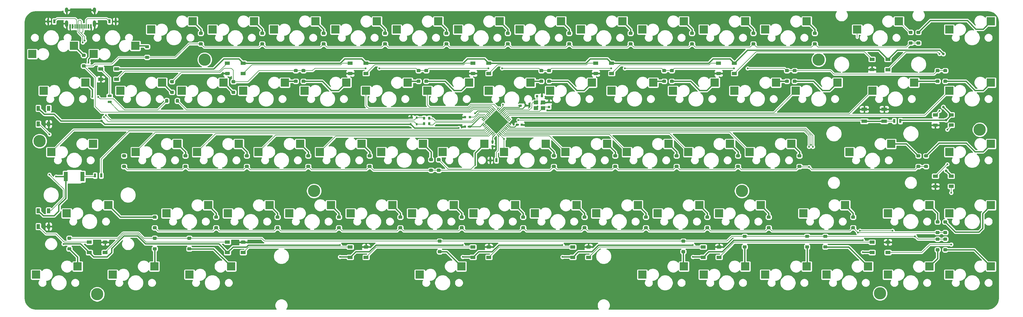
<source format=gbr>
G04 #@! TF.GenerationSoftware,KiCad,Pcbnew,(5.1.10)-1*
G04 #@! TF.CreationDate,2022-02-11T01:48:36+07:00*
G04 #@! TF.ProjectId,uso!VNC,75736f21-564e-4432-9e6b-696361645f70,rev?*
G04 #@! TF.SameCoordinates,Original*
G04 #@! TF.FileFunction,Copper,L2,Bot*
G04 #@! TF.FilePolarity,Positive*
%FSLAX45Y45*%
G04 Gerber Fmt 4.5, Leading zero omitted, Abs format (unit mm)*
G04 Created by KiCad (PCBNEW (5.1.10)-1) date 2022-02-11 01:48:36*
%MOMM*%
%LPD*%
G01*
G04 APERTURE LIST*
G04 #@! TA.AperFunction,SMDPad,CuDef*
%ADD10R,1.800000X1.100000*%
G04 #@! TD*
G04 #@! TA.AperFunction,SMDPad,CuDef*
%ADD11C,0.100000*%
G04 #@! TD*
G04 #@! TA.AperFunction,SMDPad,CuDef*
%ADD12R,2.550000X2.500000*%
G04 #@! TD*
G04 #@! TA.AperFunction,SMDPad,CuDef*
%ADD13R,1.000000X1.500000*%
G04 #@! TD*
G04 #@! TA.AperFunction,SMDPad,CuDef*
%ADD14R,0.800000X0.950000*%
G04 #@! TD*
G04 #@! TA.AperFunction,SMDPad,CuDef*
%ADD15R,1.500000X1.000000*%
G04 #@! TD*
G04 #@! TA.AperFunction,SMDPad,CuDef*
%ADD16R,0.700000X1.300000*%
G04 #@! TD*
G04 #@! TA.AperFunction,SMDPad,CuDef*
%ADD17R,1.190000X3.000000*%
G04 #@! TD*
G04 #@! TA.AperFunction,ComponentPad*
%ADD18C,3.800000*%
G04 #@! TD*
G04 #@! TA.AperFunction,SMDPad,CuDef*
%ADD19R,1.300000X0.700000*%
G04 #@! TD*
G04 #@! TA.AperFunction,SMDPad,CuDef*
%ADD20R,1.000000X0.700000*%
G04 #@! TD*
G04 #@! TA.AperFunction,SMDPad,CuDef*
%ADD21R,0.600000X0.700000*%
G04 #@! TD*
G04 #@! TA.AperFunction,SMDPad,CuDef*
%ADD22R,1.400000X1.200000*%
G04 #@! TD*
G04 #@! TA.AperFunction,SMDPad,CuDef*
%ADD23R,0.750000X0.800000*%
G04 #@! TD*
G04 #@! TA.AperFunction,SMDPad,CuDef*
%ADD24R,0.800000X0.750000*%
G04 #@! TD*
G04 #@! TA.AperFunction,ComponentPad*
%ADD25O,1.000000X1.600000*%
G04 #@! TD*
G04 #@! TA.AperFunction,ComponentPad*
%ADD26O,1.000000X2.100000*%
G04 #@! TD*
G04 #@! TA.AperFunction,SMDPad,CuDef*
%ADD27R,0.300000X1.450000*%
G04 #@! TD*
G04 #@! TA.AperFunction,SMDPad,CuDef*
%ADD28R,0.600000X1.450000*%
G04 #@! TD*
G04 #@! TA.AperFunction,ViaPad*
%ADD29C,0.600000*%
G04 #@! TD*
G04 #@! TA.AperFunction,ViaPad*
%ADD30C,0.800000*%
G04 #@! TD*
G04 #@! TA.AperFunction,Conductor*
%ADD31C,0.400000*%
G04 #@! TD*
G04 #@! TA.AperFunction,Conductor*
%ADD32C,0.200000*%
G04 #@! TD*
G04 #@! TA.AperFunction,Conductor*
%ADD33C,0.250000*%
G04 #@! TD*
G04 #@! TA.AperFunction,Conductor*
%ADD34C,0.254000*%
G04 #@! TD*
G04 #@! TA.AperFunction,Conductor*
%ADD35C,0.100000*%
G04 #@! TD*
G04 APERTURE END LIST*
D10*
X31563985Y-6036031D03*
X30943985Y-6406031D03*
X31563985Y-6406031D03*
X30943985Y-6036031D03*
G04 #@! TA.AperFunction,SMDPad,CuDef*
G36*
G01*
X19071099Y-6336583D02*
X19079938Y-6327745D01*
G75*
G02*
X19088777Y-6327745I4419J-4419D01*
G01*
X19155952Y-6394920D01*
G75*
G02*
X19155952Y-6403759I-4419J-4419D01*
G01*
X19147113Y-6412597D01*
G75*
G02*
X19138274Y-6412597I-4419J4419D01*
G01*
X19071099Y-6345422D01*
G75*
G02*
X19071099Y-6336583I4419J4419D01*
G01*
G37*
G04 #@! TD.AperFunction*
G04 #@! TA.AperFunction,SMDPad,CuDef*
D11*
G36*
X19102035Y-6305647D02*
G01*
X19119713Y-6287970D01*
X19195727Y-6363984D01*
X19178049Y-6381661D01*
X19102035Y-6305647D01*
G37*
G04 #@! TD.AperFunction*
G04 #@! TA.AperFunction,SMDPad,CuDef*
G36*
X19137391Y-6270292D02*
G01*
X19155068Y-6252614D01*
X19231082Y-6328628D01*
X19213405Y-6346306D01*
X19137391Y-6270292D01*
G37*
G04 #@! TD.AperFunction*
G04 #@! TA.AperFunction,SMDPad,CuDef*
G36*
X19172746Y-6234937D02*
G01*
X19190423Y-6217259D01*
X19266437Y-6293273D01*
X19248760Y-6310951D01*
X19172746Y-6234937D01*
G37*
G04 #@! TD.AperFunction*
G04 #@! TA.AperFunction,SMDPad,CuDef*
G36*
X19208101Y-6199581D02*
G01*
X19225779Y-6181904D01*
X19301793Y-6257918D01*
X19284115Y-6275595D01*
X19208101Y-6199581D01*
G37*
G04 #@! TD.AperFunction*
G04 #@! TA.AperFunction,SMDPad,CuDef*
G36*
X19243457Y-6164226D02*
G01*
X19261134Y-6146548D01*
X19337148Y-6222562D01*
X19319471Y-6240240D01*
X19243457Y-6164226D01*
G37*
G04 #@! TD.AperFunction*
G04 #@! TA.AperFunction,SMDPad,CuDef*
G36*
X19278812Y-6128871D02*
G01*
X19296490Y-6111193D01*
X19372504Y-6187207D01*
X19354826Y-6204885D01*
X19278812Y-6128871D01*
G37*
G04 #@! TD.AperFunction*
G04 #@! TA.AperFunction,SMDPad,CuDef*
G36*
X19314167Y-6093515D02*
G01*
X19331845Y-6075838D01*
X19407859Y-6151852D01*
X19390181Y-6169529D01*
X19314167Y-6093515D01*
G37*
G04 #@! TD.AperFunction*
G04 #@! TA.AperFunction,SMDPad,CuDef*
G36*
X19349523Y-6058160D02*
G01*
X19367200Y-6040482D01*
X19443214Y-6116496D01*
X19425537Y-6134174D01*
X19349523Y-6058160D01*
G37*
G04 #@! TD.AperFunction*
G04 #@! TA.AperFunction,SMDPad,CuDef*
G36*
X19384878Y-6022805D02*
G01*
X19402556Y-6005127D01*
X19478570Y-6081141D01*
X19460892Y-6098819D01*
X19384878Y-6022805D01*
G37*
G04 #@! TD.AperFunction*
G04 #@! TA.AperFunction,SMDPad,CuDef*
G36*
X19420233Y-5987449D02*
G01*
X19437911Y-5969772D01*
X19513925Y-6045786D01*
X19496247Y-6063463D01*
X19420233Y-5987449D01*
G37*
G04 #@! TD.AperFunction*
G04 #@! TA.AperFunction,SMDPad,CuDef*
G36*
X19538674Y-6045786D02*
G01*
X19614688Y-5969772D01*
X19632365Y-5987449D01*
X19556351Y-6063463D01*
X19538674Y-6045786D01*
G37*
G04 #@! TD.AperFunction*
G04 #@! TA.AperFunction,SMDPad,CuDef*
G36*
X19574029Y-6081141D02*
G01*
X19650043Y-6005127D01*
X19667721Y-6022805D01*
X19591707Y-6098819D01*
X19574029Y-6081141D01*
G37*
G04 #@! TD.AperFunction*
G04 #@! TA.AperFunction,SMDPad,CuDef*
G36*
X19609384Y-6116496D02*
G01*
X19685398Y-6040482D01*
X19703076Y-6058160D01*
X19627062Y-6134174D01*
X19609384Y-6116496D01*
G37*
G04 #@! TD.AperFunction*
G04 #@! TA.AperFunction,SMDPad,CuDef*
G36*
X19644740Y-6151852D02*
G01*
X19720754Y-6075838D01*
X19738431Y-6093515D01*
X19662417Y-6169529D01*
X19644740Y-6151852D01*
G37*
G04 #@! TD.AperFunction*
G04 #@! TA.AperFunction,SMDPad,CuDef*
G36*
X19680095Y-6187207D02*
G01*
X19756109Y-6111193D01*
X19773787Y-6128871D01*
X19697773Y-6204885D01*
X19680095Y-6187207D01*
G37*
G04 #@! TD.AperFunction*
G04 #@! TA.AperFunction,SMDPad,CuDef*
G36*
X19715450Y-6222562D02*
G01*
X19791464Y-6146548D01*
X19809142Y-6164226D01*
X19733128Y-6240240D01*
X19715450Y-6222562D01*
G37*
G04 #@! TD.AperFunction*
G04 #@! TA.AperFunction,SMDPad,CuDef*
G36*
X19750806Y-6257918D02*
G01*
X19826820Y-6181904D01*
X19844497Y-6199581D01*
X19768483Y-6275595D01*
X19750806Y-6257918D01*
G37*
G04 #@! TD.AperFunction*
G04 #@! TA.AperFunction,SMDPad,CuDef*
G36*
X19786161Y-6293273D02*
G01*
X19862175Y-6217259D01*
X19879853Y-6234937D01*
X19803839Y-6310951D01*
X19786161Y-6293273D01*
G37*
G04 #@! TD.AperFunction*
G04 #@! TA.AperFunction,SMDPad,CuDef*
G36*
X19821516Y-6328628D02*
G01*
X19897530Y-6252614D01*
X19915208Y-6270292D01*
X19839194Y-6346306D01*
X19821516Y-6328628D01*
G37*
G04 #@! TD.AperFunction*
G04 #@! TA.AperFunction,SMDPad,CuDef*
G36*
X19856872Y-6363984D02*
G01*
X19932886Y-6287970D01*
X19950563Y-6305647D01*
X19874549Y-6381661D01*
X19856872Y-6363984D01*
G37*
G04 #@! TD.AperFunction*
G04 #@! TA.AperFunction,SMDPad,CuDef*
G36*
X19892227Y-6399339D02*
G01*
X19968241Y-6323325D01*
X19985919Y-6341003D01*
X19909905Y-6417017D01*
X19892227Y-6399339D01*
G37*
G04 #@! TD.AperFunction*
G04 #@! TA.AperFunction,SMDPad,CuDef*
G36*
X19892227Y-6459443D02*
G01*
X19909905Y-6441766D01*
X19985919Y-6517780D01*
X19968241Y-6535457D01*
X19892227Y-6459443D01*
G37*
G04 #@! TD.AperFunction*
G04 #@! TA.AperFunction,SMDPad,CuDef*
G36*
X19856872Y-6494798D02*
G01*
X19874549Y-6477121D01*
X19950563Y-6553135D01*
X19932886Y-6570812D01*
X19856872Y-6494798D01*
G37*
G04 #@! TD.AperFunction*
G04 #@! TA.AperFunction,SMDPad,CuDef*
G36*
X19821516Y-6530154D02*
G01*
X19839194Y-6512476D01*
X19915208Y-6588490D01*
X19897530Y-6606168D01*
X19821516Y-6530154D01*
G37*
G04 #@! TD.AperFunction*
G04 #@! TA.AperFunction,SMDPad,CuDef*
G36*
X19786161Y-6565509D02*
G01*
X19803839Y-6547832D01*
X19879853Y-6623846D01*
X19862175Y-6641523D01*
X19786161Y-6565509D01*
G37*
G04 #@! TD.AperFunction*
G04 #@! TA.AperFunction,SMDPad,CuDef*
G36*
X19750806Y-6600864D02*
G01*
X19768483Y-6583187D01*
X19844497Y-6659201D01*
X19826820Y-6676878D01*
X19750806Y-6600864D01*
G37*
G04 #@! TD.AperFunction*
G04 #@! TA.AperFunction,SMDPad,CuDef*
G36*
X19715450Y-6636220D02*
G01*
X19733128Y-6618542D01*
X19809142Y-6694556D01*
X19791464Y-6712234D01*
X19715450Y-6636220D01*
G37*
G04 #@! TD.AperFunction*
G04 #@! TA.AperFunction,SMDPad,CuDef*
G36*
X19680095Y-6671575D02*
G01*
X19697773Y-6653898D01*
X19773787Y-6729912D01*
X19756109Y-6747589D01*
X19680095Y-6671575D01*
G37*
G04 #@! TD.AperFunction*
G04 #@! TA.AperFunction,SMDPad,CuDef*
G36*
X19644740Y-6706931D02*
G01*
X19662417Y-6689253D01*
X19738431Y-6765267D01*
X19720754Y-6782945D01*
X19644740Y-6706931D01*
G37*
G04 #@! TD.AperFunction*
G04 #@! TA.AperFunction,SMDPad,CuDef*
G36*
X19609384Y-6742286D02*
G01*
X19627062Y-6724608D01*
X19703076Y-6800622D01*
X19685398Y-6818300D01*
X19609384Y-6742286D01*
G37*
G04 #@! TD.AperFunction*
G04 #@! TA.AperFunction,SMDPad,CuDef*
G36*
X19574029Y-6777641D02*
G01*
X19591707Y-6759964D01*
X19667721Y-6835978D01*
X19650043Y-6853655D01*
X19574029Y-6777641D01*
G37*
G04 #@! TD.AperFunction*
G04 #@! TA.AperFunction,SMDPad,CuDef*
G36*
X19538674Y-6812997D02*
G01*
X19556351Y-6795319D01*
X19632365Y-6871333D01*
X19614688Y-6889011D01*
X19538674Y-6812997D01*
G37*
G04 #@! TD.AperFunction*
G04 #@! TA.AperFunction,SMDPad,CuDef*
G36*
X19420233Y-6871333D02*
G01*
X19496247Y-6795319D01*
X19513925Y-6812997D01*
X19437911Y-6889011D01*
X19420233Y-6871333D01*
G37*
G04 #@! TD.AperFunction*
G04 #@! TA.AperFunction,SMDPad,CuDef*
G36*
X19384878Y-6835978D02*
G01*
X19460892Y-6759964D01*
X19478570Y-6777641D01*
X19402556Y-6853655D01*
X19384878Y-6835978D01*
G37*
G04 #@! TD.AperFunction*
G04 #@! TA.AperFunction,SMDPad,CuDef*
G36*
X19349523Y-6800622D02*
G01*
X19425537Y-6724608D01*
X19443214Y-6742286D01*
X19367200Y-6818300D01*
X19349523Y-6800622D01*
G37*
G04 #@! TD.AperFunction*
G04 #@! TA.AperFunction,SMDPad,CuDef*
G36*
X19314167Y-6765267D02*
G01*
X19390181Y-6689253D01*
X19407859Y-6706931D01*
X19331845Y-6782945D01*
X19314167Y-6765267D01*
G37*
G04 #@! TD.AperFunction*
G04 #@! TA.AperFunction,SMDPad,CuDef*
G36*
X19278812Y-6729912D02*
G01*
X19354826Y-6653898D01*
X19372504Y-6671575D01*
X19296490Y-6747589D01*
X19278812Y-6729912D01*
G37*
G04 #@! TD.AperFunction*
G04 #@! TA.AperFunction,SMDPad,CuDef*
G36*
X19243457Y-6694556D02*
G01*
X19319471Y-6618542D01*
X19337148Y-6636220D01*
X19261134Y-6712234D01*
X19243457Y-6694556D01*
G37*
G04 #@! TD.AperFunction*
G04 #@! TA.AperFunction,SMDPad,CuDef*
G36*
X19208101Y-6659201D02*
G01*
X19284115Y-6583187D01*
X19301793Y-6600864D01*
X19225779Y-6676878D01*
X19208101Y-6659201D01*
G37*
G04 #@! TD.AperFunction*
G04 #@! TA.AperFunction,SMDPad,CuDef*
G36*
X19172746Y-6623846D02*
G01*
X19248760Y-6547832D01*
X19266437Y-6565509D01*
X19190423Y-6641523D01*
X19172746Y-6623846D01*
G37*
G04 #@! TD.AperFunction*
G04 #@! TA.AperFunction,SMDPad,CuDef*
G36*
X19137391Y-6588490D02*
G01*
X19213405Y-6512476D01*
X19231082Y-6530154D01*
X19155068Y-6606168D01*
X19137391Y-6588490D01*
G37*
G04 #@! TD.AperFunction*
G04 #@! TA.AperFunction,SMDPad,CuDef*
G36*
X19102035Y-6553135D02*
G01*
X19178049Y-6477121D01*
X19195727Y-6494798D01*
X19119713Y-6570812D01*
X19102035Y-6553135D01*
G37*
G04 #@! TD.AperFunction*
G04 #@! TA.AperFunction,SMDPad,CuDef*
G36*
X19066680Y-6517780D02*
G01*
X19142694Y-6441766D01*
X19160371Y-6459443D01*
X19084357Y-6535457D01*
X19066680Y-6517780D01*
G37*
G04 #@! TD.AperFunction*
G04 #@! TA.AperFunction,SMDPad,CuDef*
G36*
X19158604Y-6429391D02*
G01*
X19526299Y-6061696D01*
X19893995Y-6429391D01*
X19526299Y-6797087D01*
X19158604Y-6429391D01*
G37*
G04 #@! TD.AperFunction*
G04 #@! TA.AperFunction,SMDPad,CuDef*
G36*
G01*
X33421647Y-10024401D02*
X33491647Y-10024401D01*
G75*
G02*
X33516647Y-10049401I0J-25000D01*
G01*
X33516647Y-10099401D01*
G75*
G02*
X33491647Y-10124401I-25000J0D01*
G01*
X33421647Y-10124401D01*
G75*
G02*
X33396647Y-10099401I0J25000D01*
G01*
X33396647Y-10049401D01*
G75*
G02*
X33421647Y-10024401I25000J0D01*
G01*
G37*
G04 #@! TD.AperFunction*
G04 #@! TA.AperFunction,SMDPad,CuDef*
G36*
G01*
X33421647Y-10354401D02*
X33491647Y-10354401D01*
G75*
G02*
X33516647Y-10379401I0J-25000D01*
G01*
X33516647Y-10429401D01*
G75*
G02*
X33491647Y-10454401I-25000J0D01*
G01*
X33421647Y-10454401D01*
G75*
G02*
X33396647Y-10429401I0J25000D01*
G01*
X33396647Y-10379401D01*
G75*
G02*
X33421647Y-10354401I25000J0D01*
G01*
G37*
G04 #@! TD.AperFunction*
G04 #@! TA.AperFunction,SMDPad,CuDef*
G36*
G01*
X33183521Y-10024401D02*
X33253521Y-10024401D01*
G75*
G02*
X33278521Y-10049401I0J-25000D01*
G01*
X33278521Y-10099401D01*
G75*
G02*
X33253521Y-10124401I-25000J0D01*
G01*
X33183521Y-10124401D01*
G75*
G02*
X33158521Y-10099401I0J25000D01*
G01*
X33158521Y-10049401D01*
G75*
G02*
X33183521Y-10024401I25000J0D01*
G01*
G37*
G04 #@! TD.AperFunction*
G04 #@! TA.AperFunction,SMDPad,CuDef*
G36*
G01*
X33183521Y-10354401D02*
X33253521Y-10354401D01*
G75*
G02*
X33278521Y-10379401I0J-25000D01*
G01*
X33278521Y-10429401D01*
G75*
G02*
X33253521Y-10454401I-25000J0D01*
G01*
X33183521Y-10454401D01*
G75*
G02*
X33158521Y-10429401I0J25000D01*
G01*
X33158521Y-10379401D01*
G75*
G02*
X33183521Y-10354401I25000J0D01*
G01*
G37*
G04 #@! TD.AperFunction*
G04 #@! TA.AperFunction,SMDPad,CuDef*
G36*
G01*
X32896333Y-7864785D02*
X32826333Y-7864785D01*
G75*
G02*
X32801333Y-7839785I0J25000D01*
G01*
X32801333Y-7789785D01*
G75*
G02*
X32826333Y-7764785I25000J0D01*
G01*
X32896333Y-7764785D01*
G75*
G02*
X32921333Y-7789785I0J-25000D01*
G01*
X32921333Y-7839785D01*
G75*
G02*
X32896333Y-7864785I-25000J0D01*
G01*
G37*
G04 #@! TD.AperFunction*
G04 #@! TA.AperFunction,SMDPad,CuDef*
G36*
G01*
X32896333Y-7534785D02*
X32826333Y-7534785D01*
G75*
G02*
X32801333Y-7509785I0J25000D01*
G01*
X32801333Y-7459785D01*
G75*
G02*
X32826333Y-7434785I25000J0D01*
G01*
X32896333Y-7434785D01*
G75*
G02*
X32921333Y-7459785I0J-25000D01*
G01*
X32921333Y-7509785D01*
G75*
G02*
X32896333Y-7534785I-25000J0D01*
G01*
G37*
G04 #@! TD.AperFunction*
G04 #@! TA.AperFunction,SMDPad,CuDef*
G36*
G01*
X27200615Y-9935104D02*
X27270615Y-9935104D01*
G75*
G02*
X27295615Y-9960104I0J-25000D01*
G01*
X27295615Y-10010104D01*
G75*
G02*
X27270615Y-10035104I-25000J0D01*
G01*
X27200615Y-10035104D01*
G75*
G02*
X27175615Y-10010104I0J25000D01*
G01*
X27175615Y-9960104D01*
G75*
G02*
X27200615Y-9935104I25000J0D01*
G01*
G37*
G04 #@! TD.AperFunction*
G04 #@! TA.AperFunction,SMDPad,CuDef*
G36*
G01*
X27200615Y-10265104D02*
X27270615Y-10265104D01*
G75*
G02*
X27295615Y-10290104I0J-25000D01*
G01*
X27295615Y-10340104D01*
G75*
G02*
X27270615Y-10365104I-25000J0D01*
G01*
X27200615Y-10365104D01*
G75*
G02*
X27175615Y-10340104I0J25000D01*
G01*
X27175615Y-10290104D01*
G75*
G02*
X27200615Y-10265104I25000J0D01*
G01*
G37*
G04 #@! TD.AperFunction*
G04 #@! TA.AperFunction,SMDPad,CuDef*
G36*
G01*
X25295611Y-10083932D02*
X25365611Y-10083932D01*
G75*
G02*
X25390611Y-10108932I0J-25000D01*
G01*
X25390611Y-10158932D01*
G75*
G02*
X25365611Y-10183932I-25000J0D01*
G01*
X25295611Y-10183932D01*
G75*
G02*
X25270611Y-10158932I0J25000D01*
G01*
X25270611Y-10108932D01*
G75*
G02*
X25295611Y-10083932I25000J0D01*
G01*
G37*
G04 #@! TD.AperFunction*
G04 #@! TA.AperFunction,SMDPad,CuDef*
G36*
G01*
X25295611Y-10413932D02*
X25365611Y-10413932D01*
G75*
G02*
X25390611Y-10438932I0J-25000D01*
G01*
X25390611Y-10488932D01*
G75*
G02*
X25365611Y-10513932I-25000J0D01*
G01*
X25295611Y-10513932D01*
G75*
G02*
X25270611Y-10488932I0J25000D01*
G01*
X25270611Y-10438932D01*
G75*
G02*
X25295611Y-10413932I25000J0D01*
G01*
G37*
G04 #@! TD.AperFunction*
G04 #@! TA.AperFunction,SMDPad,CuDef*
G36*
G01*
X32658207Y-7864785D02*
X32588207Y-7864785D01*
G75*
G02*
X32563207Y-7839785I0J25000D01*
G01*
X32563207Y-7789785D01*
G75*
G02*
X32588207Y-7764785I25000J0D01*
G01*
X32658207Y-7764785D01*
G75*
G02*
X32683207Y-7789785I0J-25000D01*
G01*
X32683207Y-7839785D01*
G75*
G02*
X32658207Y-7864785I-25000J0D01*
G01*
G37*
G04 #@! TD.AperFunction*
G04 #@! TA.AperFunction,SMDPad,CuDef*
G36*
G01*
X32658207Y-7534785D02*
X32588207Y-7534785D01*
G75*
G02*
X32563207Y-7509785I0J25000D01*
G01*
X32563207Y-7459785D01*
G75*
G02*
X32588207Y-7434785I25000J0D01*
G01*
X32658207Y-7434785D01*
G75*
G02*
X32683207Y-7459785I0J-25000D01*
G01*
X32683207Y-7509785D01*
G75*
G02*
X32658207Y-7534785I-25000J0D01*
G01*
G37*
G04 #@! TD.AperFunction*
D12*
X19294000Y-5461000D03*
X20586700Y-5207000D03*
G04 #@! TA.AperFunction,SMDPad,CuDef*
G36*
G01*
X5611889Y-6420797D02*
X5661889Y-6420797D01*
G75*
G02*
X5686889Y-6445797I0J-25000D01*
G01*
X5686889Y-6545797D01*
G75*
G02*
X5661889Y-6570797I-25000J0D01*
G01*
X5611889Y-6570797D01*
G75*
G02*
X5586889Y-6545797I0J25000D01*
G01*
X5586889Y-6445797D01*
G75*
G02*
X5611889Y-6420797I25000J0D01*
G01*
G37*
G04 #@! TD.AperFunction*
D13*
X5316889Y-6495797D03*
X5636889Y-6005797D03*
X5316889Y-6005797D03*
G04 #@! TA.AperFunction,SMDPad,CuDef*
G36*
G01*
X5611889Y-9605727D02*
X5661889Y-9605727D01*
G75*
G02*
X5686889Y-9630727I0J-25000D01*
G01*
X5686889Y-9730727D01*
G75*
G02*
X5661889Y-9755727I-25000J0D01*
G01*
X5611889Y-9755727D01*
G75*
G02*
X5586889Y-9730727I0J25000D01*
G01*
X5586889Y-9630727D01*
G75*
G02*
X5611889Y-9605727I25000J0D01*
G01*
G37*
G04 #@! TD.AperFunction*
X5316889Y-9680727D03*
X5636889Y-9190727D03*
X5316889Y-9190727D03*
D12*
X17150875Y-11176000D03*
X18443575Y-10922000D03*
G04 #@! TA.AperFunction,SMDPad,CuDef*
G36*
G01*
X17537232Y-7983848D02*
X17467232Y-7983848D01*
G75*
G02*
X17442232Y-7958848I0J25000D01*
G01*
X17442232Y-7908848D01*
G75*
G02*
X17467232Y-7883848I25000J0D01*
G01*
X17537232Y-7883848D01*
G75*
G02*
X17562232Y-7908848I0J-25000D01*
G01*
X17562232Y-7958848D01*
G75*
G02*
X17537232Y-7983848I-25000J0D01*
G01*
G37*
G04 #@! TD.AperFunction*
G04 #@! TA.AperFunction,SMDPad,CuDef*
G36*
G01*
X17537232Y-7653848D02*
X17467232Y-7653848D01*
G75*
G02*
X17442232Y-7628848I0J25000D01*
G01*
X17442232Y-7578848D01*
G75*
G02*
X17467232Y-7553848I25000J0D01*
G01*
X17537232Y-7553848D01*
G75*
G02*
X17562232Y-7578848I0J-25000D01*
G01*
X17562232Y-7628848D01*
G75*
G02*
X17537232Y-7653848I-25000J0D01*
G01*
G37*
G04 #@! TD.AperFunction*
G04 #@! TA.AperFunction,SMDPad,CuDef*
G36*
G01*
X33491647Y-9918618D02*
X33421647Y-9918618D01*
G75*
G02*
X33396647Y-9893618I0J25000D01*
G01*
X33396647Y-9843618D01*
G75*
G02*
X33421647Y-9818618I25000J0D01*
G01*
X33491647Y-9818618D01*
G75*
G02*
X33516647Y-9843618I0J-25000D01*
G01*
X33516647Y-9893618D01*
G75*
G02*
X33491647Y-9918618I-25000J0D01*
G01*
G37*
G04 #@! TD.AperFunction*
G04 #@! TA.AperFunction,SMDPad,CuDef*
G36*
G01*
X33491647Y-9588618D02*
X33421647Y-9588618D01*
G75*
G02*
X33396647Y-9563618I0J25000D01*
G01*
X33396647Y-9513618D01*
G75*
G02*
X33421647Y-9488618I25000J0D01*
G01*
X33491647Y-9488618D01*
G75*
G02*
X33516647Y-9513618I0J-25000D01*
G01*
X33516647Y-9563618D01*
G75*
G02*
X33491647Y-9588618I-25000J0D01*
G01*
G37*
G04 #@! TD.AperFunction*
G04 #@! TA.AperFunction,SMDPad,CuDef*
G36*
G01*
X25157251Y-7864785D02*
X25087251Y-7864785D01*
G75*
G02*
X25062251Y-7839785I0J25000D01*
G01*
X25062251Y-7789785D01*
G75*
G02*
X25087251Y-7764785I25000J0D01*
G01*
X25157251Y-7764785D01*
G75*
G02*
X25182251Y-7789785I0J-25000D01*
G01*
X25182251Y-7839785D01*
G75*
G02*
X25157251Y-7864785I-25000J0D01*
G01*
G37*
G04 #@! TD.AperFunction*
G04 #@! TA.AperFunction,SMDPad,CuDef*
G36*
G01*
X25157251Y-7534785D02*
X25087251Y-7534785D01*
G75*
G02*
X25062251Y-7509785I0J25000D01*
G01*
X25062251Y-7459785D01*
G75*
G02*
X25087251Y-7434785I25000J0D01*
G01*
X25157251Y-7434785D01*
G75*
G02*
X25182251Y-7459785I0J-25000D01*
G01*
X25182251Y-7509785D01*
G75*
G02*
X25157251Y-7534785I-25000J0D01*
G01*
G37*
G04 #@! TD.AperFunction*
G04 #@! TA.AperFunction,SMDPad,CuDef*
G36*
G01*
X27062256Y-7864785D02*
X26992256Y-7864785D01*
G75*
G02*
X26967256Y-7839785I0J25000D01*
G01*
X26967256Y-7789785D01*
G75*
G02*
X26992256Y-7764785I25000J0D01*
G01*
X27062256Y-7764785D01*
G75*
G02*
X27087256Y-7789785I0J-25000D01*
G01*
X27087256Y-7839785D01*
G75*
G02*
X27062256Y-7864785I-25000J0D01*
G01*
G37*
G04 #@! TD.AperFunction*
G04 #@! TA.AperFunction,SMDPad,CuDef*
G36*
G01*
X27062256Y-7534785D02*
X26992256Y-7534785D01*
G75*
G02*
X26967256Y-7509785I0J25000D01*
G01*
X26967256Y-7459785D01*
G75*
G02*
X26992256Y-7434785I25000J0D01*
G01*
X27062256Y-7434785D01*
G75*
G02*
X27087256Y-7459785I0J-25000D01*
G01*
X27087256Y-7509785D01*
G75*
G02*
X27062256Y-7534785I-25000J0D01*
G01*
G37*
G04 #@! TD.AperFunction*
G04 #@! TA.AperFunction,SMDPad,CuDef*
G36*
G01*
X24204748Y-9769790D02*
X24134748Y-9769790D01*
G75*
G02*
X24109748Y-9744790I0J25000D01*
G01*
X24109748Y-9694790D01*
G75*
G02*
X24134748Y-9669790I25000J0D01*
G01*
X24204748Y-9669790D01*
G75*
G02*
X24229748Y-9694790I0J-25000D01*
G01*
X24229748Y-9744790D01*
G75*
G02*
X24204748Y-9769790I-25000J0D01*
G01*
G37*
G04 #@! TD.AperFunction*
G04 #@! TA.AperFunction,SMDPad,CuDef*
G36*
G01*
X24204748Y-9439790D02*
X24134748Y-9439790D01*
G75*
G02*
X24109748Y-9414790I0J25000D01*
G01*
X24109748Y-9364790D01*
G75*
G02*
X24134748Y-9339790I25000J0D01*
G01*
X24204748Y-9339790D01*
G75*
G02*
X24229748Y-9364790I0J-25000D01*
G01*
X24229748Y-9414790D01*
G75*
G02*
X24204748Y-9439790I-25000J0D01*
G01*
G37*
G04 #@! TD.AperFunction*
G04 #@! TA.AperFunction,SMDPad,CuDef*
G36*
G01*
X23252246Y-7864785D02*
X23182246Y-7864785D01*
G75*
G02*
X23157246Y-7839785I0J25000D01*
G01*
X23157246Y-7789785D01*
G75*
G02*
X23182246Y-7764785I25000J0D01*
G01*
X23252246Y-7764785D01*
G75*
G02*
X23277246Y-7789785I0J-25000D01*
G01*
X23277246Y-7839785D01*
G75*
G02*
X23252246Y-7864785I-25000J0D01*
G01*
G37*
G04 #@! TD.AperFunction*
G04 #@! TA.AperFunction,SMDPad,CuDef*
G36*
G01*
X23252246Y-7534785D02*
X23182246Y-7534785D01*
G75*
G02*
X23157246Y-7509785I0J25000D01*
G01*
X23157246Y-7459785D01*
G75*
G02*
X23182246Y-7434785I25000J0D01*
G01*
X23252246Y-7434785D01*
G75*
G02*
X23277246Y-7459785I0J-25000D01*
G01*
X23277246Y-7509785D01*
G75*
G02*
X23252246Y-7534785I-25000J0D01*
G01*
G37*
G04 #@! TD.AperFunction*
G04 #@! TA.AperFunction,SMDPad,CuDef*
G36*
G01*
X29135386Y-9935104D02*
X29205386Y-9935104D01*
G75*
G02*
X29230386Y-9960104I0J-25000D01*
G01*
X29230386Y-10010104D01*
G75*
G02*
X29205386Y-10035104I-25000J0D01*
G01*
X29135386Y-10035104D01*
G75*
G02*
X29110386Y-10010104I0J25000D01*
G01*
X29110386Y-9960104D01*
G75*
G02*
X29135386Y-9935104I25000J0D01*
G01*
G37*
G04 #@! TD.AperFunction*
G04 #@! TA.AperFunction,SMDPad,CuDef*
G36*
G01*
X29135386Y-10265104D02*
X29205386Y-10265104D01*
G75*
G02*
X29230386Y-10290104I0J-25000D01*
G01*
X29230386Y-10340104D01*
G75*
G02*
X29205386Y-10365104I-25000J0D01*
G01*
X29135386Y-10365104D01*
G75*
G02*
X29110386Y-10340104I0J25000D01*
G01*
X29110386Y-10290104D01*
G75*
G02*
X29135386Y-10265104I25000J0D01*
G01*
G37*
G04 #@! TD.AperFunction*
G04 #@! TA.AperFunction,SMDPad,CuDef*
G36*
G01*
X26109753Y-9769790D02*
X26039753Y-9769790D01*
G75*
G02*
X26014753Y-9744790I0J25000D01*
G01*
X26014753Y-9694790D01*
G75*
G02*
X26039753Y-9669790I25000J0D01*
G01*
X26109753Y-9669790D01*
G75*
G02*
X26134753Y-9694790I0J-25000D01*
G01*
X26134753Y-9744790D01*
G75*
G02*
X26109753Y-9769790I-25000J0D01*
G01*
G37*
G04 #@! TD.AperFunction*
G04 #@! TA.AperFunction,SMDPad,CuDef*
G36*
G01*
X26109753Y-9439790D02*
X26039753Y-9439790D01*
G75*
G02*
X26014753Y-9414790I0J25000D01*
G01*
X26014753Y-9364790D01*
G75*
G02*
X26039753Y-9339790I25000J0D01*
G01*
X26109753Y-9339790D01*
G75*
G02*
X26134753Y-9364790I0J-25000D01*
G01*
X26134753Y-9414790D01*
G75*
G02*
X26109753Y-9439790I-25000J0D01*
G01*
G37*
G04 #@! TD.AperFunction*
G04 #@! TA.AperFunction,SMDPad,CuDef*
G36*
G01*
X28967260Y-7864785D02*
X28897260Y-7864785D01*
G75*
G02*
X28872260Y-7839785I0J25000D01*
G01*
X28872260Y-7789785D01*
G75*
G02*
X28897260Y-7764785I25000J0D01*
G01*
X28967260Y-7764785D01*
G75*
G02*
X28992260Y-7789785I0J-25000D01*
G01*
X28992260Y-7839785D01*
G75*
G02*
X28967260Y-7864785I-25000J0D01*
G01*
G37*
G04 #@! TD.AperFunction*
G04 #@! TA.AperFunction,SMDPad,CuDef*
G36*
G01*
X28967260Y-7534785D02*
X28897260Y-7534785D01*
G75*
G02*
X28872260Y-7509785I0J25000D01*
G01*
X28872260Y-7459785D01*
G75*
G02*
X28897260Y-7434785I25000J0D01*
G01*
X28967260Y-7434785D01*
G75*
G02*
X28992260Y-7459785I0J-25000D01*
G01*
X28992260Y-7509785D01*
G75*
G02*
X28967260Y-7534785I-25000J0D01*
G01*
G37*
G04 #@! TD.AperFunction*
G04 #@! TA.AperFunction,SMDPad,CuDef*
G36*
G01*
X30634133Y-9769790D02*
X30564133Y-9769790D01*
G75*
G02*
X30539133Y-9744790I0J25000D01*
G01*
X30539133Y-9694790D01*
G75*
G02*
X30564133Y-9669790I25000J0D01*
G01*
X30634133Y-9669790D01*
G75*
G02*
X30659133Y-9694790I0J-25000D01*
G01*
X30659133Y-9744790D01*
G75*
G02*
X30634133Y-9769790I-25000J0D01*
G01*
G37*
G04 #@! TD.AperFunction*
G04 #@! TA.AperFunction,SMDPad,CuDef*
G36*
G01*
X30634133Y-9439790D02*
X30564133Y-9439790D01*
G75*
G02*
X30539133Y-9414790I0J25000D01*
G01*
X30539133Y-9364790D01*
G75*
G02*
X30564133Y-9339790I25000J0D01*
G01*
X30634133Y-9339790D01*
G75*
G02*
X30659133Y-9364790I0J-25000D01*
G01*
X30659133Y-9414790D01*
G75*
G02*
X30634133Y-9439790I-25000J0D01*
G01*
G37*
G04 #@! TD.AperFunction*
G04 #@! TA.AperFunction,SMDPad,CuDef*
G36*
G01*
X29700934Y-9935104D02*
X29770934Y-9935104D01*
G75*
G02*
X29795934Y-9960104I0J-25000D01*
G01*
X29795934Y-10010104D01*
G75*
G02*
X29770934Y-10035104I-25000J0D01*
G01*
X29700934Y-10035104D01*
G75*
G02*
X29675934Y-10010104I0J25000D01*
G01*
X29675934Y-9960104D01*
G75*
G02*
X29700934Y-9935104I25000J0D01*
G01*
G37*
G04 #@! TD.AperFunction*
G04 #@! TA.AperFunction,SMDPad,CuDef*
G36*
G01*
X29700934Y-10265104D02*
X29770934Y-10265104D01*
G75*
G02*
X29795934Y-10290104I0J-25000D01*
G01*
X29795934Y-10340104D01*
G75*
G02*
X29770934Y-10365104I-25000J0D01*
G01*
X29700934Y-10365104D01*
G75*
G02*
X29675934Y-10340104I0J25000D01*
G01*
X29675934Y-10290104D01*
G75*
G02*
X29700934Y-10265104I25000J0D01*
G01*
G37*
G04 #@! TD.AperFunction*
G04 #@! TA.AperFunction,SMDPad,CuDef*
G36*
G01*
X28014758Y-9769790D02*
X27944758Y-9769790D01*
G75*
G02*
X27919758Y-9744790I0J25000D01*
G01*
X27919758Y-9694790D01*
G75*
G02*
X27944758Y-9669790I25000J0D01*
G01*
X28014758Y-9669790D01*
G75*
G02*
X28039758Y-9694790I0J-25000D01*
G01*
X28039758Y-9744790D01*
G75*
G02*
X28014758Y-9769790I-25000J0D01*
G01*
G37*
G04 #@! TD.AperFunction*
G04 #@! TA.AperFunction,SMDPad,CuDef*
G36*
G01*
X28014758Y-9439790D02*
X27944758Y-9439790D01*
G75*
G02*
X27919758Y-9414790I0J25000D01*
G01*
X27919758Y-9364790D01*
G75*
G02*
X27944758Y-9339790I25000J0D01*
G01*
X28014758Y-9339790D01*
G75*
G02*
X28039758Y-9364790I0J-25000D01*
G01*
X28039758Y-9414790D01*
G75*
G02*
X28014758Y-9439790I-25000J0D01*
G01*
G37*
G04 #@! TD.AperFunction*
G04 #@! TA.AperFunction,SMDPad,CuDef*
G36*
G01*
X33253521Y-9918618D02*
X33183521Y-9918618D01*
G75*
G02*
X33158521Y-9893618I0J25000D01*
G01*
X33158521Y-9843618D01*
G75*
G02*
X33183521Y-9818618I25000J0D01*
G01*
X33253521Y-9818618D01*
G75*
G02*
X33278521Y-9843618I0J-25000D01*
G01*
X33278521Y-9893618D01*
G75*
G02*
X33253521Y-9918618I-25000J0D01*
G01*
G37*
G04 #@! TD.AperFunction*
G04 #@! TA.AperFunction,SMDPad,CuDef*
G36*
G01*
X33253521Y-9588618D02*
X33183521Y-9588618D01*
G75*
G02*
X33158521Y-9563618I0J25000D01*
G01*
X33158521Y-9513618D01*
G75*
G02*
X33183521Y-9488618I25000J0D01*
G01*
X33253521Y-9488618D01*
G75*
G02*
X33278521Y-9513618I0J-25000D01*
G01*
X33278521Y-9563618D01*
G75*
G02*
X33253521Y-9588618I-25000J0D01*
G01*
G37*
G04 #@! TD.AperFunction*
G04 #@! TA.AperFunction,SMDPad,CuDef*
G36*
G01*
X20394739Y-9769790D02*
X20324739Y-9769790D01*
G75*
G02*
X20299739Y-9744790I0J25000D01*
G01*
X20299739Y-9694790D01*
G75*
G02*
X20324739Y-9669790I25000J0D01*
G01*
X20394739Y-9669790D01*
G75*
G02*
X20419739Y-9694790I0J-25000D01*
G01*
X20419739Y-9744790D01*
G75*
G02*
X20394739Y-9769790I-25000J0D01*
G01*
G37*
G04 #@! TD.AperFunction*
G04 #@! TA.AperFunction,SMDPad,CuDef*
G36*
G01*
X20394739Y-9439790D02*
X20324739Y-9439790D01*
G75*
G02*
X20299739Y-9414790I0J25000D01*
G01*
X20299739Y-9364790D01*
G75*
G02*
X20324739Y-9339790I25000J0D01*
G01*
X20394739Y-9339790D01*
G75*
G02*
X20419739Y-9364790I0J-25000D01*
G01*
X20419739Y-9414790D01*
G75*
G02*
X20394739Y-9439790I-25000J0D01*
G01*
G37*
G04 #@! TD.AperFunction*
G04 #@! TA.AperFunction,SMDPad,CuDef*
G36*
G01*
X22299744Y-9769790D02*
X22229744Y-9769790D01*
G75*
G02*
X22204744Y-9744790I0J25000D01*
G01*
X22204744Y-9694790D01*
G75*
G02*
X22229744Y-9669790I25000J0D01*
G01*
X22299744Y-9669790D01*
G75*
G02*
X22324744Y-9694790I0J-25000D01*
G01*
X22324744Y-9744790D01*
G75*
G02*
X22299744Y-9769790I-25000J0D01*
G01*
G37*
G04 #@! TD.AperFunction*
G04 #@! TA.AperFunction,SMDPad,CuDef*
G36*
G01*
X22299744Y-9439790D02*
X22229744Y-9439790D01*
G75*
G02*
X22204744Y-9414790I0J25000D01*
G01*
X22204744Y-9364790D01*
G75*
G02*
X22229744Y-9339790I25000J0D01*
G01*
X22299744Y-9339790D01*
G75*
G02*
X22324744Y-9364790I0J-25000D01*
G01*
X22324744Y-9414790D01*
G75*
G02*
X22299744Y-9439790I-25000J0D01*
G01*
G37*
G04 #@! TD.AperFunction*
G04 #@! TA.AperFunction,SMDPad,CuDef*
G36*
G01*
X21347241Y-7864785D02*
X21277241Y-7864785D01*
G75*
G02*
X21252241Y-7839785I0J25000D01*
G01*
X21252241Y-7789785D01*
G75*
G02*
X21277241Y-7764785I25000J0D01*
G01*
X21347241Y-7764785D01*
G75*
G02*
X21372241Y-7789785I0J-25000D01*
G01*
X21372241Y-7839785D01*
G75*
G02*
X21347241Y-7864785I-25000J0D01*
G01*
G37*
G04 #@! TD.AperFunction*
G04 #@! TA.AperFunction,SMDPad,CuDef*
G36*
G01*
X21347241Y-7534785D02*
X21277241Y-7534785D01*
G75*
G02*
X21252241Y-7509785I0J25000D01*
G01*
X21252241Y-7459785D01*
G75*
G02*
X21277241Y-7434785I25000J0D01*
G01*
X21347241Y-7434785D01*
G75*
G02*
X21372241Y-7459785I0J-25000D01*
G01*
X21372241Y-7509785D01*
G75*
G02*
X21347241Y-7534785I-25000J0D01*
G01*
G37*
G04 #@! TD.AperFunction*
G04 #@! TA.AperFunction,SMDPad,CuDef*
G36*
G01*
X17735123Y-10083932D02*
X17805123Y-10083932D01*
G75*
G02*
X17830123Y-10108932I0J-25000D01*
G01*
X17830123Y-10158932D01*
G75*
G02*
X17805123Y-10183932I-25000J0D01*
G01*
X17735123Y-10183932D01*
G75*
G02*
X17710123Y-10158932I0J25000D01*
G01*
X17710123Y-10108932D01*
G75*
G02*
X17735123Y-10083932I25000J0D01*
G01*
G37*
G04 #@! TD.AperFunction*
G04 #@! TA.AperFunction,SMDPad,CuDef*
G36*
G01*
X17735123Y-10413932D02*
X17805123Y-10413932D01*
G75*
G02*
X17830123Y-10438932I0J-25000D01*
G01*
X17830123Y-10488932D01*
G75*
G02*
X17805123Y-10513932I-25000J0D01*
G01*
X17735123Y-10513932D01*
G75*
G02*
X17710123Y-10488932I0J25000D01*
G01*
X17710123Y-10438932D01*
G75*
G02*
X17735123Y-10413932I25000J0D01*
G01*
G37*
G04 #@! TD.AperFunction*
G04 #@! TA.AperFunction,SMDPad,CuDef*
G36*
G01*
X18489734Y-9769790D02*
X18419734Y-9769790D01*
G75*
G02*
X18394734Y-9744790I0J25000D01*
G01*
X18394734Y-9694790D01*
G75*
G02*
X18419734Y-9669790I25000J0D01*
G01*
X18489734Y-9669790D01*
G75*
G02*
X18514734Y-9694790I0J-25000D01*
G01*
X18514734Y-9744790D01*
G75*
G02*
X18489734Y-9769790I-25000J0D01*
G01*
G37*
G04 #@! TD.AperFunction*
G04 #@! TA.AperFunction,SMDPad,CuDef*
G36*
G01*
X18489734Y-9439790D02*
X18419734Y-9439790D01*
G75*
G02*
X18394734Y-9414790I0J25000D01*
G01*
X18394734Y-9364790D01*
G75*
G02*
X18419734Y-9339790I25000J0D01*
G01*
X18489734Y-9339790D01*
G75*
G02*
X18514734Y-9364790I0J-25000D01*
G01*
X18514734Y-9414790D01*
G75*
G02*
X18489734Y-9439790I-25000J0D01*
G01*
G37*
G04 #@! TD.AperFunction*
G04 #@! TA.AperFunction,SMDPad,CuDef*
G36*
G01*
X17775357Y-7983848D02*
X17705357Y-7983848D01*
G75*
G02*
X17680357Y-7958848I0J25000D01*
G01*
X17680357Y-7908848D01*
G75*
G02*
X17705357Y-7883848I25000J0D01*
G01*
X17775357Y-7883848D01*
G75*
G02*
X17800357Y-7908848I0J-25000D01*
G01*
X17800357Y-7958848D01*
G75*
G02*
X17775357Y-7983848I-25000J0D01*
G01*
G37*
G04 #@! TD.AperFunction*
G04 #@! TA.AperFunction,SMDPad,CuDef*
G36*
G01*
X17775357Y-7653848D02*
X17705357Y-7653848D01*
G75*
G02*
X17680357Y-7628848I0J25000D01*
G01*
X17680357Y-7578848D01*
G75*
G02*
X17705357Y-7553848I25000J0D01*
G01*
X17775357Y-7553848D01*
G75*
G02*
X17800357Y-7578848I0J-25000D01*
G01*
X17800357Y-7628848D01*
G75*
G02*
X17775357Y-7653848I-25000J0D01*
G01*
G37*
G04 #@! TD.AperFunction*
G04 #@! TA.AperFunction,SMDPad,CuDef*
G36*
G01*
X16584729Y-9769790D02*
X16514729Y-9769790D01*
G75*
G02*
X16489729Y-9744790I0J25000D01*
G01*
X16489729Y-9694790D01*
G75*
G02*
X16514729Y-9669790I25000J0D01*
G01*
X16584729Y-9669790D01*
G75*
G02*
X16609729Y-9694790I0J-25000D01*
G01*
X16609729Y-9744790D01*
G75*
G02*
X16584729Y-9769790I-25000J0D01*
G01*
G37*
G04 #@! TD.AperFunction*
G04 #@! TA.AperFunction,SMDPad,CuDef*
G36*
G01*
X16584729Y-9439790D02*
X16514729Y-9439790D01*
G75*
G02*
X16489729Y-9414790I0J25000D01*
G01*
X16489729Y-9364790D01*
G75*
G02*
X16514729Y-9339790I25000J0D01*
G01*
X16584729Y-9339790D01*
G75*
G02*
X16609729Y-9364790I0J-25000D01*
G01*
X16609729Y-9414790D01*
G75*
G02*
X16584729Y-9439790I-25000J0D01*
G01*
G37*
G04 #@! TD.AperFunction*
G04 #@! TA.AperFunction,SMDPad,CuDef*
G36*
G01*
X8012208Y-7864785D02*
X7942208Y-7864785D01*
G75*
G02*
X7917208Y-7839785I0J25000D01*
G01*
X7917208Y-7789785D01*
G75*
G02*
X7942208Y-7764785I25000J0D01*
G01*
X8012208Y-7764785D01*
G75*
G02*
X8037208Y-7789785I0J-25000D01*
G01*
X8037208Y-7839785D01*
G75*
G02*
X8012208Y-7864785I-25000J0D01*
G01*
G37*
G04 #@! TD.AperFunction*
G04 #@! TA.AperFunction,SMDPad,CuDef*
G36*
G01*
X8012208Y-7534785D02*
X7942208Y-7534785D01*
G75*
G02*
X7917208Y-7509785I0J25000D01*
G01*
X7917208Y-7459785D01*
G75*
G02*
X7942208Y-7434785I25000J0D01*
G01*
X8012208Y-7434785D01*
G75*
G02*
X8037208Y-7459785I0J-25000D01*
G01*
X8037208Y-7509785D01*
G75*
G02*
X8012208Y-7534785I-25000J0D01*
G01*
G37*
G04 #@! TD.AperFunction*
G04 #@! TA.AperFunction,SMDPad,CuDef*
G36*
G01*
X9917212Y-7864785D02*
X9847212Y-7864785D01*
G75*
G02*
X9822212Y-7839785I0J25000D01*
G01*
X9822212Y-7789785D01*
G75*
G02*
X9847212Y-7764785I25000J0D01*
G01*
X9917212Y-7764785D01*
G75*
G02*
X9942212Y-7789785I0J-25000D01*
G01*
X9942212Y-7839785D01*
G75*
G02*
X9917212Y-7864785I-25000J0D01*
G01*
G37*
G04 #@! TD.AperFunction*
G04 #@! TA.AperFunction,SMDPad,CuDef*
G36*
G01*
X9917212Y-7534785D02*
X9847212Y-7534785D01*
G75*
G02*
X9822212Y-7509785I0J25000D01*
G01*
X9822212Y-7459785D01*
G75*
G02*
X9847212Y-7434785I25000J0D01*
G01*
X9917212Y-7434785D01*
G75*
G02*
X9942212Y-7459785I0J-25000D01*
G01*
X9942212Y-7509785D01*
G75*
G02*
X9917212Y-7534785I-25000J0D01*
G01*
G37*
G04 #@! TD.AperFunction*
G04 #@! TA.AperFunction,SMDPad,CuDef*
G36*
G01*
X15632227Y-7864785D02*
X15562227Y-7864785D01*
G75*
G02*
X15537227Y-7839785I0J25000D01*
G01*
X15537227Y-7789785D01*
G75*
G02*
X15562227Y-7764785I25000J0D01*
G01*
X15632227Y-7764785D01*
G75*
G02*
X15657227Y-7789785I0J-25000D01*
G01*
X15657227Y-7839785D01*
G75*
G02*
X15632227Y-7864785I-25000J0D01*
G01*
G37*
G04 #@! TD.AperFunction*
G04 #@! TA.AperFunction,SMDPad,CuDef*
G36*
G01*
X15632227Y-7534785D02*
X15562227Y-7534785D01*
G75*
G02*
X15537227Y-7509785I0J25000D01*
G01*
X15537227Y-7459785D01*
G75*
G02*
X15562227Y-7434785I25000J0D01*
G01*
X15632227Y-7434785D01*
G75*
G02*
X15657227Y-7459785I0J-25000D01*
G01*
X15657227Y-7509785D01*
G75*
G02*
X15632227Y-7534785I-25000J0D01*
G01*
G37*
G04 #@! TD.AperFunction*
G04 #@! TA.AperFunction,SMDPad,CuDef*
G36*
G01*
X8964710Y-9769790D02*
X8894710Y-9769790D01*
G75*
G02*
X8869710Y-9744790I0J25000D01*
G01*
X8869710Y-9694790D01*
G75*
G02*
X8894710Y-9669790I25000J0D01*
G01*
X8964710Y-9669790D01*
G75*
G02*
X8989710Y-9694790I0J-25000D01*
G01*
X8989710Y-9744790D01*
G75*
G02*
X8964710Y-9769790I-25000J0D01*
G01*
G37*
G04 #@! TD.AperFunction*
G04 #@! TA.AperFunction,SMDPad,CuDef*
G36*
G01*
X8964710Y-9439790D02*
X8894710Y-9439790D01*
G75*
G02*
X8869710Y-9414790I0J25000D01*
G01*
X8869710Y-9364790D01*
G75*
G02*
X8894710Y-9339790I25000J0D01*
G01*
X8964710Y-9339790D01*
G75*
G02*
X8989710Y-9364790I0J-25000D01*
G01*
X8989710Y-9414790D01*
G75*
G02*
X8964710Y-9439790I-25000J0D01*
G01*
G37*
G04 #@! TD.AperFunction*
G04 #@! TA.AperFunction,SMDPad,CuDef*
G36*
G01*
X13727222Y-7864785D02*
X13657222Y-7864785D01*
G75*
G02*
X13632222Y-7839785I0J25000D01*
G01*
X13632222Y-7789785D01*
G75*
G02*
X13657222Y-7764785I25000J0D01*
G01*
X13727222Y-7764785D01*
G75*
G02*
X13752222Y-7789785I0J-25000D01*
G01*
X13752222Y-7839785D01*
G75*
G02*
X13727222Y-7864785I-25000J0D01*
G01*
G37*
G04 #@! TD.AperFunction*
G04 #@! TA.AperFunction,SMDPad,CuDef*
G36*
G01*
X13727222Y-7534785D02*
X13657222Y-7534785D01*
G75*
G02*
X13632222Y-7509785I0J25000D01*
G01*
X13632222Y-7459785D01*
G75*
G02*
X13657222Y-7434785I25000J0D01*
G01*
X13727222Y-7434785D01*
G75*
G02*
X13752222Y-7459785I0J-25000D01*
G01*
X13752222Y-7509785D01*
G75*
G02*
X13727222Y-7534785I-25000J0D01*
G01*
G37*
G04 #@! TD.AperFunction*
G04 #@! TA.AperFunction,SMDPad,CuDef*
G36*
G01*
X9966275Y-9994635D02*
X10036275Y-9994635D01*
G75*
G02*
X10061275Y-10019635I0J-25000D01*
G01*
X10061275Y-10069635D01*
G75*
G02*
X10036275Y-10094635I-25000J0D01*
G01*
X9966275Y-10094635D01*
G75*
G02*
X9941275Y-10069635I0J25000D01*
G01*
X9941275Y-10019635D01*
G75*
G02*
X9966275Y-9994635I25000J0D01*
G01*
G37*
G04 #@! TD.AperFunction*
G04 #@! TA.AperFunction,SMDPad,CuDef*
G36*
G01*
X9966275Y-10324635D02*
X10036275Y-10324635D01*
G75*
G02*
X10061275Y-10349635I0J-25000D01*
G01*
X10061275Y-10399635D01*
G75*
G02*
X10036275Y-10424635I-25000J0D01*
G01*
X9966275Y-10424635D01*
G75*
G02*
X9941275Y-10399635I0J25000D01*
G01*
X9941275Y-10349635D01*
G75*
G02*
X9966275Y-10324635I25000J0D01*
G01*
G37*
G04 #@! TD.AperFunction*
G04 #@! TA.AperFunction,SMDPad,CuDef*
G36*
G01*
X10869715Y-9769790D02*
X10799715Y-9769790D01*
G75*
G02*
X10774715Y-9744790I0J25000D01*
G01*
X10774715Y-9694790D01*
G75*
G02*
X10799715Y-9669790I25000J0D01*
G01*
X10869715Y-9669790D01*
G75*
G02*
X10894715Y-9694790I0J-25000D01*
G01*
X10894715Y-9744790D01*
G75*
G02*
X10869715Y-9769790I-25000J0D01*
G01*
G37*
G04 #@! TD.AperFunction*
G04 #@! TA.AperFunction,SMDPad,CuDef*
G36*
G01*
X10869715Y-9439790D02*
X10799715Y-9439790D01*
G75*
G02*
X10774715Y-9414790I0J25000D01*
G01*
X10774715Y-9364790D01*
G75*
G02*
X10799715Y-9339790I25000J0D01*
G01*
X10869715Y-9339790D01*
G75*
G02*
X10894715Y-9364790I0J-25000D01*
G01*
X10894715Y-9414790D01*
G75*
G02*
X10869715Y-9439790I-25000J0D01*
G01*
G37*
G04 #@! TD.AperFunction*
G04 #@! TA.AperFunction,SMDPad,CuDef*
G36*
G01*
X11822217Y-7864785D02*
X11752217Y-7864785D01*
G75*
G02*
X11727217Y-7839785I0J25000D01*
G01*
X11727217Y-7789785D01*
G75*
G02*
X11752217Y-7764785I25000J0D01*
G01*
X11822217Y-7764785D01*
G75*
G02*
X11847217Y-7789785I0J-25000D01*
G01*
X11847217Y-7839785D01*
G75*
G02*
X11822217Y-7864785I-25000J0D01*
G01*
G37*
G04 #@! TD.AperFunction*
G04 #@! TA.AperFunction,SMDPad,CuDef*
G36*
G01*
X11822217Y-7534785D02*
X11752217Y-7534785D01*
G75*
G02*
X11727217Y-7509785I0J25000D01*
G01*
X11727217Y-7459785D01*
G75*
G02*
X11752217Y-7434785I25000J0D01*
G01*
X11822217Y-7434785D01*
G75*
G02*
X11847217Y-7459785I0J-25000D01*
G01*
X11847217Y-7509785D01*
G75*
G02*
X11822217Y-7534785I-25000J0D01*
G01*
G37*
G04 #@! TD.AperFunction*
G04 #@! TA.AperFunction,SMDPad,CuDef*
G36*
G01*
X14679724Y-9769790D02*
X14609724Y-9769790D01*
G75*
G02*
X14584724Y-9744790I0J25000D01*
G01*
X14584724Y-9694790D01*
G75*
G02*
X14609724Y-9669790I25000J0D01*
G01*
X14679724Y-9669790D01*
G75*
G02*
X14704724Y-9694790I0J-25000D01*
G01*
X14704724Y-9744790D01*
G75*
G02*
X14679724Y-9769790I-25000J0D01*
G01*
G37*
G04 #@! TD.AperFunction*
G04 #@! TA.AperFunction,SMDPad,CuDef*
G36*
G01*
X14679724Y-9439790D02*
X14609724Y-9439790D01*
G75*
G02*
X14584724Y-9414790I0J25000D01*
G01*
X14584724Y-9364790D01*
G75*
G02*
X14609724Y-9339790I25000J0D01*
G01*
X14679724Y-9339790D01*
G75*
G02*
X14704724Y-9364790I0J-25000D01*
G01*
X14704724Y-9414790D01*
G75*
G02*
X14679724Y-9439790I-25000J0D01*
G01*
G37*
G04 #@! TD.AperFunction*
G04 #@! TA.AperFunction,SMDPad,CuDef*
G36*
G01*
X8894710Y-9994635D02*
X8964710Y-9994635D01*
G75*
G02*
X8989710Y-10019635I0J-25000D01*
G01*
X8989710Y-10069635D01*
G75*
G02*
X8964710Y-10094635I-25000J0D01*
G01*
X8894710Y-10094635D01*
G75*
G02*
X8869710Y-10069635I0J25000D01*
G01*
X8869710Y-10019635D01*
G75*
G02*
X8894710Y-9994635I25000J0D01*
G01*
G37*
G04 #@! TD.AperFunction*
G04 #@! TA.AperFunction,SMDPad,CuDef*
G36*
G01*
X8894710Y-10324635D02*
X8964710Y-10324635D01*
G75*
G02*
X8989710Y-10349635I0J-25000D01*
G01*
X8989710Y-10399635D01*
G75*
G02*
X8964710Y-10424635I-25000J0D01*
G01*
X8894710Y-10424635D01*
G75*
G02*
X8869710Y-10399635I0J25000D01*
G01*
X8869710Y-10349635D01*
G75*
G02*
X8894710Y-10324635I25000J0D01*
G01*
G37*
G04 #@! TD.AperFunction*
G04 #@! TA.AperFunction,SMDPad,CuDef*
G36*
G01*
X6245563Y-9994635D02*
X6315563Y-9994635D01*
G75*
G02*
X6340563Y-10019635I0J-25000D01*
G01*
X6340563Y-10069635D01*
G75*
G02*
X6315563Y-10094635I-25000J0D01*
G01*
X6245563Y-10094635D01*
G75*
G02*
X6220563Y-10069635I0J25000D01*
G01*
X6220563Y-10019635D01*
G75*
G02*
X6245563Y-9994635I25000J0D01*
G01*
G37*
G04 #@! TD.AperFunction*
G04 #@! TA.AperFunction,SMDPad,CuDef*
G36*
G01*
X6245563Y-10324635D02*
X6315563Y-10324635D01*
G75*
G02*
X6340563Y-10349635I0J-25000D01*
G01*
X6340563Y-10399635D01*
G75*
G02*
X6315563Y-10424635I-25000J0D01*
G01*
X6245563Y-10424635D01*
G75*
G02*
X6220563Y-10399635I0J25000D01*
G01*
X6220563Y-10349635D01*
G75*
G02*
X6245563Y-10324635I25000J0D01*
G01*
G37*
G04 #@! TD.AperFunction*
G04 #@! TA.AperFunction,SMDPad,CuDef*
G36*
G01*
X12774720Y-9769790D02*
X12704720Y-9769790D01*
G75*
G02*
X12679720Y-9744790I0J25000D01*
G01*
X12679720Y-9694790D01*
G75*
G02*
X12704720Y-9669790I25000J0D01*
G01*
X12774720Y-9669790D01*
G75*
G02*
X12799720Y-9694790I0J-25000D01*
G01*
X12799720Y-9744790D01*
G75*
G02*
X12774720Y-9769790I-25000J0D01*
G01*
G37*
G04 #@! TD.AperFunction*
G04 #@! TA.AperFunction,SMDPad,CuDef*
G36*
G01*
X12774720Y-9439790D02*
X12704720Y-9439790D01*
G75*
G02*
X12679720Y-9414790I0J25000D01*
G01*
X12679720Y-9364790D01*
G75*
G02*
X12704720Y-9339790I25000J0D01*
G01*
X12774720Y-9339790D01*
G75*
G02*
X12799720Y-9364790I0J-25000D01*
G01*
X12799720Y-9414790D01*
G75*
G02*
X12774720Y-9439790I-25000J0D01*
G01*
G37*
G04 #@! TD.AperFunction*
X33581500Y-11176000D03*
X34874200Y-10922000D03*
D14*
X17283949Y-6487125D03*
X17448949Y-6487125D03*
X17283949Y-6312125D03*
X17448949Y-6312125D03*
G04 #@! TA.AperFunction,SMDPad,CuDef*
G36*
G01*
X33183521Y-4785638D02*
X33253521Y-4785638D01*
G75*
G02*
X33278521Y-4810638I0J-25000D01*
G01*
X33278521Y-4860638D01*
G75*
G02*
X33253521Y-4885638I-25000J0D01*
G01*
X33183521Y-4885638D01*
G75*
G02*
X33158521Y-4860638I0J25000D01*
G01*
X33158521Y-4810638D01*
G75*
G02*
X33183521Y-4785638I25000J0D01*
G01*
G37*
G04 #@! TD.AperFunction*
G04 #@! TA.AperFunction,SMDPad,CuDef*
G36*
G01*
X33183521Y-5115638D02*
X33253521Y-5115638D01*
G75*
G02*
X33278521Y-5140638I0J-25000D01*
G01*
X33278521Y-5190638D01*
G75*
G02*
X33253521Y-5215638I-25000J0D01*
G01*
X33183521Y-5215638D01*
G75*
G02*
X33158521Y-5190638I0J25000D01*
G01*
X33158521Y-5140638D01*
G75*
G02*
X33183521Y-5115638I25000J0D01*
G01*
G37*
G04 #@! TD.AperFunction*
G04 #@! TA.AperFunction,SMDPad,CuDef*
G36*
G01*
X24700297Y-4785638D02*
X24770297Y-4785638D01*
G75*
G02*
X24795297Y-4810638I0J-25000D01*
G01*
X24795297Y-4860638D01*
G75*
G02*
X24770297Y-4885638I-25000J0D01*
G01*
X24700297Y-4885638D01*
G75*
G02*
X24675297Y-4860638I0J25000D01*
G01*
X24675297Y-4810638D01*
G75*
G02*
X24700297Y-4785638I25000J0D01*
G01*
G37*
G04 #@! TD.AperFunction*
G04 #@! TA.AperFunction,SMDPad,CuDef*
G36*
G01*
X24700297Y-5115638D02*
X24770297Y-5115638D01*
G75*
G02*
X24795297Y-5140638I0J-25000D01*
G01*
X24795297Y-5190638D01*
G75*
G02*
X24770297Y-5215638I-25000J0D01*
G01*
X24700297Y-5215638D01*
G75*
G02*
X24675297Y-5190638I0J25000D01*
G01*
X24675297Y-5140638D01*
G75*
G02*
X24700297Y-5115638I25000J0D01*
G01*
G37*
G04 #@! TD.AperFunction*
G04 #@! TA.AperFunction,SMDPad,CuDef*
G36*
G01*
X32420074Y-4025010D02*
X32350074Y-4025010D01*
G75*
G02*
X32325074Y-4000010I0J25000D01*
G01*
X32325074Y-3950010D01*
G75*
G02*
X32350074Y-3925010I25000J0D01*
G01*
X32420074Y-3925010D01*
G75*
G02*
X32445074Y-3950010I0J-25000D01*
G01*
X32445074Y-4000010D01*
G75*
G02*
X32420074Y-4025010I-25000J0D01*
G01*
G37*
G04 #@! TD.AperFunction*
G04 #@! TA.AperFunction,SMDPad,CuDef*
G36*
G01*
X32420074Y-3695010D02*
X32350074Y-3695010D01*
G75*
G02*
X32325074Y-3670010I0J25000D01*
G01*
X32325074Y-3620010D01*
G75*
G02*
X32350074Y-3595010I25000J0D01*
G01*
X32420074Y-3595010D01*
G75*
G02*
X32445074Y-3620010I0J-25000D01*
G01*
X32445074Y-3670010D01*
G75*
G02*
X32420074Y-3695010I-25000J0D01*
G01*
G37*
G04 #@! TD.AperFunction*
G04 #@! TA.AperFunction,SMDPad,CuDef*
G36*
G01*
X20890287Y-4785638D02*
X20960287Y-4785638D01*
G75*
G02*
X20985287Y-4810638I0J-25000D01*
G01*
X20985287Y-4860638D01*
G75*
G02*
X20960287Y-4885638I-25000J0D01*
G01*
X20890287Y-4885638D01*
G75*
G02*
X20865287Y-4860638I0J25000D01*
G01*
X20865287Y-4810638D01*
G75*
G02*
X20890287Y-4785638I25000J0D01*
G01*
G37*
G04 #@! TD.AperFunction*
G04 #@! TA.AperFunction,SMDPad,CuDef*
G36*
G01*
X20890287Y-5115638D02*
X20960287Y-5115638D01*
G75*
G02*
X20985287Y-5140638I0J-25000D01*
G01*
X20985287Y-5190638D01*
G75*
G02*
X20960287Y-5215638I-25000J0D01*
G01*
X20890287Y-5215638D01*
G75*
G02*
X20865287Y-5190638I0J25000D01*
G01*
X20865287Y-5140638D01*
G75*
G02*
X20890287Y-5115638I25000J0D01*
G01*
G37*
G04 #@! TD.AperFunction*
G04 #@! TA.AperFunction,SMDPad,CuDef*
G36*
G01*
X18013512Y-4054775D02*
X17943512Y-4054775D01*
G75*
G02*
X17918512Y-4029775I0J25000D01*
G01*
X17918512Y-3979775D01*
G75*
G02*
X17943512Y-3954775I25000J0D01*
G01*
X18013512Y-3954775D01*
G75*
G02*
X18038512Y-3979775I0J-25000D01*
G01*
X18038512Y-4029775D01*
G75*
G02*
X18013512Y-4054775I-25000J0D01*
G01*
G37*
G04 #@! TD.AperFunction*
G04 #@! TA.AperFunction,SMDPad,CuDef*
G36*
G01*
X18013512Y-3724775D02*
X17943512Y-3724775D01*
G75*
G02*
X17918512Y-3699775I0J25000D01*
G01*
X17918512Y-3649775D01*
G75*
G02*
X17943512Y-3624775I25000J0D01*
G01*
X18013512Y-3624775D01*
G75*
G02*
X18038512Y-3649775I0J-25000D01*
G01*
X18038512Y-3699775D01*
G75*
G02*
X18013512Y-3724775I-25000J0D01*
G01*
G37*
G04 #@! TD.AperFunction*
G04 #@! TA.AperFunction,SMDPad,CuDef*
G36*
G01*
X28748432Y-4785638D02*
X28818432Y-4785638D01*
G75*
G02*
X28843432Y-4810638I0J-25000D01*
G01*
X28843432Y-4860638D01*
G75*
G02*
X28818432Y-4885638I-25000J0D01*
G01*
X28748432Y-4885638D01*
G75*
G02*
X28723432Y-4860638I0J25000D01*
G01*
X28723432Y-4810638D01*
G75*
G02*
X28748432Y-4785638I25000J0D01*
G01*
G37*
G04 #@! TD.AperFunction*
G04 #@! TA.AperFunction,SMDPad,CuDef*
G36*
G01*
X28748432Y-5115638D02*
X28818432Y-5115638D01*
G75*
G02*
X28843432Y-5140638I0J-25000D01*
G01*
X28843432Y-5190638D01*
G75*
G02*
X28818432Y-5215638I-25000J0D01*
G01*
X28748432Y-5215638D01*
G75*
G02*
X28723432Y-5190638I0J25000D01*
G01*
X28723432Y-5140638D01*
G75*
G02*
X28748432Y-5115638I25000J0D01*
G01*
G37*
G04 #@! TD.AperFunction*
G04 #@! TA.AperFunction,SMDPad,CuDef*
G36*
G01*
X29443512Y-4054775D02*
X29373512Y-4054775D01*
G75*
G02*
X29348512Y-4029775I0J25000D01*
G01*
X29348512Y-3979775D01*
G75*
G02*
X29373512Y-3954775I25000J0D01*
G01*
X29443512Y-3954775D01*
G75*
G02*
X29468512Y-3979775I0J-25000D01*
G01*
X29468512Y-4029775D01*
G75*
G02*
X29443512Y-4054775I-25000J0D01*
G01*
G37*
G04 #@! TD.AperFunction*
G04 #@! TA.AperFunction,SMDPad,CuDef*
G36*
G01*
X29443512Y-3724775D02*
X29373512Y-3724775D01*
G75*
G02*
X29348512Y-3699775I0J25000D01*
G01*
X29348512Y-3649775D01*
G75*
G02*
X29373512Y-3624775I25000J0D01*
G01*
X29443512Y-3624775D01*
G75*
G02*
X29468512Y-3649775I0J-25000D01*
G01*
X29468512Y-3699775D01*
G75*
G02*
X29443512Y-3724775I-25000J0D01*
G01*
G37*
G04 #@! TD.AperFunction*
G04 #@! TA.AperFunction,SMDPad,CuDef*
G36*
G01*
X32658207Y-4025010D02*
X32588207Y-4025010D01*
G75*
G02*
X32563207Y-4000010I0J25000D01*
G01*
X32563207Y-3950010D01*
G75*
G02*
X32588207Y-3925010I25000J0D01*
G01*
X32658207Y-3925010D01*
G75*
G02*
X32683207Y-3950010I0J-25000D01*
G01*
X32683207Y-4000010D01*
G75*
G02*
X32658207Y-4025010I-25000J0D01*
G01*
G37*
G04 #@! TD.AperFunction*
G04 #@! TA.AperFunction,SMDPad,CuDef*
G36*
G01*
X32658207Y-3695010D02*
X32588207Y-3695010D01*
G75*
G02*
X32563207Y-3670010I0J25000D01*
G01*
X32563207Y-3620010D01*
G75*
G02*
X32588207Y-3595010I25000J0D01*
G01*
X32658207Y-3595010D01*
G75*
G02*
X32683207Y-3620010I0J-25000D01*
G01*
X32683207Y-3670010D01*
G75*
G02*
X32658207Y-3695010I-25000J0D01*
G01*
G37*
G04 #@! TD.AperFunction*
G04 #@! TA.AperFunction,SMDPad,CuDef*
G36*
G01*
X24938422Y-4785638D02*
X25008422Y-4785638D01*
G75*
G02*
X25033422Y-4810638I0J-25000D01*
G01*
X25033422Y-4860638D01*
G75*
G02*
X25008422Y-4885638I-25000J0D01*
G01*
X24938422Y-4885638D01*
G75*
G02*
X24913422Y-4860638I0J25000D01*
G01*
X24913422Y-4810638D01*
G75*
G02*
X24938422Y-4785638I25000J0D01*
G01*
G37*
G04 #@! TD.AperFunction*
G04 #@! TA.AperFunction,SMDPad,CuDef*
G36*
G01*
X24938422Y-5115638D02*
X25008422Y-5115638D01*
G75*
G02*
X25033422Y-5140638I0J-25000D01*
G01*
X25033422Y-5190638D01*
G75*
G02*
X25008422Y-5215638I-25000J0D01*
G01*
X24938422Y-5215638D01*
G75*
G02*
X24913422Y-5190638I0J25000D01*
G01*
X24913422Y-5140638D01*
G75*
G02*
X24938422Y-5115638I25000J0D01*
G01*
G37*
G04 #@! TD.AperFunction*
G04 #@! TA.AperFunction,SMDPad,CuDef*
G36*
G01*
X28510306Y-4785638D02*
X28580306Y-4785638D01*
G75*
G02*
X28605306Y-4810638I0J-25000D01*
G01*
X28605306Y-4860638D01*
G75*
G02*
X28580306Y-4885638I-25000J0D01*
G01*
X28510306Y-4885638D01*
G75*
G02*
X28485306Y-4860638I0J25000D01*
G01*
X28485306Y-4810638D01*
G75*
G02*
X28510306Y-4785638I25000J0D01*
G01*
G37*
G04 #@! TD.AperFunction*
G04 #@! TA.AperFunction,SMDPad,CuDef*
G36*
G01*
X28510306Y-5115638D02*
X28580306Y-5115638D01*
G75*
G02*
X28605306Y-5140638I0J-25000D01*
G01*
X28605306Y-5190638D01*
G75*
G02*
X28580306Y-5215638I-25000J0D01*
G01*
X28510306Y-5215638D01*
G75*
G02*
X28485306Y-5190638I0J25000D01*
G01*
X28485306Y-5140638D01*
G75*
G02*
X28510306Y-5115638I25000J0D01*
G01*
G37*
G04 #@! TD.AperFunction*
G04 #@! TA.AperFunction,SMDPad,CuDef*
G36*
G01*
X33421647Y-4785638D02*
X33491647Y-4785638D01*
G75*
G02*
X33516647Y-4810638I0J-25000D01*
G01*
X33516647Y-4860638D01*
G75*
G02*
X33491647Y-4885638I-25000J0D01*
G01*
X33421647Y-4885638D01*
G75*
G02*
X33396647Y-4860638I0J25000D01*
G01*
X33396647Y-4810638D01*
G75*
G02*
X33421647Y-4785638I25000J0D01*
G01*
G37*
G04 #@! TD.AperFunction*
G04 #@! TA.AperFunction,SMDPad,CuDef*
G36*
G01*
X33421647Y-5115638D02*
X33491647Y-5115638D01*
G75*
G02*
X33516647Y-5140638I0J-25000D01*
G01*
X33516647Y-5190638D01*
G75*
G02*
X33491647Y-5215638I-25000J0D01*
G01*
X33421647Y-5215638D01*
G75*
G02*
X33396647Y-5190638I0J25000D01*
G01*
X33396647Y-5140638D01*
G75*
G02*
X33421647Y-5115638I25000J0D01*
G01*
G37*
G04 #@! TD.AperFunction*
G04 #@! TA.AperFunction,SMDPad,CuDef*
G36*
G01*
X27538512Y-4054775D02*
X27468512Y-4054775D01*
G75*
G02*
X27443512Y-4029775I0J25000D01*
G01*
X27443512Y-3979775D01*
G75*
G02*
X27468512Y-3954775I25000J0D01*
G01*
X27538512Y-3954775D01*
G75*
G02*
X27563512Y-3979775I0J-25000D01*
G01*
X27563512Y-4029775D01*
G75*
G02*
X27538512Y-4054775I-25000J0D01*
G01*
G37*
G04 #@! TD.AperFunction*
G04 #@! TA.AperFunction,SMDPad,CuDef*
G36*
G01*
X27538512Y-3724775D02*
X27468512Y-3724775D01*
G75*
G02*
X27443512Y-3699775I0J25000D01*
G01*
X27443512Y-3649775D01*
G75*
G02*
X27468512Y-3624775I25000J0D01*
G01*
X27538512Y-3624775D01*
G75*
G02*
X27563512Y-3649775I0J-25000D01*
G01*
X27563512Y-3699775D01*
G75*
G02*
X27538512Y-3724775I-25000J0D01*
G01*
G37*
G04 #@! TD.AperFunction*
G04 #@! TA.AperFunction,SMDPad,CuDef*
G36*
G01*
X25633512Y-4054775D02*
X25563512Y-4054775D01*
G75*
G02*
X25538512Y-4029775I0J25000D01*
G01*
X25538512Y-3979775D01*
G75*
G02*
X25563512Y-3954775I25000J0D01*
G01*
X25633512Y-3954775D01*
G75*
G02*
X25658512Y-3979775I0J-25000D01*
G01*
X25658512Y-4029775D01*
G75*
G02*
X25633512Y-4054775I-25000J0D01*
G01*
G37*
G04 #@! TD.AperFunction*
G04 #@! TA.AperFunction,SMDPad,CuDef*
G36*
G01*
X25633512Y-3724775D02*
X25563512Y-3724775D01*
G75*
G02*
X25538512Y-3699775I0J25000D01*
G01*
X25538512Y-3649775D01*
G75*
G02*
X25563512Y-3624775I25000J0D01*
G01*
X25633512Y-3624775D01*
G75*
G02*
X25658512Y-3649775I0J-25000D01*
G01*
X25658512Y-3699775D01*
G75*
G02*
X25633512Y-3724775I-25000J0D01*
G01*
G37*
G04 #@! TD.AperFunction*
G04 #@! TA.AperFunction,SMDPad,CuDef*
G36*
G01*
X23728512Y-4054775D02*
X23658512Y-4054775D01*
G75*
G02*
X23633512Y-4029775I0J25000D01*
G01*
X23633512Y-3979775D01*
G75*
G02*
X23658512Y-3954775I25000J0D01*
G01*
X23728512Y-3954775D01*
G75*
G02*
X23753512Y-3979775I0J-25000D01*
G01*
X23753512Y-4029775D01*
G75*
G02*
X23728512Y-4054775I-25000J0D01*
G01*
G37*
G04 #@! TD.AperFunction*
G04 #@! TA.AperFunction,SMDPad,CuDef*
G36*
G01*
X23728512Y-3724775D02*
X23658512Y-3724775D01*
G75*
G02*
X23633512Y-3699775I0J25000D01*
G01*
X23633512Y-3649775D01*
G75*
G02*
X23658512Y-3624775I25000J0D01*
G01*
X23728512Y-3624775D01*
G75*
G02*
X23753512Y-3649775I0J-25000D01*
G01*
X23753512Y-3699775D01*
G75*
G02*
X23728512Y-3724775I-25000J0D01*
G01*
G37*
G04 #@! TD.AperFunction*
G04 #@! TA.AperFunction,SMDPad,CuDef*
G36*
G01*
X21128413Y-4785638D02*
X21198413Y-4785638D01*
G75*
G02*
X21223413Y-4810638I0J-25000D01*
G01*
X21223413Y-4860638D01*
G75*
G02*
X21198413Y-4885638I-25000J0D01*
G01*
X21128413Y-4885638D01*
G75*
G02*
X21103413Y-4860638I0J25000D01*
G01*
X21103413Y-4810638D01*
G75*
G02*
X21128413Y-4785638I25000J0D01*
G01*
G37*
G04 #@! TD.AperFunction*
G04 #@! TA.AperFunction,SMDPad,CuDef*
G36*
G01*
X21128413Y-5115638D02*
X21198413Y-5115638D01*
G75*
G02*
X21223413Y-5140638I0J-25000D01*
G01*
X21223413Y-5190638D01*
G75*
G02*
X21198413Y-5215638I-25000J0D01*
G01*
X21128413Y-5215638D01*
G75*
G02*
X21103413Y-5190638I0J25000D01*
G01*
X21103413Y-5140638D01*
G75*
G02*
X21128413Y-5115638I25000J0D01*
G01*
G37*
G04 #@! TD.AperFunction*
G04 #@! TA.AperFunction,SMDPad,CuDef*
G36*
G01*
X21823512Y-4054775D02*
X21753512Y-4054775D01*
G75*
G02*
X21728512Y-4029775I0J25000D01*
G01*
X21728512Y-3979775D01*
G75*
G02*
X21753512Y-3954775I25000J0D01*
G01*
X21823512Y-3954775D01*
G75*
G02*
X21848512Y-3979775I0J-25000D01*
G01*
X21848512Y-4029775D01*
G75*
G02*
X21823512Y-4054775I-25000J0D01*
G01*
G37*
G04 #@! TD.AperFunction*
G04 #@! TA.AperFunction,SMDPad,CuDef*
G36*
G01*
X21823512Y-3724775D02*
X21753512Y-3724775D01*
G75*
G02*
X21728512Y-3699775I0J25000D01*
G01*
X21728512Y-3649775D01*
G75*
G02*
X21753512Y-3624775I25000J0D01*
G01*
X21823512Y-3624775D01*
G75*
G02*
X21848512Y-3649775I0J-25000D01*
G01*
X21848512Y-3699775D01*
G75*
G02*
X21823512Y-3724775I-25000J0D01*
G01*
G37*
G04 #@! TD.AperFunction*
G04 #@! TA.AperFunction,SMDPad,CuDef*
G36*
G01*
X19918512Y-4054775D02*
X19848512Y-4054775D01*
G75*
G02*
X19823512Y-4029775I0J25000D01*
G01*
X19823512Y-3979775D01*
G75*
G02*
X19848512Y-3954775I25000J0D01*
G01*
X19918512Y-3954775D01*
G75*
G02*
X19943512Y-3979775I0J-25000D01*
G01*
X19943512Y-4029775D01*
G75*
G02*
X19918512Y-4054775I-25000J0D01*
G01*
G37*
G04 #@! TD.AperFunction*
G04 #@! TA.AperFunction,SMDPad,CuDef*
G36*
G01*
X19918512Y-3724775D02*
X19848512Y-3724775D01*
G75*
G02*
X19823512Y-3699775I0J25000D01*
G01*
X19823512Y-3649775D01*
G75*
G02*
X19848512Y-3624775I25000J0D01*
G01*
X19918512Y-3624775D01*
G75*
G02*
X19943512Y-3649775I0J-25000D01*
G01*
X19943512Y-3699775D01*
G75*
G02*
X19918512Y-3724775I-25000J0D01*
G01*
G37*
G04 #@! TD.AperFunction*
G04 #@! TA.AperFunction,SMDPad,CuDef*
G36*
G01*
X17318403Y-4785638D02*
X17388403Y-4785638D01*
G75*
G02*
X17413403Y-4810638I0J-25000D01*
G01*
X17413403Y-4860638D01*
G75*
G02*
X17388403Y-4885638I-25000J0D01*
G01*
X17318403Y-4885638D01*
G75*
G02*
X17293403Y-4860638I0J25000D01*
G01*
X17293403Y-4810638D01*
G75*
G02*
X17318403Y-4785638I25000J0D01*
G01*
G37*
G04 #@! TD.AperFunction*
G04 #@! TA.AperFunction,SMDPad,CuDef*
G36*
G01*
X17318403Y-5115638D02*
X17388403Y-5115638D01*
G75*
G02*
X17413403Y-5140638I0J-25000D01*
G01*
X17413403Y-5190638D01*
G75*
G02*
X17388403Y-5215638I-25000J0D01*
G01*
X17318403Y-5215638D01*
G75*
G02*
X17293403Y-5190638I0J25000D01*
G01*
X17293403Y-5140638D01*
G75*
G02*
X17318403Y-5115638I25000J0D01*
G01*
G37*
G04 #@! TD.AperFunction*
G04 #@! TA.AperFunction,SMDPad,CuDef*
G36*
G01*
X17080278Y-4785638D02*
X17150278Y-4785638D01*
G75*
G02*
X17175278Y-4810638I0J-25000D01*
G01*
X17175278Y-4860638D01*
G75*
G02*
X17150278Y-4885638I-25000J0D01*
G01*
X17080278Y-4885638D01*
G75*
G02*
X17055278Y-4860638I0J25000D01*
G01*
X17055278Y-4810638D01*
G75*
G02*
X17080278Y-4785638I25000J0D01*
G01*
G37*
G04 #@! TD.AperFunction*
G04 #@! TA.AperFunction,SMDPad,CuDef*
G36*
G01*
X17080278Y-5115638D02*
X17150278Y-5115638D01*
G75*
G02*
X17175278Y-5140638I0J-25000D01*
G01*
X17175278Y-5190638D01*
G75*
G02*
X17150278Y-5215638I-25000J0D01*
G01*
X17080278Y-5215638D01*
G75*
G02*
X17055278Y-5190638I0J25000D01*
G01*
X17055278Y-5140638D01*
G75*
G02*
X17080278Y-5115638I25000J0D01*
G01*
G37*
G04 #@! TD.AperFunction*
G04 #@! TA.AperFunction,SMDPad,CuDef*
G36*
G01*
X16108512Y-4054775D02*
X16038512Y-4054775D01*
G75*
G02*
X16013512Y-4029775I0J25000D01*
G01*
X16013512Y-3979775D01*
G75*
G02*
X16038512Y-3954775I25000J0D01*
G01*
X16108512Y-3954775D01*
G75*
G02*
X16133512Y-3979775I0J-25000D01*
G01*
X16133512Y-4029775D01*
G75*
G02*
X16108512Y-4054775I-25000J0D01*
G01*
G37*
G04 #@! TD.AperFunction*
G04 #@! TA.AperFunction,SMDPad,CuDef*
G36*
G01*
X16108512Y-3724775D02*
X16038512Y-3724775D01*
G75*
G02*
X16013512Y-3699775I0J25000D01*
G01*
X16013512Y-3649775D01*
G75*
G02*
X16038512Y-3624775I25000J0D01*
G01*
X16108512Y-3624775D01*
G75*
G02*
X16133512Y-3649775I0J-25000D01*
G01*
X16133512Y-3699775D01*
G75*
G02*
X16108512Y-3724775I-25000J0D01*
G01*
G37*
G04 #@! TD.AperFunction*
G04 #@! TA.AperFunction,SMDPad,CuDef*
G36*
G01*
X14203512Y-4054775D02*
X14133512Y-4054775D01*
G75*
G02*
X14108512Y-4029775I0J25000D01*
G01*
X14108512Y-3979775D01*
G75*
G02*
X14133512Y-3954775I25000J0D01*
G01*
X14203512Y-3954775D01*
G75*
G02*
X14228512Y-3979775I0J-25000D01*
G01*
X14228512Y-4029775D01*
G75*
G02*
X14203512Y-4054775I-25000J0D01*
G01*
G37*
G04 #@! TD.AperFunction*
G04 #@! TA.AperFunction,SMDPad,CuDef*
G36*
G01*
X14203512Y-3724775D02*
X14133512Y-3724775D01*
G75*
G02*
X14108512Y-3699775I0J25000D01*
G01*
X14108512Y-3649775D01*
G75*
G02*
X14133512Y-3624775I25000J0D01*
G01*
X14203512Y-3624775D01*
G75*
G02*
X14228512Y-3649775I0J-25000D01*
G01*
X14228512Y-3699775D01*
G75*
G02*
X14203512Y-3724775I-25000J0D01*
G01*
G37*
G04 #@! TD.AperFunction*
G04 #@! TA.AperFunction,SMDPad,CuDef*
G36*
G01*
X12298512Y-4054775D02*
X12228512Y-4054775D01*
G75*
G02*
X12203512Y-4029775I0J25000D01*
G01*
X12203512Y-3979775D01*
G75*
G02*
X12228512Y-3954775I25000J0D01*
G01*
X12298512Y-3954775D01*
G75*
G02*
X12323512Y-3979775I0J-25000D01*
G01*
X12323512Y-4029775D01*
G75*
G02*
X12298512Y-4054775I-25000J0D01*
G01*
G37*
G04 #@! TD.AperFunction*
G04 #@! TA.AperFunction,SMDPad,CuDef*
G36*
G01*
X12298512Y-3724775D02*
X12228512Y-3724775D01*
G75*
G02*
X12203512Y-3699775I0J25000D01*
G01*
X12203512Y-3649775D01*
G75*
G02*
X12228512Y-3624775I25000J0D01*
G01*
X12298512Y-3624775D01*
G75*
G02*
X12323512Y-3649775I0J-25000D01*
G01*
X12323512Y-3699775D01*
G75*
G02*
X12298512Y-3724775I-25000J0D01*
G01*
G37*
G04 #@! TD.AperFunction*
G04 #@! TA.AperFunction,SMDPad,CuDef*
G36*
G01*
X10393512Y-4054775D02*
X10323512Y-4054775D01*
G75*
G02*
X10298512Y-4029775I0J25000D01*
G01*
X10298512Y-3979775D01*
G75*
G02*
X10323512Y-3954775I25000J0D01*
G01*
X10393512Y-3954775D01*
G75*
G02*
X10418512Y-3979775I0J-25000D01*
G01*
X10418512Y-4029775D01*
G75*
G02*
X10393512Y-4054775I-25000J0D01*
G01*
G37*
G04 #@! TD.AperFunction*
G04 #@! TA.AperFunction,SMDPad,CuDef*
G36*
G01*
X10393512Y-3724775D02*
X10323512Y-3724775D01*
G75*
G02*
X10298512Y-3699775I0J25000D01*
G01*
X10298512Y-3649775D01*
G75*
G02*
X10323512Y-3624775I25000J0D01*
G01*
X10393512Y-3624775D01*
G75*
G02*
X10418512Y-3649775I0J-25000D01*
G01*
X10418512Y-3699775D01*
G75*
G02*
X10393512Y-3724775I-25000J0D01*
G01*
G37*
G04 #@! TD.AperFunction*
G04 #@! TA.AperFunction,SMDPad,CuDef*
G36*
G01*
X9430493Y-5126655D02*
X9500493Y-5126655D01*
G75*
G02*
X9525493Y-5151655I0J-25000D01*
G01*
X9525493Y-5201655D01*
G75*
G02*
X9500493Y-5226655I-25000J0D01*
G01*
X9430493Y-5226655D01*
G75*
G02*
X9405493Y-5201655I0J25000D01*
G01*
X9405493Y-5151655D01*
G75*
G02*
X9430493Y-5126655I25000J0D01*
G01*
G37*
G04 #@! TD.AperFunction*
G04 #@! TA.AperFunction,SMDPad,CuDef*
G36*
G01*
X9430493Y-5456655D02*
X9500493Y-5456655D01*
G75*
G02*
X9525493Y-5481655I0J-25000D01*
G01*
X9525493Y-5531655D01*
G75*
G02*
X9500493Y-5556655I-25000J0D01*
G01*
X9430493Y-5556655D01*
G75*
G02*
X9405493Y-5531655I0J25000D01*
G01*
X9405493Y-5481655D01*
G75*
G02*
X9430493Y-5456655I25000J0D01*
G01*
G37*
G04 #@! TD.AperFunction*
G04 #@! TA.AperFunction,SMDPad,CuDef*
G36*
G01*
X11335493Y-5126655D02*
X11405493Y-5126655D01*
G75*
G02*
X11430493Y-5151655I0J-25000D01*
G01*
X11430493Y-5201655D01*
G75*
G02*
X11405493Y-5226655I-25000J0D01*
G01*
X11335493Y-5226655D01*
G75*
G02*
X11310493Y-5201655I0J25000D01*
G01*
X11310493Y-5151655D01*
G75*
G02*
X11335493Y-5126655I25000J0D01*
G01*
G37*
G04 #@! TD.AperFunction*
G04 #@! TA.AperFunction,SMDPad,CuDef*
G36*
G01*
X11335493Y-5456655D02*
X11405493Y-5456655D01*
G75*
G02*
X11430493Y-5481655I0J-25000D01*
G01*
X11430493Y-5531655D01*
G75*
G02*
X11405493Y-5556655I-25000J0D01*
G01*
X11335493Y-5556655D01*
G75*
G02*
X11310493Y-5531655I0J25000D01*
G01*
X11310493Y-5481655D01*
G75*
G02*
X11335493Y-5456655I25000J0D01*
G01*
G37*
G04 #@! TD.AperFunction*
G04 #@! TA.AperFunction,SMDPad,CuDef*
G36*
G01*
X33227115Y-8409860D02*
X33227115Y-8459860D01*
G75*
G02*
X33202115Y-8484860I-25000J0D01*
G01*
X33102115Y-8484860D01*
G75*
G02*
X33077115Y-8459860I0J25000D01*
G01*
X33077115Y-8409860D01*
G75*
G02*
X33102115Y-8384860I25000J0D01*
G01*
X33202115Y-8384860D01*
G75*
G02*
X33227115Y-8409860I0J-25000D01*
G01*
G37*
G04 #@! TD.AperFunction*
D15*
X33152115Y-8114860D03*
X33642115Y-8434860D03*
X33642115Y-8114860D03*
G04 #@! TA.AperFunction,SMDPad,CuDef*
G36*
G01*
X33227115Y-6504860D02*
X33227115Y-6554860D01*
G75*
G02*
X33202115Y-6579860I-25000J0D01*
G01*
X33102115Y-6579860D01*
G75*
G02*
X33077115Y-6554860I0J25000D01*
G01*
X33077115Y-6504860D01*
G75*
G02*
X33102115Y-6479860I25000J0D01*
G01*
X33202115Y-6479860D01*
G75*
G02*
X33227115Y-6504860I0J-25000D01*
G01*
G37*
G04 #@! TD.AperFunction*
X33152115Y-6209860D03*
X33642115Y-6529860D03*
X33642115Y-6209860D03*
G04 #@! TA.AperFunction,SMDPad,CuDef*
G36*
G01*
X31602579Y-10193698D02*
X31602579Y-10143698D01*
G75*
G02*
X31627579Y-10118698I25000J0D01*
G01*
X31727579Y-10118698D01*
G75*
G02*
X31752579Y-10143698I0J-25000D01*
G01*
X31752579Y-10193698D01*
G75*
G02*
X31727579Y-10218698I-25000J0D01*
G01*
X31627579Y-10218698D01*
G75*
G02*
X31602579Y-10193698I0J25000D01*
G01*
G37*
G04 #@! TD.AperFunction*
X31677579Y-10488698D03*
X31187579Y-10168698D03*
X31187579Y-10488698D03*
G04 #@! TA.AperFunction,SMDPad,CuDef*
G36*
G01*
X31262579Y-4778449D02*
X31262579Y-4828449D01*
G75*
G02*
X31237579Y-4853449I-25000J0D01*
G01*
X31137579Y-4853449D01*
G75*
G02*
X31112579Y-4828449I0J25000D01*
G01*
X31112579Y-4778449D01*
G75*
G02*
X31137579Y-4753449I25000J0D01*
G01*
X31237579Y-4753449D01*
G75*
G02*
X31262579Y-4778449I0J-25000D01*
G01*
G37*
G04 #@! TD.AperFunction*
X31187579Y-4483449D03*
X31677579Y-4803449D03*
X31677579Y-4483449D03*
G04 #@! TA.AperFunction,SMDPad,CuDef*
G36*
G01*
X26363816Y-10342526D02*
X26363816Y-10292526D01*
G75*
G02*
X26388816Y-10267526I25000J0D01*
G01*
X26488816Y-10267526D01*
G75*
G02*
X26513816Y-10292526I0J-25000D01*
G01*
X26513816Y-10342526D01*
G75*
G02*
X26488816Y-10367526I-25000J0D01*
G01*
X26388816Y-10367526D01*
G75*
G02*
X26363816Y-10342526I0J25000D01*
G01*
G37*
G04 #@! TD.AperFunction*
X26438816Y-10637526D03*
X25948816Y-10317526D03*
X25948816Y-10637526D03*
G04 #@! TA.AperFunction,SMDPad,CuDef*
G36*
G01*
X26500067Y-4897512D02*
X26500067Y-4947512D01*
G75*
G02*
X26475067Y-4972512I-25000J0D01*
G01*
X26375067Y-4972512D01*
G75*
G02*
X26350067Y-4947512I0J25000D01*
G01*
X26350067Y-4897512D01*
G75*
G02*
X26375067Y-4872512I25000J0D01*
G01*
X26475067Y-4872512D01*
G75*
G02*
X26500067Y-4897512I0J-25000D01*
G01*
G37*
G04 #@! TD.AperFunction*
X26425067Y-4602512D03*
X26915067Y-4922512D03*
X26915067Y-4602512D03*
G04 #@! TA.AperFunction,SMDPad,CuDef*
G36*
G01*
X22315681Y-10342526D02*
X22315681Y-10292526D01*
G75*
G02*
X22340681Y-10267526I25000J0D01*
G01*
X22440681Y-10267526D01*
G75*
G02*
X22465681Y-10292526I0J-25000D01*
G01*
X22465681Y-10342526D01*
G75*
G02*
X22440681Y-10367526I-25000J0D01*
G01*
X22340681Y-10367526D01*
G75*
G02*
X22315681Y-10342526I0J25000D01*
G01*
G37*
G04 #@! TD.AperFunction*
X22390681Y-10637526D03*
X21900681Y-10317526D03*
X21900681Y-10637526D03*
G04 #@! TA.AperFunction,SMDPad,CuDef*
G36*
G01*
X22690058Y-4897512D02*
X22690058Y-4947512D01*
G75*
G02*
X22665058Y-4972512I-25000J0D01*
G01*
X22565058Y-4972512D01*
G75*
G02*
X22540058Y-4947512I0J25000D01*
G01*
X22540058Y-4897512D01*
G75*
G02*
X22565058Y-4872512I25000J0D01*
G01*
X22665058Y-4872512D01*
G75*
G02*
X22690058Y-4897512I0J-25000D01*
G01*
G37*
G04 #@! TD.AperFunction*
X22615058Y-4602512D03*
X23105058Y-4922512D03*
X23105058Y-4602512D03*
G04 #@! TA.AperFunction,SMDPad,CuDef*
G36*
G01*
X19220048Y-10342526D02*
X19220048Y-10292526D01*
G75*
G02*
X19245048Y-10267526I25000J0D01*
G01*
X19345048Y-10267526D01*
G75*
G02*
X19370048Y-10292526I0J-25000D01*
G01*
X19370048Y-10342526D01*
G75*
G02*
X19345048Y-10367526I-25000J0D01*
G01*
X19245048Y-10367526D01*
G75*
G02*
X19220048Y-10342526I0J25000D01*
G01*
G37*
G04 #@! TD.AperFunction*
X19295048Y-10637526D03*
X18805048Y-10317526D03*
X18805048Y-10637526D03*
G04 #@! TA.AperFunction,SMDPad,CuDef*
G36*
G01*
X18880048Y-4897512D02*
X18880048Y-4947512D01*
G75*
G02*
X18855048Y-4972512I-25000J0D01*
G01*
X18755048Y-4972512D01*
G75*
G02*
X18730048Y-4947512I0J25000D01*
G01*
X18730048Y-4897512D01*
G75*
G02*
X18755048Y-4872512I25000J0D01*
G01*
X18855048Y-4872512D01*
G75*
G02*
X18880048Y-4897512I0J-25000D01*
G01*
G37*
G04 #@! TD.AperFunction*
X18805048Y-4602512D03*
X19295048Y-4922512D03*
X19295048Y-4602512D03*
G04 #@! TA.AperFunction,SMDPad,CuDef*
G36*
G01*
X15410038Y-10342526D02*
X15410038Y-10292526D01*
G75*
G02*
X15435038Y-10267526I25000J0D01*
G01*
X15535038Y-10267526D01*
G75*
G02*
X15560038Y-10292526I0J-25000D01*
G01*
X15560038Y-10342526D01*
G75*
G02*
X15535038Y-10367526I-25000J0D01*
G01*
X15435038Y-10367526D01*
G75*
G02*
X15410038Y-10342526I0J25000D01*
G01*
G37*
G04 #@! TD.AperFunction*
X15485038Y-10637526D03*
X14995038Y-10317526D03*
X14995038Y-10637526D03*
G04 #@! TA.AperFunction,SMDPad,CuDef*
G36*
G01*
X15070038Y-4897512D02*
X15070038Y-4947512D01*
G75*
G02*
X15045038Y-4972512I-25000J0D01*
G01*
X14945038Y-4972512D01*
G75*
G02*
X14920038Y-4947512I0J25000D01*
G01*
X14920038Y-4897512D01*
G75*
G02*
X14945038Y-4872512I25000J0D01*
G01*
X15045038Y-4872512D01*
G75*
G02*
X15070038Y-4897512I0J-25000D01*
G01*
G37*
G04 #@! TD.AperFunction*
X14995038Y-4602512D03*
X15485038Y-4922512D03*
X15485038Y-4602512D03*
G04 #@! TA.AperFunction,SMDPad,CuDef*
G36*
G01*
X11600029Y-10193698D02*
X11600029Y-10143698D01*
G75*
G02*
X11625029Y-10118698I25000J0D01*
G01*
X11725029Y-10118698D01*
G75*
G02*
X11750029Y-10143698I0J-25000D01*
G01*
X11750029Y-10193698D01*
G75*
G02*
X11725029Y-10218698I-25000J0D01*
G01*
X11625029Y-10218698D01*
G75*
G02*
X11600029Y-10193698I0J25000D01*
G01*
G37*
G04 #@! TD.AperFunction*
X11675029Y-10488698D03*
X11185029Y-10168698D03*
X11185029Y-10488698D03*
G04 #@! TA.AperFunction,SMDPad,CuDef*
G36*
G01*
X11260029Y-4897512D02*
X11260029Y-4947512D01*
G75*
G02*
X11235029Y-4972512I-25000J0D01*
G01*
X11135029Y-4972512D01*
G75*
G02*
X11110029Y-4947512I0J25000D01*
G01*
X11110029Y-4897512D01*
G75*
G02*
X11135029Y-4872512I25000J0D01*
G01*
X11235029Y-4872512D01*
G75*
G02*
X11260029Y-4897512I0J-25000D01*
G01*
G37*
G04 #@! TD.AperFunction*
X11185029Y-4602512D03*
X11675029Y-4922512D03*
X11675029Y-4602512D03*
G04 #@! TA.AperFunction,SMDPad,CuDef*
G36*
G01*
X7313779Y-10193698D02*
X7313779Y-10143698D01*
G75*
G02*
X7338779Y-10118698I25000J0D01*
G01*
X7438779Y-10118698D01*
G75*
G02*
X7463779Y-10143698I0J-25000D01*
G01*
X7463779Y-10193698D01*
G75*
G02*
X7438779Y-10218698I-25000J0D01*
G01*
X7338779Y-10218698D01*
G75*
G02*
X7313779Y-10193698I0J25000D01*
G01*
G37*
G04 #@! TD.AperFunction*
X7388779Y-10488698D03*
X6898779Y-10168698D03*
X6898779Y-10488698D03*
D12*
X30724000Y-3556003D03*
X32016700Y-3302003D03*
G04 #@! TA.AperFunction,SMDPad,CuDef*
G36*
G01*
X13508393Y-4785638D02*
X13578393Y-4785638D01*
G75*
G02*
X13603393Y-4810638I0J-25000D01*
G01*
X13603393Y-4860638D01*
G75*
G02*
X13578393Y-4885638I-25000J0D01*
G01*
X13508393Y-4885638D01*
G75*
G02*
X13483393Y-4860638I0J25000D01*
G01*
X13483393Y-4810638D01*
G75*
G02*
X13508393Y-4785638I25000J0D01*
G01*
G37*
G04 #@! TD.AperFunction*
G04 #@! TA.AperFunction,SMDPad,CuDef*
G36*
G01*
X13508393Y-5115638D02*
X13578393Y-5115638D01*
G75*
G02*
X13603393Y-5140638I0J-25000D01*
G01*
X13603393Y-5190638D01*
G75*
G02*
X13578393Y-5215638I-25000J0D01*
G01*
X13508393Y-5215638D01*
G75*
G02*
X13483393Y-5190638I0J25000D01*
G01*
X13483393Y-5140638D01*
G75*
G02*
X13508393Y-5115638I25000J0D01*
G01*
G37*
G04 #@! TD.AperFunction*
G04 #@! TA.AperFunction,SMDPad,CuDef*
G36*
G01*
X13270268Y-4785638D02*
X13340268Y-4785638D01*
G75*
G02*
X13365268Y-4810638I0J-25000D01*
G01*
X13365268Y-4860638D01*
G75*
G02*
X13340268Y-4885638I-25000J0D01*
G01*
X13270268Y-4885638D01*
G75*
G02*
X13245268Y-4860638I0J25000D01*
G01*
X13245268Y-4810638D01*
G75*
G02*
X13270268Y-4785638I25000J0D01*
G01*
G37*
G04 #@! TD.AperFunction*
G04 #@! TA.AperFunction,SMDPad,CuDef*
G36*
G01*
X13270268Y-5115638D02*
X13340268Y-5115638D01*
G75*
G02*
X13365268Y-5140638I0J-25000D01*
G01*
X13365268Y-5190638D01*
G75*
G02*
X13340268Y-5215638I-25000J0D01*
G01*
X13270268Y-5215638D01*
G75*
G02*
X13245268Y-5190638I0J25000D01*
G01*
X13245268Y-5140638D01*
G75*
G02*
X13270268Y-5115638I25000J0D01*
G01*
G37*
G04 #@! TD.AperFunction*
G04 #@! TA.AperFunction,SMDPad,CuDef*
G36*
G01*
X8726584Y-4471495D02*
X8656584Y-4471495D01*
G75*
G02*
X8631584Y-4446495I0J25000D01*
G01*
X8631584Y-4396495D01*
G75*
G02*
X8656584Y-4371495I25000J0D01*
G01*
X8726584Y-4371495D01*
G75*
G02*
X8751584Y-4396495I0J-25000D01*
G01*
X8751584Y-4446495D01*
G75*
G02*
X8726584Y-4471495I-25000J0D01*
G01*
G37*
G04 #@! TD.AperFunction*
G04 #@! TA.AperFunction,SMDPad,CuDef*
G36*
G01*
X8726584Y-4141495D02*
X8656584Y-4141495D01*
G75*
G02*
X8631584Y-4116495I0J25000D01*
G01*
X8631584Y-4066495D01*
G75*
G02*
X8656584Y-4041495I25000J0D01*
G01*
X8726584Y-4041495D01*
G75*
G02*
X8751584Y-4066495I0J-25000D01*
G01*
X8751584Y-4116495D01*
G75*
G02*
X8726584Y-4141495I-25000J0D01*
G01*
G37*
G04 #@! TD.AperFunction*
G04 #@! TA.AperFunction,SMDPad,CuDef*
G36*
G01*
X9680493Y-5739546D02*
X9680493Y-5809546D01*
G75*
G02*
X9655493Y-5834546I-25000J0D01*
G01*
X9605493Y-5834546D01*
G75*
G02*
X9580493Y-5809546I0J25000D01*
G01*
X9580493Y-5739546D01*
G75*
G02*
X9605493Y-5714546I25000J0D01*
G01*
X9655493Y-5714546D01*
G75*
G02*
X9680493Y-5739546I0J-25000D01*
G01*
G37*
G04 #@! TD.AperFunction*
G04 #@! TA.AperFunction,SMDPad,CuDef*
G36*
G01*
X9350493Y-5739546D02*
X9350493Y-5809546D01*
G75*
G02*
X9325493Y-5834546I-25000J0D01*
G01*
X9275493Y-5834546D01*
G75*
G02*
X9250493Y-5809546I0J25000D01*
G01*
X9250493Y-5739546D01*
G75*
G02*
X9275493Y-5714546I25000J0D01*
G01*
X9325493Y-5714546D01*
G75*
G02*
X9350493Y-5739546I0J-25000D01*
G01*
G37*
G04 #@! TD.AperFunction*
G04 #@! TA.AperFunction,SMDPad,CuDef*
G36*
G01*
X6762048Y-4739386D02*
X6692048Y-4739386D01*
G75*
G02*
X6667048Y-4714386I0J25000D01*
G01*
X6667048Y-4664386D01*
G75*
G02*
X6692048Y-4639386I25000J0D01*
G01*
X6762048Y-4639386D01*
G75*
G02*
X6787048Y-4664386I0J-25000D01*
G01*
X6787048Y-4714386D01*
G75*
G02*
X6762048Y-4739386I-25000J0D01*
G01*
G37*
G04 #@! TD.AperFunction*
G04 #@! TA.AperFunction,SMDPad,CuDef*
G36*
G01*
X6762048Y-4409386D02*
X6692048Y-4409386D01*
G75*
G02*
X6667048Y-4384386I0J25000D01*
G01*
X6667048Y-4334386D01*
G75*
G02*
X6692048Y-4309386I25000J0D01*
G01*
X6762048Y-4309386D01*
G75*
G02*
X6787048Y-4334386I0J-25000D01*
G01*
X6787048Y-4384386D01*
G75*
G02*
X6762048Y-4409386I-25000J0D01*
G01*
G37*
G04 #@! TD.AperFunction*
D16*
X7268534Y-8096270D03*
X7078534Y-8096270D03*
D17*
X6169875Y-8128000D03*
X6688875Y-8128000D03*
D12*
X33581500Y-5461000D03*
X34874200Y-5207000D03*
D18*
X13870839Y-8572536D03*
X27146364Y-8572568D03*
X10477526Y-4494621D03*
X29527574Y-4494621D03*
X5357826Y-7024705D03*
X31432579Y-11757451D03*
X7143780Y-11787237D03*
X34528270Y-6667573D03*
D19*
X7530722Y-5810014D03*
X7530722Y-5620014D03*
D12*
X5482750Y-5461000D03*
X6775450Y-5207000D03*
X10007125Y-11176000D03*
X11299825Y-10922000D03*
X13102750Y-9271000D03*
X14395450Y-9017000D03*
X19770250Y-7366000D03*
X21062950Y-7112000D03*
D20*
X16891449Y-6299625D03*
D21*
X16871449Y-6499625D03*
X17061449Y-6299625D03*
X17061449Y-6499625D03*
D12*
X27866620Y-11176048D03*
X29159320Y-10922048D03*
X25961612Y-11176048D03*
X27254312Y-10922048D03*
X24056604Y-11176048D03*
X25349304Y-10922048D03*
X8328500Y-4064000D03*
X7035800Y-4318000D03*
X24056500Y-3556000D03*
X25349200Y-3302000D03*
D15*
X7745956Y-4781106D03*
X7745956Y-5101106D03*
X7255956Y-4781106D03*
X7255956Y-5101106D03*
D12*
X5720875Y-7366000D03*
X7013575Y-7112000D03*
X33581500Y-9271000D03*
X34874200Y-9017000D03*
X33581500Y-7366000D03*
X34874200Y-7112000D03*
X33581500Y-3556000D03*
X34874200Y-3302000D03*
X31676500Y-11176000D03*
X32969200Y-10922000D03*
X31676500Y-9271000D03*
X32969200Y-9017000D03*
X30485875Y-7366000D03*
X31778575Y-7112000D03*
X31200250Y-5461000D03*
X32492950Y-5207000D03*
X29771500Y-11176000D03*
X31064200Y-10922000D03*
X29057125Y-9271000D03*
X30349825Y-9017000D03*
X28819000Y-5461000D03*
X30111700Y-5207000D03*
X27866500Y-3556000D03*
X29159200Y-3302000D03*
X26437750Y-9271000D03*
X27730450Y-9017000D03*
X27390250Y-7366000D03*
X28682950Y-7112000D03*
X26914000Y-5461000D03*
X28206700Y-5207000D03*
X25961500Y-3556000D03*
X27254200Y-3302000D03*
X24532750Y-9271000D03*
X25825450Y-9017000D03*
X25485250Y-7366000D03*
X26777950Y-7112000D03*
X25009000Y-5461000D03*
X26301700Y-5207000D03*
X22627750Y-9271000D03*
X23920450Y-9017000D03*
X23580250Y-7366000D03*
X24872950Y-7112000D03*
X23104000Y-5461000D03*
X24396700Y-5207000D03*
X22151500Y-3556000D03*
X23444200Y-3302000D03*
X20722750Y-9271000D03*
X22015450Y-9017000D03*
X21675250Y-7366000D03*
X22967950Y-7112000D03*
X21199000Y-5461000D03*
X22491700Y-5207000D03*
X20246500Y-3556000D03*
X21539200Y-3302000D03*
X18817750Y-9271000D03*
X20110450Y-9017000D03*
X18341500Y-3556000D03*
X19634200Y-3302000D03*
X16912750Y-9271000D03*
X18205450Y-9017000D03*
X17865250Y-7366000D03*
X19157950Y-7112000D03*
X17389000Y-5461000D03*
X18681700Y-5207000D03*
X16436500Y-3556000D03*
X17729200Y-3302000D03*
X15007750Y-9271000D03*
X16300450Y-9017000D03*
X15960250Y-7366000D03*
X17252950Y-7112000D03*
X15484000Y-5461000D03*
X16776700Y-5207000D03*
X14531500Y-3556000D03*
X15824200Y-3302000D03*
X14055250Y-7366000D03*
X15347950Y-7112000D03*
X13579000Y-5461000D03*
X14871700Y-5207000D03*
X12626500Y-3556000D03*
X13919200Y-3302000D03*
X11197750Y-9271000D03*
X12490450Y-9017000D03*
X12150250Y-7366000D03*
X13442950Y-7112000D03*
X11674000Y-5461000D03*
X12966700Y-5207000D03*
X10721500Y-3556000D03*
X12014200Y-3302000D03*
X9292750Y-9271000D03*
X10585450Y-9017000D03*
X10245250Y-7366000D03*
X11537950Y-7112000D03*
X9769000Y-5461000D03*
X11061700Y-5207000D03*
X8816500Y-3556000D03*
X10109200Y-3302000D03*
X7625875Y-11176000D03*
X8918575Y-10922000D03*
X8340250Y-7366000D03*
X9632950Y-7112000D03*
X7864000Y-5461000D03*
X9156700Y-5207000D03*
X5244625Y-11176000D03*
X6537325Y-10922000D03*
X6197125Y-9271000D03*
X7489825Y-9017000D03*
X6423500Y-4064003D03*
X5130800Y-4318003D03*
D22*
X20975756Y-5997067D03*
X20755756Y-5997067D03*
X20755756Y-5827067D03*
X20975756Y-5827067D03*
D16*
X19532002Y-7620019D03*
X19342002Y-7620019D03*
X31873362Y-6399625D03*
X32063362Y-6399625D03*
X7525019Y-3303993D03*
X7715019Y-3303993D03*
X5810014Y-3303993D03*
X5620014Y-3303993D03*
D23*
X19407236Y-7039002D03*
X19407236Y-7189002D03*
D24*
X18558328Y-6280563D03*
X18708328Y-6280563D03*
X20165676Y-6518688D03*
X20315676Y-6518688D03*
X20284739Y-5923374D03*
X20434739Y-5923374D03*
X20940756Y-5625717D03*
X20790756Y-5625717D03*
D23*
X21163413Y-5818609D03*
X21163413Y-5968609D03*
D24*
X18708328Y-6578220D03*
X18558328Y-6578220D03*
D25*
X7061400Y-2954940D03*
X6197400Y-2954940D03*
D26*
X7061400Y-3372940D03*
X6197400Y-3372940D03*
D27*
X6604400Y-3464440D03*
X6654400Y-3464440D03*
X6704400Y-3464440D03*
X6554400Y-3464440D03*
X6754400Y-3464440D03*
X6504400Y-3464440D03*
X6804400Y-3464440D03*
X6454400Y-3464440D03*
D28*
X6384400Y-3464440D03*
X6874400Y-3464440D03*
X6306900Y-3464440D03*
X6951900Y-3464440D03*
D29*
X6994939Y-5655483D03*
X7173534Y-5655483D03*
X7977208Y-7484785D03*
X7013575Y-7112000D03*
X7233076Y-10179869D03*
X20925287Y-5863843D03*
X20806224Y-5953140D03*
X20478802Y-5923374D03*
X7143768Y-4941106D03*
X11519326Y-10179869D03*
X18424968Y-6545872D03*
X18424968Y-6280563D03*
X14674556Y-10626381D03*
X14674556Y-10257553D03*
X18484566Y-10626381D03*
X18484566Y-10257553D03*
X21580199Y-10626381D03*
X21580199Y-10257553D03*
X18871454Y-6161500D03*
X6871900Y-3464440D03*
X6386900Y-3464440D03*
X7745956Y-4781106D03*
D30*
X7282128Y-6400337D03*
D29*
X25628268Y-10257526D03*
X25628268Y-10626355D03*
X30896797Y-10108698D03*
X30896797Y-10477526D03*
X5316889Y-9190727D03*
X6097602Y-10224131D03*
X20240676Y-5923374D03*
X20210910Y-6518688D03*
X19407236Y-7084237D03*
X18365437Y-6615872D03*
X18663094Y-6578220D03*
D30*
X33397115Y-4316027D03*
X33397115Y-5964860D03*
D29*
X5865807Y-8128000D03*
D30*
X33482115Y-6369860D03*
X33486412Y-7947442D03*
D29*
X30724000Y-3556003D03*
X31200250Y-5461000D03*
X30485875Y-7366000D03*
X31676500Y-9271000D03*
X31676500Y-11176000D03*
X28819000Y-5461000D03*
X29057125Y-9271000D03*
X29771500Y-11176000D03*
X27866500Y-3556000D03*
X26914000Y-5461000D03*
X27390250Y-7366000D03*
X26437750Y-9271000D03*
X27866620Y-11176048D03*
X25961500Y-3556000D03*
X25009000Y-5461000D03*
X25485250Y-7366000D03*
X24532750Y-9271000D03*
X25961612Y-11176048D03*
X24056500Y-3556000D03*
X23104000Y-5461000D03*
X23580250Y-7366000D03*
X22627750Y-9271000D03*
X24056604Y-11176048D03*
X22151500Y-3556000D03*
X21199000Y-5461000D03*
X21675250Y-7366000D03*
X20722750Y-9271000D03*
X20246500Y-3556000D03*
X19294000Y-5461000D03*
X18341500Y-3556000D03*
X18817750Y-9271000D03*
X19770250Y-7366000D03*
X19770250Y-6956185D03*
X17389000Y-5461000D03*
X17865250Y-7366000D03*
X16912750Y-9271000D03*
X16436500Y-3556000D03*
X17150875Y-11176000D03*
X15484000Y-5461000D03*
X15960250Y-7366000D03*
X15007750Y-9271000D03*
X14531500Y-3556000D03*
X13579000Y-5461000D03*
X14055250Y-7366000D03*
X13102750Y-9271000D03*
X12626500Y-3556000D03*
X11674000Y-5461000D03*
X12150250Y-7366000D03*
X11197750Y-9271000D03*
X10721500Y-3556000D03*
X8816500Y-3556000D03*
X9769000Y-5461000D03*
X10245250Y-7366000D03*
X9292750Y-9271000D03*
X10007125Y-11176000D03*
X33581500Y-11176000D03*
X33581500Y-9271000D03*
X33581500Y-7366000D03*
X33581500Y-5461000D03*
X33581500Y-3556000D03*
X19734659Y-5893609D03*
X20210910Y-6369860D03*
X29229917Y-7203299D03*
X29229917Y-7828379D03*
X29289917Y-7143768D03*
X30747961Y-9868618D03*
X29349917Y-7203299D03*
X30811300Y-9808618D03*
X31819533Y-9808618D03*
X32517739Y-9985104D03*
X33278053Y-4316027D03*
X33278053Y-6083923D03*
X33641500Y-10239401D03*
X33641500Y-8632053D03*
X33521500Y-6667516D03*
X33521500Y-7745475D03*
X19288174Y-4762512D03*
X19704893Y-4762512D03*
X23098183Y-4762512D03*
X23514903Y-4762512D03*
X26908193Y-4762512D03*
X27324913Y-4762512D03*
X9465493Y-5176655D03*
X9630493Y-5774546D03*
X15478164Y-4762512D03*
X15894884Y-4762512D03*
X5482750Y-5461000D03*
X5130800Y-4318003D03*
X5720875Y-7366000D03*
X6197125Y-9271000D03*
X5244625Y-11176000D03*
X7864000Y-5461000D03*
X6875877Y-4583918D03*
X8340250Y-7366000D03*
X7625875Y-11176000D03*
X6757282Y-3902269D03*
X7412128Y-6223994D03*
X6697282Y-3958838D03*
X7352128Y-6280563D03*
X5660875Y-8069019D03*
X5660875Y-6816345D03*
D31*
X6718883Y-4359386D02*
X6423500Y-4064003D01*
X6775450Y-5207000D02*
X6994939Y-5426490D01*
X6994939Y-5426490D02*
X6994939Y-5655483D01*
D32*
X7233065Y-5715014D02*
X7173534Y-5655483D01*
X7649785Y-5715014D02*
X7233065Y-5715014D01*
X7986503Y-6051732D02*
X7649785Y-5715014D01*
X9023306Y-6051732D02*
X7986503Y-6051732D01*
X9300493Y-5774546D02*
X9023306Y-6051732D01*
D31*
X7862615Y-9389790D02*
X7489825Y-9017000D01*
X8929710Y-9389790D02*
X7862615Y-9389790D01*
X6537325Y-10631397D02*
X6280563Y-10374635D01*
X6537325Y-10922000D02*
X6537325Y-10631397D01*
X8328500Y-4064000D02*
X8677684Y-4064000D01*
X9156700Y-5207000D02*
X9465493Y-5515793D01*
X9882212Y-7361262D02*
X9632950Y-7112000D01*
X9882212Y-7484785D02*
X9882212Y-7361262D01*
X8929710Y-10374635D02*
X8929710Y-10924012D01*
X10358512Y-3551312D02*
X10109200Y-3302000D01*
X10358512Y-3674775D02*
X10358512Y-3551312D01*
X11361354Y-5506655D02*
X11061700Y-5207000D01*
X11787217Y-7361267D02*
X11537950Y-7112000D01*
X11787217Y-7484785D02*
X11787217Y-7361267D01*
X10834715Y-9266265D02*
X10585450Y-9017000D01*
X10834715Y-9389790D02*
X10834715Y-9266265D01*
X10752460Y-10374635D02*
X11299825Y-10922000D01*
X10001275Y-10374635D02*
X10752460Y-10374635D01*
X12263512Y-3551312D02*
X12014200Y-3302000D01*
X12263512Y-3674775D02*
X12263512Y-3551312D01*
X13305268Y-5165638D02*
X12964251Y-5165638D01*
X13692222Y-7361272D02*
X13442950Y-7112000D01*
X13692222Y-7484785D02*
X13692222Y-7361272D01*
X12739720Y-9266270D02*
X12490450Y-9017000D01*
X12739720Y-9389790D02*
X12739720Y-9266270D01*
X14168512Y-3551312D02*
X13919200Y-3302000D01*
X14168512Y-3674775D02*
X14168512Y-3551312D01*
X14406644Y-5447138D02*
X14631613Y-5447138D01*
X14631613Y-5447138D02*
X14871736Y-5207014D01*
X14125159Y-5165652D02*
X14406644Y-5447138D01*
X13543439Y-5165652D02*
X14125159Y-5165652D01*
X15597227Y-7361277D02*
X15347950Y-7112000D01*
X15597227Y-7484785D02*
X15597227Y-7361277D01*
X14644724Y-9266274D02*
X14395450Y-9017000D01*
X14644724Y-9389790D02*
X14644724Y-9266274D01*
X16073512Y-3551312D02*
X15824200Y-3302000D01*
X16073512Y-3674775D02*
X16073512Y-3551312D01*
X17115278Y-5165638D02*
X16804026Y-5165638D01*
X17502232Y-7361282D02*
X17252950Y-7112000D01*
X17502232Y-7603848D02*
X17502232Y-7361282D01*
X16549729Y-9266279D02*
X16300450Y-9017000D01*
X16549729Y-9389790D02*
X16549729Y-9266279D01*
X17978512Y-3551312D02*
X17729200Y-3302000D01*
X17978512Y-3674775D02*
X17978512Y-3551312D01*
X18441577Y-5447123D02*
X18681700Y-5207000D01*
X18216608Y-5447123D02*
X18441577Y-5447123D01*
X17935123Y-5165638D02*
X18216608Y-5447123D01*
X17353403Y-5165638D02*
X17935123Y-5165638D01*
D32*
X17740357Y-7603848D02*
X18030356Y-7893847D01*
X18030356Y-7893847D02*
X18746455Y-7893847D01*
X18746455Y-7893847D02*
X18871454Y-7768848D01*
D31*
X18871454Y-7398496D02*
X19157950Y-7112000D01*
X18871454Y-7768848D02*
X18871454Y-7398496D01*
X18454734Y-9266284D02*
X18205450Y-9017000D01*
X18454734Y-9389790D02*
X18454734Y-9266284D01*
X17985507Y-10463932D02*
X18443575Y-10922000D01*
X17770123Y-10463932D02*
X17985507Y-10463932D01*
X19883512Y-3551312D02*
X19634200Y-3302000D01*
X19883512Y-3674775D02*
X19883512Y-3551312D01*
X20925287Y-5165638D02*
X20584270Y-5165638D01*
X21312241Y-7361291D02*
X21062950Y-7112000D01*
X21312241Y-7484785D02*
X21312241Y-7361291D01*
X20359739Y-9266289D02*
X20110450Y-9017000D01*
X20359739Y-9389790D02*
X20359739Y-9266289D01*
X21788512Y-3551312D02*
X21539200Y-3302000D01*
X21788512Y-3674775D02*
X21788512Y-3551312D01*
X22251587Y-5447123D02*
X22491710Y-5207000D01*
X22026618Y-5447123D02*
X22251587Y-5447123D01*
X21745133Y-5165638D02*
X22026618Y-5447123D01*
X21163413Y-5165638D02*
X21745133Y-5165638D01*
X23217246Y-7361296D02*
X22967950Y-7112000D01*
X23217246Y-7484785D02*
X23217246Y-7361296D01*
X22264744Y-9266294D02*
X22015450Y-9017000D01*
X22264744Y-9389790D02*
X22264744Y-9266294D01*
X23693512Y-3551312D02*
X23444200Y-3302000D01*
X23693512Y-3674775D02*
X23693512Y-3551312D01*
X24735297Y-5165638D02*
X24394280Y-5165638D01*
X25122251Y-7361301D02*
X24872950Y-7112000D01*
X25122251Y-7484785D02*
X25122251Y-7361301D01*
X24169748Y-9266298D02*
X23920450Y-9017000D01*
X24169748Y-9389790D02*
X24169748Y-9266298D01*
X25330611Y-10477526D02*
X25330611Y-10894246D01*
X25598512Y-3551312D02*
X25349200Y-3302000D01*
X25598512Y-3674775D02*
X25598512Y-3551312D01*
X26061651Y-5447138D02*
X26301774Y-5207014D01*
X25836683Y-5447138D02*
X26061651Y-5447138D01*
X25555197Y-5165652D02*
X25836683Y-5447138D01*
X24973422Y-5165652D02*
X25555197Y-5165652D01*
X27027256Y-7361306D02*
X26777950Y-7112000D01*
X27027256Y-7484785D02*
X27027256Y-7361306D01*
X26074753Y-9266303D02*
X25825450Y-9017000D01*
X26074753Y-9389790D02*
X26074753Y-9266303D01*
X27235615Y-10315104D02*
X27235615Y-10924012D01*
X27503512Y-3551312D02*
X27254200Y-3302000D01*
X27503512Y-3674775D02*
X27503512Y-3551312D01*
X28545306Y-5165638D02*
X28234055Y-5165638D01*
X28932260Y-7361310D02*
X28682950Y-7112000D01*
X28932260Y-7484785D02*
X28932260Y-7361310D01*
X27979758Y-9266308D02*
X27730450Y-9017000D01*
X27979758Y-9389790D02*
X27979758Y-9266308D01*
X29170386Y-10315104D02*
X29170386Y-10924012D01*
X29408512Y-3551312D02*
X29159200Y-3302000D01*
X29408512Y-3674775D02*
X29408512Y-3551312D01*
X29871661Y-5447138D02*
X30111784Y-5207014D01*
X29646692Y-5447138D02*
X29871661Y-5447138D01*
X29365207Y-5165652D02*
X29646692Y-5447138D01*
X28783432Y-5165652D02*
X29365207Y-5165652D01*
X30599133Y-9266308D02*
X30349825Y-9017000D01*
X30599133Y-9389790D02*
X30599133Y-9266308D01*
X30457304Y-10315104D02*
X31064200Y-10922000D01*
X29735934Y-10315104D02*
X30457304Y-10315104D01*
D33*
X19691585Y-6122684D02*
X19794803Y-6019466D01*
X20338647Y-6019466D02*
X20434739Y-5923374D01*
X19794803Y-6019466D02*
X20338647Y-6019466D01*
D31*
X18457316Y-6578220D02*
X18424968Y-6545872D01*
X18558328Y-6578220D02*
X18457316Y-6578220D01*
X20434739Y-5923374D02*
X20434739Y-5879311D01*
X20434739Y-5879311D02*
X20359739Y-5804311D01*
D32*
X19526299Y-6712234D02*
X19526299Y-6429391D01*
X19431724Y-6806809D02*
X19526299Y-6712234D01*
X19243457Y-6429391D02*
X19526299Y-6429391D01*
X19148881Y-6523967D02*
X19243457Y-6429391D01*
X19455589Y-6429391D02*
X19526299Y-6429391D01*
X19254947Y-6228750D02*
X19455589Y-6429391D01*
X19939071Y-6488611D02*
X19939073Y-6488611D01*
X19879851Y-6429391D02*
X19939071Y-6488611D01*
X19526299Y-6429391D02*
X19879851Y-6429391D01*
X19526299Y-6287970D02*
X19691585Y-6122684D01*
X19526299Y-6429391D02*
X19526299Y-6287970D01*
D31*
X11356479Y-10317248D02*
X11185029Y-10488698D01*
X11775767Y-10317248D02*
X11356479Y-10317248D01*
X15166489Y-10466076D02*
X14995038Y-10637526D01*
X15585777Y-10466076D02*
X15166489Y-10466076D01*
X15794326Y-10257526D02*
X15585777Y-10466076D01*
X14674556Y-10626381D02*
X14972213Y-10626381D01*
X18484566Y-10626381D02*
X18782223Y-10626381D01*
X21580199Y-10626381D02*
X21877856Y-10626381D01*
X18976498Y-10466076D02*
X18805048Y-10637526D01*
X19395786Y-10466076D02*
X18976498Y-10466076D01*
X19604336Y-10257526D02*
X19395786Y-10466076D01*
X23105058Y-4602512D02*
X26115690Y-4602512D01*
X26777410Y-4464855D02*
X26915067Y-4602512D01*
X26253347Y-4464855D02*
X26777410Y-4464855D01*
X26115690Y-4602512D02*
X26253347Y-4464855D01*
X19295048Y-4602512D02*
X22305681Y-4602512D01*
X22967401Y-4464855D02*
X23105058Y-4602512D01*
X22443338Y-4464855D02*
X22967401Y-4464855D01*
X22305681Y-4602512D02*
X22443338Y-4464855D01*
X15485038Y-4602512D02*
X18495671Y-4602512D01*
X19157391Y-4464855D02*
X19295048Y-4602512D01*
X18633328Y-4464855D02*
X19157391Y-4464855D01*
X18495671Y-4602512D02*
X18633328Y-4464855D01*
X11675029Y-4602512D02*
X14685662Y-4602512D01*
D33*
X18946690Y-6086264D02*
X18871454Y-6161500D01*
X19253882Y-6086264D02*
X18946690Y-6086264D01*
X19325658Y-6158039D02*
X19253882Y-6086264D01*
X19023917Y-6578220D02*
X19113526Y-6488611D01*
X18708328Y-6578220D02*
X19023917Y-6578220D01*
X19094628Y-6280563D02*
X19148881Y-6334816D01*
X19022911Y-6280563D02*
X19094628Y-6280563D01*
X18725254Y-6578220D02*
X19022911Y-6280563D01*
D31*
X14685662Y-4602512D02*
X14823319Y-4464855D01*
X15347381Y-4464855D02*
X15485038Y-4602512D01*
X14823319Y-4464855D02*
X15347381Y-4464855D01*
X10756589Y-4781106D02*
X11072840Y-4464855D01*
X11537372Y-4464855D02*
X11675029Y-4602512D01*
X7745956Y-4781106D02*
X10756589Y-4781106D01*
X11072840Y-4464855D02*
X11537372Y-4464855D01*
X7292128Y-6410337D02*
X7282128Y-6400337D01*
X7282128Y-6400337D02*
X7282128Y-6400337D01*
D33*
X19407236Y-6902007D02*
X19467079Y-6842165D01*
X19407236Y-7039002D02*
X19407236Y-6902007D01*
D31*
X25628268Y-10626355D02*
X25925925Y-10626355D01*
X22072131Y-10466076D02*
X21900681Y-10637526D01*
X22491419Y-10466076D02*
X22072131Y-10466076D01*
X22699969Y-10257526D02*
X22491419Y-10466076D01*
X25628268Y-10257526D02*
X22699969Y-10257526D01*
X30896797Y-10477526D02*
X31164688Y-10477526D01*
X26120266Y-10466076D02*
X25948816Y-10637526D01*
X26539554Y-10466076D02*
X26120266Y-10466076D01*
X26896932Y-10108698D02*
X26539554Y-10466076D01*
X30896797Y-10108698D02*
X26896932Y-10108698D01*
X19604362Y-10257553D02*
X19604336Y-10257526D01*
X21580199Y-10257553D02*
X19604362Y-10257553D01*
X11835462Y-10257553D02*
X11775767Y-10317248D01*
X14674556Y-10257553D02*
X11835462Y-10257553D01*
X18484539Y-10257526D02*
X18484566Y-10257553D01*
X15794326Y-10257526D02*
X18484539Y-10257526D01*
X8641117Y-10218699D02*
X10915030Y-10218699D01*
X8393927Y-9971510D02*
X8641117Y-10218699D01*
X7976679Y-9971510D02*
X8393927Y-9971510D01*
X7590253Y-10357935D02*
X7976679Y-9971510D01*
X7590253Y-10484223D02*
X7590253Y-10357935D01*
X7448122Y-10626355D02*
X7590253Y-10484223D01*
X10915030Y-10218699D02*
X11185029Y-10488698D01*
X7036436Y-10626355D02*
X7448122Y-10626355D01*
X6898779Y-10488698D02*
X7036436Y-10626355D01*
X6898779Y-10488698D02*
X6628780Y-10218699D01*
X6628780Y-10218699D02*
X6099852Y-10218699D01*
D33*
X19903717Y-6523967D02*
X19962885Y-6583134D01*
X20101230Y-6583134D02*
X20165676Y-6518688D01*
X19962885Y-6583134D02*
X20101230Y-6583134D01*
D31*
X16987695Y-6615872D02*
X16871449Y-6499625D01*
X18365437Y-6615872D02*
X16987695Y-6615872D01*
X7381416Y-6499625D02*
X7282128Y-6400337D01*
X16871449Y-6499625D02*
X7381416Y-6499625D01*
X20240676Y-5923374D02*
X20284739Y-5923374D01*
X20210910Y-6518688D02*
X20165676Y-6518688D01*
X27320615Y-4196964D02*
X31391094Y-4196964D01*
X31391094Y-4196964D02*
X31677579Y-4483449D01*
X26915067Y-4602512D02*
X27320615Y-4196964D01*
X31677579Y-4483449D02*
X31964065Y-4196964D01*
X33278053Y-4196964D02*
X33397115Y-4316027D01*
X31964065Y-4196964D02*
X33278053Y-4196964D01*
X33397115Y-5964860D02*
X33397115Y-5964860D01*
X33397115Y-5964860D02*
X33642115Y-6209860D01*
D33*
X19769093Y-5974465D02*
X19656230Y-6087328D01*
X20233648Y-5974465D02*
X19769093Y-5974465D01*
X20284739Y-5923374D02*
X20233648Y-5974465D01*
D31*
X19407236Y-7039002D02*
X19407236Y-7084237D01*
X18708328Y-6578220D02*
X18663094Y-6578220D01*
X6169875Y-8128000D02*
X6169875Y-8802272D01*
X5316889Y-9190727D02*
X5472592Y-9346430D01*
X5472592Y-9346430D02*
X5804311Y-9346430D01*
X5804311Y-9346430D02*
X5953140Y-9197601D01*
X5953140Y-9019007D02*
X6169875Y-8802272D01*
X5953140Y-9197601D02*
X5953140Y-9019007D01*
X5502357Y-6191266D02*
X5316889Y-6005797D01*
X5809546Y-6191266D02*
X5502357Y-6191266D01*
X6018618Y-6400337D02*
X5809546Y-6191266D01*
X7282128Y-6400337D02*
X6018618Y-6400337D01*
X6169875Y-8128000D02*
X5865807Y-8128000D01*
X5865807Y-8128000D02*
X5865807Y-8128000D01*
X33642115Y-6209860D02*
X33482115Y-6369860D01*
X33482115Y-6369860D02*
X32057659Y-6369860D01*
X33482115Y-6369860D02*
X33482115Y-6369860D01*
X33642115Y-8103145D02*
X33486412Y-7947442D01*
D32*
X32359706Y-3645010D02*
X32016700Y-3302003D01*
D31*
X33218521Y-5165638D02*
X32520316Y-5165638D01*
X32250422Y-7112000D02*
X32623207Y-7484785D01*
X31778575Y-7112000D02*
X32250422Y-7112000D01*
X33218521Y-9266321D02*
X32969200Y-9017000D01*
X33218521Y-9538618D02*
X33218521Y-9266321D01*
X33218521Y-10672679D02*
X32969200Y-10922000D01*
X33218521Y-10404401D02*
X33218521Y-10672679D01*
X32623207Y-3645010D02*
X32993990Y-3274227D01*
X32993990Y-3274227D02*
X34141258Y-3274227D01*
X34141258Y-3274227D02*
X34409149Y-3542118D01*
X34634082Y-3542118D02*
X34874200Y-3302000D01*
X34409149Y-3542118D02*
X34634082Y-3542118D01*
X33456647Y-5165638D02*
X34097898Y-5165638D01*
X34097898Y-5165638D02*
X34379384Y-5447123D01*
X34634077Y-5447123D02*
X34874200Y-5207000D01*
X34379384Y-5447123D02*
X34634077Y-5447123D01*
X32861333Y-7484785D02*
X33261881Y-7084237D01*
X33261881Y-7084237D02*
X34111492Y-7084237D01*
X34111492Y-7084237D02*
X34379384Y-7352128D01*
X34634072Y-7352128D02*
X34874200Y-7112000D01*
X34379384Y-7352128D02*
X34634072Y-7352128D01*
X33456647Y-9538618D02*
X33770475Y-9852447D01*
X33770475Y-9852447D02*
X34498446Y-9852447D01*
X34498446Y-9852447D02*
X34617509Y-9733384D01*
X34617509Y-9273691D02*
X34874200Y-9017000D01*
X34617509Y-9733384D02*
X34617509Y-9273691D01*
X34356601Y-10404401D02*
X34874200Y-10922000D01*
X33456647Y-10404401D02*
X34356601Y-10404401D01*
D32*
X17461449Y-6529391D02*
X17558949Y-6529391D01*
X17558949Y-6529391D02*
X17636449Y-6451891D01*
X17636449Y-6451891D02*
X18791477Y-6451891D01*
X19122838Y-6238062D02*
X19184236Y-6299460D01*
X19005306Y-6238062D02*
X19122838Y-6238062D01*
X18791477Y-6451891D02*
X19005306Y-6238062D01*
X17558949Y-6329391D02*
X17636449Y-6406891D01*
X17461449Y-6329391D02*
X17558949Y-6329391D01*
X17636449Y-6406891D02*
X18772837Y-6406891D01*
X18981667Y-6198061D02*
X18772837Y-6406891D01*
X19153547Y-6198061D02*
X18981667Y-6198061D01*
X19219592Y-6264105D02*
X19153547Y-6198061D01*
X18842595Y-6280563D02*
X18708328Y-6280563D01*
X18994393Y-6128765D02*
X18842595Y-6280563D01*
X19225673Y-6128765D02*
X18994393Y-6128765D01*
X19290302Y-6193394D02*
X19225673Y-6128765D01*
X19726941Y-6158039D02*
X19823012Y-6061967D01*
X19823012Y-6061967D02*
X20548568Y-6061967D01*
X20548568Y-6061967D02*
X20627630Y-5982906D01*
X20665756Y-5827067D02*
X20755756Y-5827067D01*
X20627630Y-5865193D02*
X20665756Y-5827067D01*
X20627630Y-5982906D02*
X20627630Y-5865193D01*
X20790756Y-5625717D02*
X20790756Y-5792067D01*
X19762296Y-6193394D02*
X19853722Y-6101968D01*
X20870855Y-6101968D02*
X20975756Y-5997067D01*
X19853722Y-6101968D02*
X20870855Y-6101968D01*
X21163413Y-5968609D02*
X21004214Y-5968609D01*
X30724000Y-3804212D02*
X30724000Y-3556003D01*
X30479279Y-6181970D02*
X31200250Y-5461000D01*
X19915141Y-6181970D02*
X30479279Y-6181970D01*
X19833007Y-6264105D02*
X19915141Y-6181970D01*
X28138030Y-6141969D02*
X28819000Y-5461000D01*
X19884432Y-6141969D02*
X28138030Y-6141969D01*
X19797651Y-6228750D02*
X19884432Y-6141969D01*
X26769888Y-6745638D02*
X27390250Y-7366000D01*
X19842546Y-6745638D02*
X26769888Y-6745638D01*
X19762296Y-6665388D02*
X19842546Y-6745638D01*
X19726941Y-6700743D02*
X19811837Y-6785639D01*
X24904889Y-6785639D02*
X25485250Y-7366000D01*
X19811837Y-6785639D02*
X24904889Y-6785639D01*
X23039890Y-6825640D02*
X23580250Y-7366000D01*
X19781127Y-6825640D02*
X23039890Y-6825640D01*
X19691585Y-6736099D02*
X19781127Y-6825640D01*
X19656230Y-6771454D02*
X19750417Y-6865641D01*
X21174891Y-6865641D02*
X21675250Y-7366000D01*
X19750417Y-6865641D02*
X21174891Y-6865641D01*
X19770250Y-6956185D02*
X19770250Y-6956185D01*
X19770250Y-6956185D02*
X19620875Y-6806809D01*
X19770250Y-6956185D02*
X19770250Y-7366000D01*
X17389000Y-5899440D02*
X17389000Y-5461000D01*
X17461290Y-5971730D02*
X17389000Y-5899440D01*
X18656350Y-5971730D02*
X17461290Y-5971730D01*
X18744321Y-5883759D02*
X18656350Y-5971730D01*
X19452660Y-5883759D02*
X18744321Y-5883759D01*
X19585519Y-6016618D02*
X19452660Y-5883759D01*
X15484000Y-5929210D02*
X15484000Y-5461000D01*
X15566521Y-6011731D02*
X15484000Y-5929210D01*
X18672919Y-6011731D02*
X15566521Y-6011731D01*
X18760890Y-5923760D02*
X18672919Y-6011731D01*
X19374221Y-5923760D02*
X18760890Y-5923760D01*
X19467079Y-6016618D02*
X19374221Y-5923760D01*
X14545373Y-6875877D02*
X14055250Y-7366000D01*
X19291946Y-6875877D02*
X14545373Y-6875877D01*
X19396368Y-6771454D02*
X19291946Y-6875877D01*
X19585519Y-7197908D02*
X19585519Y-6842165D01*
X19532002Y-7620019D02*
X19532002Y-7376191D01*
X19585519Y-7322673D02*
X19585519Y-7197908D01*
X19532002Y-7376191D02*
X19585519Y-7322673D01*
X12680374Y-6835876D02*
X12150250Y-7366000D01*
X19261236Y-6835876D02*
X12680374Y-6835876D01*
X19361013Y-6736099D02*
X19261236Y-6835876D01*
X10815375Y-6795875D02*
X10245250Y-7366000D01*
X19230526Y-6795875D02*
X10815375Y-6795875D01*
X19325658Y-6700743D02*
X19230526Y-6795875D01*
X6804400Y-3464440D02*
X6804400Y-3256407D01*
X6804400Y-3256407D02*
X6846111Y-3214696D01*
X7435722Y-3214696D02*
X7525019Y-3303993D01*
X6846111Y-3214696D02*
X7435722Y-3214696D01*
X6504400Y-3464440D02*
X6504400Y-3259939D01*
X6504400Y-3259939D02*
X6459157Y-3214696D01*
X5899311Y-3214696D02*
X5810014Y-3303993D01*
X6459157Y-3214696D02*
X5899311Y-3214696D01*
X32820528Y-6221971D02*
X33581500Y-5461000D01*
X19945851Y-6221971D02*
X32820528Y-6221971D01*
X19868362Y-6299460D02*
X19945851Y-6221971D01*
X19734659Y-5938189D02*
X19734659Y-5893609D01*
X19620875Y-6051973D02*
X19734659Y-5938189D01*
X20210910Y-6369860D02*
X30896797Y-6369860D01*
D31*
X30943985Y-6406031D02*
X31563985Y-6406031D01*
D32*
X31563985Y-6406031D02*
X31885470Y-6406031D01*
X7812208Y-4421495D02*
X8691584Y-4421495D01*
X7603848Y-4629855D02*
X7812208Y-4421495D01*
X8691584Y-4421495D02*
X9568384Y-4421495D01*
X9985104Y-4004775D02*
X10358512Y-4004775D01*
X9568384Y-4421495D02*
X9985104Y-4004775D01*
X10358512Y-4004775D02*
X10461403Y-4107667D01*
X12160620Y-4107667D02*
X12263512Y-4004775D01*
X10461403Y-4107667D02*
X12160620Y-4107667D01*
X12263512Y-4004775D02*
X12366403Y-4107667D01*
X14168512Y-4004775D02*
X14271403Y-4107667D01*
X16073512Y-4004775D02*
X16176403Y-4107667D01*
X17978512Y-4004775D02*
X18081403Y-4107667D01*
X19883512Y-4004775D02*
X19986403Y-4107667D01*
X21788512Y-4004775D02*
X21891403Y-4107667D01*
X23693512Y-4004775D02*
X23796403Y-4107667D01*
X14065620Y-4107667D02*
X14168512Y-4004775D01*
X15970620Y-4107667D02*
X16073512Y-4004775D01*
X17875620Y-4107667D02*
X17978512Y-4004775D01*
X19780620Y-4107667D02*
X19883512Y-4004775D01*
X21685620Y-4107667D02*
X21788512Y-4004775D01*
X23590620Y-4107667D02*
X23693512Y-4004775D01*
X12366403Y-4107667D02*
X14065620Y-4107667D01*
X14271403Y-4107667D02*
X15970620Y-4107667D01*
X16176403Y-4107667D02*
X17875620Y-4107667D01*
X18081403Y-4107667D02*
X19780620Y-4107667D01*
X19986403Y-4107667D02*
X21685620Y-4107667D01*
X21891403Y-4107667D02*
X23590620Y-4107667D01*
X23796403Y-4107667D02*
X25495620Y-4107667D01*
X25701403Y-4107667D02*
X27400620Y-4107667D01*
X27606403Y-4107667D02*
X29305620Y-4107667D01*
X25598512Y-4004775D02*
X25701403Y-4107667D01*
X27503512Y-4004775D02*
X27606403Y-4107667D01*
X27400620Y-4107667D02*
X27503512Y-4004775D01*
X29305620Y-4107667D02*
X29408512Y-4004775D01*
X25495620Y-4107667D02*
X25598512Y-4004775D01*
X32252417Y-4107667D02*
X32385074Y-3975010D01*
X29511403Y-4107667D02*
X29408512Y-4004775D01*
X32252417Y-4107667D02*
X29511403Y-4107667D01*
X7603848Y-4629855D02*
X7068065Y-4629855D01*
X7008534Y-4689386D02*
X6727048Y-4689386D01*
X7068065Y-4629855D02*
X7008534Y-4689386D01*
X7084237Y-5953140D02*
X7084237Y-5046575D01*
X7262831Y-6131734D02*
X7084237Y-5953140D01*
X18722625Y-6131734D02*
X7262831Y-6131734D01*
X18810597Y-6043763D02*
X18722625Y-6131734D01*
X19282092Y-6043763D02*
X18810597Y-6043763D01*
X7084237Y-5046575D02*
X6727048Y-4689386D01*
X19361013Y-6122684D02*
X19282092Y-6043763D01*
X32623207Y-3975010D02*
X32385074Y-3975010D01*
X25019431Y-7917686D02*
X25122323Y-7814794D01*
X23217323Y-7814794D02*
X23320214Y-7917686D01*
X23320214Y-7917686D02*
X25019431Y-7917686D01*
X26924431Y-7917686D02*
X27027323Y-7814794D01*
X28829431Y-7917686D02*
X28932323Y-7814794D01*
X25225214Y-7917686D02*
X26924431Y-7917686D01*
X27130214Y-7917686D02*
X28829431Y-7917686D01*
X25122323Y-7814794D02*
X25225214Y-7917686D01*
X27027323Y-7814794D02*
X27130214Y-7917686D01*
X8080176Y-7917686D02*
X7977284Y-7814794D01*
X13692284Y-7814794D02*
X13589393Y-7917686D01*
X15597284Y-7814794D02*
X15494393Y-7917686D01*
X15494393Y-7917686D02*
X13795176Y-7917686D01*
X11890176Y-7917686D02*
X11787284Y-7814794D01*
X13795176Y-7917686D02*
X13692284Y-7814794D01*
X15716338Y-7933848D02*
X15597284Y-7814794D01*
X13589393Y-7917686D02*
X11890176Y-7917686D01*
X11787284Y-7814794D02*
X11684393Y-7917686D01*
X17502232Y-7933848D02*
X15716338Y-7933848D01*
X11684393Y-7917686D02*
X9985176Y-7917686D01*
X9882284Y-7814794D02*
X9779393Y-7917686D01*
X9985176Y-7917686D02*
X9882284Y-7814794D01*
X9779393Y-7917686D02*
X8080176Y-7917686D01*
X17502232Y-7933848D02*
X17740357Y-7933848D01*
X23114393Y-7917686D02*
X23217284Y-7814794D01*
X21415176Y-7917686D02*
X23114393Y-7917686D01*
X21312284Y-7814794D02*
X21415176Y-7917686D01*
X21193231Y-7933848D02*
X21312284Y-7814794D01*
X17740357Y-7933848D02*
X21193231Y-7933848D01*
X19797651Y-6630033D02*
X19873256Y-6705637D01*
X19873256Y-6705637D02*
X26751009Y-6705637D01*
X26751009Y-6705637D02*
X29089444Y-6705637D01*
X29229917Y-6846111D02*
X29229917Y-7203299D01*
X29089444Y-6705637D02*
X29229917Y-6846111D01*
X29229917Y-7828379D02*
X28932260Y-7828379D01*
X29229917Y-7828379D02*
X29319214Y-7917676D01*
X32520316Y-7917676D02*
X32623207Y-7814785D01*
X29319214Y-7917676D02*
X32520316Y-7917676D01*
X32623207Y-7814785D02*
X32861333Y-7814785D01*
X30496232Y-9822691D02*
X30599133Y-9719790D01*
X28082678Y-9822691D02*
X30496232Y-9822691D01*
X27876895Y-9822691D02*
X27979787Y-9719799D01*
X14747678Y-9822691D02*
X16446895Y-9822691D01*
X27979787Y-9719799D02*
X28082678Y-9822691D01*
X14541895Y-9822691D02*
X14644787Y-9719799D01*
X12739787Y-9719799D02*
X12842678Y-9822691D01*
X14644787Y-9719799D02*
X14747678Y-9822691D01*
X22367678Y-9822691D02*
X24066895Y-9822691D01*
X12842678Y-9822691D02*
X14541895Y-9822691D01*
X12636895Y-9822691D02*
X12739787Y-9719799D01*
X24272678Y-9822691D02*
X25971895Y-9822691D01*
X10937678Y-9822691D02*
X12636895Y-9822691D01*
X10731896Y-9822691D02*
X10834787Y-9719799D01*
X26177678Y-9822691D02*
X27876895Y-9822691D01*
X9032678Y-9822691D02*
X10731896Y-9822691D01*
X16549787Y-9719799D02*
X16652678Y-9822691D01*
X26074787Y-9719799D02*
X26177678Y-9822691D01*
X10834787Y-9719799D02*
X10937678Y-9822691D01*
X8929787Y-9719799D02*
X9032678Y-9822691D01*
X16652678Y-9822691D02*
X18351896Y-9822691D01*
X22264787Y-9719799D02*
X22367678Y-9822691D01*
X18351896Y-9822691D02*
X18454787Y-9719799D01*
X18454787Y-9719799D02*
X18557678Y-9822691D01*
X18557678Y-9822691D02*
X20256896Y-9822691D01*
X20256896Y-9822691D02*
X20359787Y-9719799D01*
X20359787Y-9719799D02*
X20462678Y-9822691D01*
X25971895Y-9822691D02*
X26074787Y-9719799D01*
X20462678Y-9822691D02*
X22161896Y-9822691D01*
X22161896Y-9822691D02*
X22264787Y-9719799D01*
X24066895Y-9822691D02*
X24169787Y-9719799D01*
X16446895Y-9822691D02*
X16549787Y-9719799D01*
X24169787Y-9719799D02*
X24272678Y-9822691D01*
X30747961Y-9868618D02*
X30599133Y-9719790D01*
X33218521Y-9868618D02*
X30747961Y-9868618D01*
X33456647Y-9868618D02*
X33218521Y-9868618D01*
X19833007Y-6594677D02*
X19903966Y-6665636D01*
X19903966Y-6665636D02*
X26463588Y-6665636D01*
X29289917Y-6849541D02*
X29289917Y-7143768D01*
X29106013Y-6665636D02*
X29289917Y-6849541D01*
X26463588Y-6665636D02*
X29106013Y-6665636D01*
X8431207Y-9881508D02*
X8594335Y-10044635D01*
X7939399Y-9881508D02*
X8431207Y-9881508D01*
X8594335Y-10044635D02*
X10001275Y-10044635D01*
X6280563Y-10044635D02*
X7776272Y-10044635D01*
X7776272Y-10044635D02*
X7939399Y-9881508D01*
X10001275Y-10044635D02*
X12247297Y-10044635D01*
X12336594Y-10133932D02*
X17770123Y-10133932D01*
X12247297Y-10044635D02*
X12336594Y-10133932D01*
X17770123Y-10133932D02*
X26686239Y-10133932D01*
X26835067Y-9985104D02*
X29735934Y-9985104D01*
X26686239Y-10133932D02*
X26835067Y-9985104D01*
X29735934Y-9985104D02*
X32517739Y-9985104D01*
X32607036Y-10074401D02*
X33456647Y-10074401D01*
X32517739Y-9985104D02*
X32607036Y-10074401D01*
X19868362Y-6559322D02*
X19934675Y-6625635D01*
X19934675Y-6625635D02*
X26324994Y-6625635D01*
X29349917Y-6852971D02*
X29349917Y-7203299D01*
X29122582Y-6625635D02*
X29349917Y-6852971D01*
X26324994Y-6625635D02*
X29122582Y-6625635D01*
X30811300Y-9808618D02*
X31819533Y-9808618D01*
X7745956Y-5101106D02*
X7995253Y-4851809D01*
X10935732Y-4851809D02*
X11185029Y-4602512D01*
X7995253Y-4851809D02*
X10935732Y-4851809D01*
X7388779Y-10488698D02*
X7955968Y-9921508D01*
X11185029Y-10168698D02*
X8661828Y-10168698D01*
X8414638Y-9921508D02*
X7955968Y-9921508D01*
X8661828Y-10168698D02*
X8414638Y-9921508D01*
X14756374Y-4602512D02*
X14706373Y-4652513D01*
X14995038Y-4602512D02*
X14756374Y-4602512D01*
X11945028Y-4652513D02*
X11675029Y-4922512D01*
X14706373Y-4652513D02*
X11945028Y-4652513D01*
X11846174Y-10317553D02*
X11675029Y-10488698D01*
X14995012Y-10317553D02*
X11846174Y-10317553D01*
X14995038Y-10317526D02*
X14995012Y-10317553D01*
X18566383Y-4602512D02*
X18805048Y-4602512D01*
X18516382Y-4652513D02*
X18566383Y-4602512D01*
X15755037Y-4652513D02*
X18516382Y-4652513D01*
X15485038Y-4922512D02*
X15755037Y-4652513D01*
X15805012Y-10317553D02*
X15485038Y-10637526D01*
X18805022Y-10317553D02*
X15805012Y-10317553D01*
X18805048Y-10317526D02*
X18805022Y-10317553D01*
X19295048Y-4922512D02*
X19565047Y-4652513D01*
X19565047Y-4652513D02*
X22326392Y-4652513D01*
X22376393Y-4602512D02*
X22326392Y-4652513D01*
X22615058Y-4602512D02*
X22376393Y-4602512D01*
X19615048Y-10317526D02*
X19295048Y-10637526D01*
X21900681Y-10317526D02*
X19615048Y-10317526D01*
X26186402Y-4602512D02*
X26425067Y-4602512D01*
X26136401Y-4652513D02*
X26186402Y-4602512D01*
X23375057Y-4652513D02*
X26136401Y-4652513D01*
X23105058Y-4922512D02*
X23375057Y-4652513D01*
X22710681Y-10317526D02*
X22390681Y-10637526D01*
X25948816Y-10317526D02*
X22710681Y-10317526D01*
X30951095Y-4246965D02*
X31187579Y-4483449D01*
X27590614Y-4246965D02*
X30951095Y-4246965D01*
X26915067Y-4922512D02*
X27590614Y-4246965D01*
X26907644Y-10168698D02*
X26438816Y-10637526D01*
X31187579Y-10168698D02*
X26907644Y-10168698D01*
X31677579Y-4803449D02*
X32234064Y-4246965D01*
X33208991Y-4246965D02*
X33278053Y-4316027D01*
X32234064Y-4246965D02*
X33208991Y-4246965D01*
X33278053Y-6083923D02*
X33278053Y-6083923D01*
X33278053Y-6083923D02*
X33152115Y-6209860D01*
X31677579Y-10488698D02*
X32731098Y-10488698D01*
X32980396Y-10239401D02*
X33641500Y-10239401D01*
X32731098Y-10488698D02*
X32980396Y-10239401D01*
X33641500Y-8632053D02*
X33641500Y-8417434D01*
X33642115Y-6546901D02*
X33521500Y-6667516D01*
X33152115Y-8114860D02*
X33521500Y-7745475D01*
X7530722Y-5055872D02*
X7255956Y-4781106D01*
X7530722Y-5620014D02*
X7530722Y-5055872D01*
X11370497Y-4822043D02*
X11370497Y-5176650D01*
X11370497Y-5176650D02*
X11370493Y-5176655D01*
X11310966Y-4762512D02*
X11370497Y-4822043D01*
X11081599Y-4762512D02*
X11310966Y-4762512D01*
X10952301Y-4891810D02*
X11081599Y-4762512D01*
X9750337Y-4891810D02*
X10952301Y-4891810D01*
X9465493Y-5176655D02*
X9750337Y-4891810D01*
X11370493Y-5176655D02*
X11819560Y-5176655D01*
X12160577Y-4835638D02*
X13602925Y-4835638D01*
X11819560Y-5176655D02*
X12160577Y-4835638D01*
X9907679Y-6051732D02*
X9630493Y-5774546D01*
X18689488Y-6051732D02*
X9907679Y-6051732D01*
X18777459Y-5963761D02*
X18689488Y-6051732D01*
X19343511Y-5963761D02*
X18777459Y-5963761D01*
X19431724Y-6051973D02*
X19343511Y-5963761D01*
X13602925Y-4835638D02*
X13827456Y-4835638D01*
X13900582Y-4762512D02*
X15478164Y-4762512D01*
X13827456Y-4835638D02*
X13900582Y-4762512D01*
X17042152Y-4762512D02*
X17115278Y-4835638D01*
X15894884Y-4762512D02*
X17042152Y-4762512D01*
X17426529Y-4762512D02*
X17353403Y-4835638D01*
X19288174Y-4762512D02*
X17426529Y-4762512D01*
X20852162Y-4762512D02*
X20925287Y-4835638D01*
X19704893Y-4762512D02*
X20852162Y-4762512D01*
X21236538Y-4762512D02*
X21163413Y-4835638D01*
X23098183Y-4762512D02*
X21236538Y-4762512D01*
X20925287Y-4835638D02*
X21163413Y-4835638D01*
X17115278Y-4835638D02*
X17353403Y-4835638D01*
X24662171Y-4762512D02*
X24735297Y-4835638D01*
X23514903Y-4762512D02*
X24662171Y-4762512D01*
X25046548Y-4762512D02*
X24973422Y-4835638D01*
X26908193Y-4762512D02*
X25046548Y-4762512D01*
X28472181Y-4762512D02*
X28545306Y-4835638D01*
X27324913Y-4762512D02*
X28472181Y-4762512D01*
X28545306Y-4835638D02*
X28783432Y-4835638D01*
X24735297Y-4835638D02*
X24973422Y-4835638D01*
X28783432Y-4835638D02*
X29898357Y-4835638D01*
X29898357Y-4835638D02*
X30003826Y-4941106D01*
X33113053Y-4941106D02*
X33218521Y-4835638D01*
X30003826Y-4941106D02*
X33113053Y-4941106D01*
X33456647Y-4835638D02*
X33218521Y-4835638D01*
X6688875Y-8128000D02*
X7082273Y-8128000D01*
X19169107Y-6715873D02*
X19254947Y-6630033D01*
X8137212Y-6715873D02*
X19169107Y-6715873D01*
X7268534Y-7584551D02*
X8137212Y-6715873D01*
X7268534Y-8096270D02*
X7268534Y-7584551D01*
X6898779Y-10168698D02*
X6120563Y-10168698D01*
X6120563Y-10168698D02*
X5863843Y-9911978D01*
X5548140Y-9911978D02*
X5316889Y-9680727D01*
X5863843Y-9911978D02*
X5548140Y-9911978D01*
X6411003Y-6675872D02*
X5720875Y-7366000D01*
X19138397Y-6675872D02*
X6411003Y-6675872D01*
X19219592Y-6594677D02*
X19138397Y-6675872D01*
X8950376Y-6755874D02*
X8340250Y-7366000D01*
X19199817Y-6755874D02*
X8950376Y-6755874D01*
X19290302Y-6665388D02*
X19199817Y-6755874D01*
D31*
X6875877Y-4477923D02*
X7035800Y-4318000D01*
X6875877Y-4583918D02*
X6875877Y-4477923D01*
D32*
X6604400Y-3464440D02*
X6604400Y-3627830D01*
X6757282Y-3780712D02*
X6757282Y-3902269D01*
X6704400Y-3624298D02*
X6652634Y-3676064D01*
X6704400Y-3464440D02*
X6704400Y-3624298D01*
X6652634Y-3676064D02*
X6757282Y-3780712D01*
X6604400Y-3627830D02*
X6652634Y-3676064D01*
X17061449Y-6299625D02*
X17274809Y-6299625D01*
X16983949Y-6377125D02*
X17061449Y-6299625D01*
X7565259Y-6377125D02*
X16983949Y-6377125D01*
X7412128Y-6223994D02*
X7565259Y-6377125D01*
X6554400Y-3464440D02*
X6554400Y-3637361D01*
X6697282Y-3780244D02*
X6697282Y-3958838D01*
X6554400Y-3637361D02*
X6697282Y-3780244D01*
X6554400Y-3301008D02*
X6587831Y-3267577D01*
X6554400Y-3464440D02*
X6554400Y-3301008D01*
X6587831Y-3267577D02*
X6620969Y-3267577D01*
X6654400Y-3301008D02*
X6654400Y-3464440D01*
X6620969Y-3267577D02*
X6654400Y-3301008D01*
X17061449Y-6499625D02*
X17304575Y-6499625D01*
X16983949Y-6422125D02*
X17061449Y-6499625D01*
X7493691Y-6422125D02*
X16983949Y-6422125D01*
X7352128Y-6280563D02*
X7493691Y-6422125D01*
X7812441Y-6091733D02*
X7530722Y-5810014D01*
X18706056Y-6091733D02*
X7812441Y-6091733D01*
X18794028Y-6003762D02*
X18706056Y-6091733D01*
X19312802Y-6003762D02*
X18794028Y-6003762D01*
X19396368Y-6087328D02*
X19312802Y-6003762D01*
X5660875Y-6816345D02*
X5340327Y-6495797D01*
X5866720Y-8274865D02*
X5660875Y-8069019D01*
X6119874Y-8528019D02*
X5866720Y-8274865D01*
X6119874Y-8777742D02*
X6119874Y-8528019D01*
X5706889Y-9190727D02*
X6119874Y-8777742D01*
X5636889Y-9190727D02*
X5706889Y-9190727D01*
D34*
X6947900Y-2942240D02*
X7048700Y-2942240D01*
X7048700Y-2940240D01*
X7074100Y-2940240D01*
X7074100Y-2942240D01*
X7076100Y-2942240D01*
X7076100Y-2967640D01*
X7074100Y-2967640D01*
X7074100Y-3081735D01*
X7091587Y-3094352D01*
X7113898Y-3086368D01*
X7132676Y-3074177D01*
X7148716Y-3058557D01*
X7161400Y-3040108D01*
X7170241Y-3019539D01*
X7174900Y-2997640D01*
X7174900Y-2983557D01*
X7176017Y-2984036D01*
X7176760Y-2984266D01*
X7176761Y-2984266D01*
X7176762Y-2984266D01*
X7191591Y-2988743D01*
X7196549Y-2989725D01*
X7201492Y-2990776D01*
X7202266Y-2990857D01*
X7217684Y-2992369D01*
X7217685Y-2992369D01*
X7220387Y-2992635D01*
X30076793Y-2992635D01*
X30060877Y-3016455D01*
X30045751Y-3052973D01*
X30038040Y-3091740D01*
X30038040Y-3131266D01*
X30045751Y-3170034D01*
X30060877Y-3206551D01*
X30082837Y-3239416D01*
X30110787Y-3267366D01*
X30143652Y-3289326D01*
X30180170Y-3304452D01*
X30218937Y-3312163D01*
X30258463Y-3312163D01*
X30297230Y-3304452D01*
X30333748Y-3289326D01*
X30343999Y-3282476D01*
X31488240Y-3282476D01*
X31488240Y-3321530D01*
X31495859Y-3359833D01*
X31510804Y-3395914D01*
X31532501Y-3428387D01*
X31560117Y-3456002D01*
X31592589Y-3477699D01*
X31628670Y-3492644D01*
X31666973Y-3500263D01*
X31706027Y-3500263D01*
X31744330Y-3492644D01*
X31780411Y-3477699D01*
X31812883Y-3456002D01*
X31840499Y-3428387D01*
X31840798Y-3427938D01*
X31841638Y-3436464D01*
X31844398Y-3445561D01*
X31848879Y-3453945D01*
X31854910Y-3461293D01*
X31862258Y-3467324D01*
X31870642Y-3471805D01*
X31879739Y-3474565D01*
X31889200Y-3475497D01*
X32107801Y-3475497D01*
X32276581Y-3644276D01*
X32276581Y-3670010D01*
X32277993Y-3684347D01*
X32282175Y-3698134D01*
X32288967Y-3710840D01*
X32298107Y-3721977D01*
X32309244Y-3731117D01*
X32321950Y-3737909D01*
X32335736Y-3742091D01*
X32350074Y-3743503D01*
X32420074Y-3743503D01*
X32434412Y-3742091D01*
X32448199Y-3737909D01*
X32460905Y-3731117D01*
X32472042Y-3721977D01*
X32481182Y-3710840D01*
X32487973Y-3698134D01*
X32492156Y-3684347D01*
X32493568Y-3670010D01*
X32493568Y-3620010D01*
X32514714Y-3620010D01*
X32514714Y-3670010D01*
X32516126Y-3684347D01*
X32520308Y-3698134D01*
X32527100Y-3710840D01*
X32536239Y-3721977D01*
X32547376Y-3731117D01*
X32560082Y-3737909D01*
X32573869Y-3742091D01*
X32588207Y-3743503D01*
X32658207Y-3743503D01*
X32672545Y-3742091D01*
X32686332Y-3737909D01*
X32699038Y-3731117D01*
X32710175Y-3721977D01*
X32719315Y-3710840D01*
X32726106Y-3698134D01*
X32730288Y-3684347D01*
X32731701Y-3670010D01*
X32731701Y-3633050D01*
X32933751Y-3431000D01*
X33405506Y-3431000D01*
X33405506Y-3681000D01*
X33406438Y-3690461D01*
X33409198Y-3699558D01*
X33413679Y-3707941D01*
X33419710Y-3715290D01*
X33427058Y-3721321D01*
X33435442Y-3725802D01*
X33444539Y-3728562D01*
X33454000Y-3729493D01*
X33672516Y-3729493D01*
X33661691Y-3745693D01*
X33651457Y-3770400D01*
X33646240Y-3796629D01*
X33646240Y-3823371D01*
X33651457Y-3849600D01*
X33661691Y-3874306D01*
X33676548Y-3896542D01*
X33695458Y-3915452D01*
X33717694Y-3930309D01*
X33742400Y-3940543D01*
X33768629Y-3945760D01*
X33795371Y-3945760D01*
X33821600Y-3940543D01*
X33846307Y-3930309D01*
X33868542Y-3915452D01*
X33887452Y-3896542D01*
X33902309Y-3874306D01*
X33912543Y-3849600D01*
X33917760Y-3823371D01*
X33917760Y-3796629D01*
X33912543Y-3770400D01*
X33905857Y-3754260D01*
X33928527Y-3754260D01*
X33966830Y-3746641D01*
X34002911Y-3731696D01*
X34035383Y-3709999D01*
X34062999Y-3682383D01*
X34084696Y-3649911D01*
X34099641Y-3613830D01*
X34107260Y-3575527D01*
X34107260Y-3536473D01*
X34099641Y-3498170D01*
X34084696Y-3462089D01*
X34062999Y-3429617D01*
X34035383Y-3402001D01*
X34002911Y-3380304D01*
X33966830Y-3365359D01*
X33928527Y-3357740D01*
X33889473Y-3357740D01*
X33851170Y-3365359D01*
X33815089Y-3380304D01*
X33782617Y-3402001D01*
X33757146Y-3427472D01*
X33756562Y-3421539D01*
X33753802Y-3412442D01*
X33749321Y-3404058D01*
X33743290Y-3396710D01*
X33735942Y-3390679D01*
X33727558Y-3386198D01*
X33718461Y-3383438D01*
X33709000Y-3382506D01*
X33454000Y-3382506D01*
X33444539Y-3383438D01*
X33435442Y-3386198D01*
X33427058Y-3390679D01*
X33419710Y-3396710D01*
X33413679Y-3404058D01*
X33409198Y-3412442D01*
X33406438Y-3421539D01*
X33405506Y-3431000D01*
X32933751Y-3431000D01*
X33022264Y-3342487D01*
X34112984Y-3342487D01*
X34337429Y-3566932D01*
X34314391Y-3562350D01*
X34265609Y-3562350D01*
X34217763Y-3571867D01*
X34172694Y-3590535D01*
X34132132Y-3617638D01*
X34097638Y-3652132D01*
X34070535Y-3692694D01*
X34051867Y-3737763D01*
X34042350Y-3785609D01*
X34042350Y-3834391D01*
X34051867Y-3882237D01*
X34070535Y-3927306D01*
X34097638Y-3967868D01*
X34132132Y-4002362D01*
X34172694Y-4029465D01*
X34217763Y-4048133D01*
X34265609Y-4057650D01*
X34314391Y-4057650D01*
X34362237Y-4048133D01*
X34407306Y-4029465D01*
X34447868Y-4002362D01*
X34482362Y-3967868D01*
X34509465Y-3927306D01*
X34528133Y-3882237D01*
X34537650Y-3834391D01*
X34537650Y-3796629D01*
X34662240Y-3796629D01*
X34662240Y-3823371D01*
X34667457Y-3849600D01*
X34677691Y-3874306D01*
X34692548Y-3896542D01*
X34711458Y-3915452D01*
X34733694Y-3930309D01*
X34758400Y-3940543D01*
X34784629Y-3945760D01*
X34811371Y-3945760D01*
X34837600Y-3940543D01*
X34862307Y-3930309D01*
X34884542Y-3915452D01*
X34903452Y-3896542D01*
X34918309Y-3874306D01*
X34928543Y-3849600D01*
X34933760Y-3823371D01*
X34933760Y-3796629D01*
X34928543Y-3770400D01*
X34918309Y-3745693D01*
X34903452Y-3723458D01*
X34884542Y-3704548D01*
X34862307Y-3689691D01*
X34837600Y-3679457D01*
X34811371Y-3674240D01*
X34784629Y-3674240D01*
X34758400Y-3679457D01*
X34733694Y-3689691D01*
X34711458Y-3704548D01*
X34692548Y-3723458D01*
X34677691Y-3745693D01*
X34667457Y-3770400D01*
X34662240Y-3796629D01*
X34537650Y-3796629D01*
X34537650Y-3785609D01*
X34528133Y-3737763D01*
X34509465Y-3692694D01*
X34482362Y-3652132D01*
X34447868Y-3617638D01*
X34437003Y-3610378D01*
X34630729Y-3610378D01*
X34634082Y-3610708D01*
X34637434Y-3610378D01*
X34647463Y-3609391D01*
X34660330Y-3605487D01*
X34672188Y-3599149D01*
X34682582Y-3590619D01*
X34684720Y-3588014D01*
X34797241Y-3475493D01*
X35001700Y-3475493D01*
X35011161Y-3474562D01*
X35020258Y-3471802D01*
X35028642Y-3467321D01*
X35035990Y-3461290D01*
X35042021Y-3453941D01*
X35046502Y-3445558D01*
X35049262Y-3436461D01*
X35050194Y-3427000D01*
X35050194Y-3177000D01*
X35049262Y-3167539D01*
X35046502Y-3158442D01*
X35042021Y-3150058D01*
X35035990Y-3142710D01*
X35028642Y-3136679D01*
X35020258Y-3132198D01*
X35011161Y-3129438D01*
X35001700Y-3128506D01*
X34746700Y-3128506D01*
X34737239Y-3129438D01*
X34728142Y-3132198D01*
X34719759Y-3136679D01*
X34712410Y-3142710D01*
X34706379Y-3150058D01*
X34701898Y-3158442D01*
X34699138Y-3167539D01*
X34698299Y-3176065D01*
X34697999Y-3175617D01*
X34670383Y-3148001D01*
X34637911Y-3126304D01*
X34601830Y-3111359D01*
X34563527Y-3103740D01*
X34524473Y-3103740D01*
X34486170Y-3111359D01*
X34450089Y-3126304D01*
X34417617Y-3148001D01*
X34390001Y-3175617D01*
X34368304Y-3208089D01*
X34353359Y-3244170D01*
X34345740Y-3282473D01*
X34345740Y-3321527D01*
X34353359Y-3359830D01*
X34368304Y-3395911D01*
X34386081Y-3422516D01*
X34191896Y-3228331D01*
X34189759Y-3225726D01*
X34179365Y-3217196D01*
X34167506Y-3210858D01*
X34154639Y-3206955D01*
X34144611Y-3205967D01*
X34141258Y-3205637D01*
X34137905Y-3205967D01*
X32997342Y-3205967D01*
X32993990Y-3205637D01*
X32990637Y-3205967D01*
X32980608Y-3206955D01*
X32967741Y-3210858D01*
X32955883Y-3217196D01*
X32945489Y-3225726D01*
X32943352Y-3228331D01*
X32625167Y-3546516D01*
X32588207Y-3546516D01*
X32573869Y-3547928D01*
X32560082Y-3552110D01*
X32547376Y-3558902D01*
X32536239Y-3568042D01*
X32527100Y-3579179D01*
X32520308Y-3591885D01*
X32516126Y-3605672D01*
X32514714Y-3620010D01*
X32493568Y-3620010D01*
X32492156Y-3605672D01*
X32487973Y-3591885D01*
X32481182Y-3579179D01*
X32472042Y-3568042D01*
X32460905Y-3558902D01*
X32448199Y-3552110D01*
X32434412Y-3547928D01*
X32420074Y-3546516D01*
X32350074Y-3546516D01*
X32344185Y-3547096D01*
X32192693Y-3395605D01*
X32192693Y-3177003D01*
X32191762Y-3167543D01*
X32189002Y-3158445D01*
X32184521Y-3150062D01*
X32178490Y-3142713D01*
X32171141Y-3136682D01*
X32162758Y-3132201D01*
X32153661Y-3129441D01*
X32144200Y-3128510D01*
X31889200Y-3128510D01*
X31879739Y-3129441D01*
X31870642Y-3132201D01*
X31862258Y-3136682D01*
X31854910Y-3142713D01*
X31848879Y-3150062D01*
X31844398Y-3158445D01*
X31841638Y-3167543D01*
X31840798Y-3176069D01*
X31840499Y-3175620D01*
X31812883Y-3148005D01*
X31780411Y-3126307D01*
X31744330Y-3111362D01*
X31706027Y-3103743D01*
X31666973Y-3103743D01*
X31628670Y-3111362D01*
X31592589Y-3126307D01*
X31560117Y-3148005D01*
X31532501Y-3175620D01*
X31510804Y-3208092D01*
X31495859Y-3244173D01*
X31488240Y-3282476D01*
X30343999Y-3282476D01*
X30366613Y-3267366D01*
X30394563Y-3239416D01*
X30416523Y-3206551D01*
X30431649Y-3170034D01*
X30439360Y-3131266D01*
X30439360Y-3091740D01*
X30431649Y-3052973D01*
X30416523Y-3016455D01*
X30400606Y-2992635D01*
X32464393Y-2992635D01*
X32448477Y-3016455D01*
X32433351Y-3052973D01*
X32425640Y-3091740D01*
X32425640Y-3131266D01*
X32433351Y-3170034D01*
X32448477Y-3206551D01*
X32470437Y-3239416D01*
X32498387Y-3267366D01*
X32531252Y-3289326D01*
X32567770Y-3304452D01*
X32606537Y-3312163D01*
X32646063Y-3312163D01*
X32684830Y-3304452D01*
X32721348Y-3289326D01*
X32754213Y-3267366D01*
X32782163Y-3239416D01*
X32804123Y-3206551D01*
X32819249Y-3170034D01*
X32826960Y-3131266D01*
X32826960Y-3091740D01*
X32819249Y-3052973D01*
X32804123Y-3016455D01*
X32788206Y-2992635D01*
X34763523Y-2992635D01*
X34832455Y-2999394D01*
X34896137Y-3018621D01*
X34954872Y-3049851D01*
X35006423Y-3091894D01*
X35048825Y-3143150D01*
X35080465Y-3201666D01*
X35100136Y-3265213D01*
X35107365Y-3333993D01*
X35107365Y-11903522D01*
X35100606Y-11972454D01*
X35081379Y-12036137D01*
X35050149Y-12094872D01*
X35008105Y-12146423D01*
X34956849Y-12188826D01*
X34898334Y-12220465D01*
X34834787Y-12240136D01*
X34766007Y-12247365D01*
X23021274Y-12247365D01*
X23037188Y-12223548D01*
X23052314Y-12187030D01*
X23060025Y-12148263D01*
X23060025Y-12108737D01*
X23052314Y-12069970D01*
X23037188Y-12033452D01*
X23015228Y-12000587D01*
X22987278Y-11972637D01*
X22954413Y-11950677D01*
X22917895Y-11935551D01*
X22879128Y-11927840D01*
X22839602Y-11927840D01*
X22800835Y-11935551D01*
X22764317Y-11950677D01*
X22731452Y-11972637D01*
X22703502Y-12000587D01*
X22681542Y-12033452D01*
X22666416Y-12069970D01*
X22658705Y-12108737D01*
X22658705Y-12148263D01*
X22666416Y-12187030D01*
X22681542Y-12223548D01*
X22697456Y-12247365D01*
X13021294Y-12247365D01*
X13037208Y-12223548D01*
X13052334Y-12187030D01*
X13060045Y-12148263D01*
X13060045Y-12108737D01*
X13052334Y-12069970D01*
X13037208Y-12033452D01*
X13015248Y-12000587D01*
X12987298Y-11972637D01*
X12954433Y-11950677D01*
X12917915Y-11935551D01*
X12879148Y-11927840D01*
X12839622Y-11927840D01*
X12800855Y-11935551D01*
X12764337Y-11950677D01*
X12731472Y-11972637D01*
X12703522Y-12000587D01*
X12681562Y-12033452D01*
X12666436Y-12069970D01*
X12658725Y-12108737D01*
X12658725Y-12148263D01*
X12666436Y-12187030D01*
X12681562Y-12223548D01*
X12697476Y-12247365D01*
X5241477Y-12247365D01*
X5172546Y-12240606D01*
X5108863Y-12221379D01*
X5050128Y-12190149D01*
X4998577Y-12148105D01*
X4956174Y-12096849D01*
X4924535Y-12038334D01*
X4904864Y-11974787D01*
X4897635Y-11906006D01*
X4897635Y-11763770D01*
X6905520Y-11763770D01*
X6905520Y-11810704D01*
X6914676Y-11856735D01*
X6932637Y-11900095D01*
X6958711Y-11939119D01*
X6991898Y-11972306D01*
X7030922Y-11998380D01*
X7074282Y-12016341D01*
X7120313Y-12025497D01*
X7167247Y-12025497D01*
X7213278Y-12016341D01*
X7256638Y-11998380D01*
X7295662Y-11972306D01*
X7328849Y-11939119D01*
X7354923Y-11900095D01*
X7372884Y-11856735D01*
X7382040Y-11810704D01*
X7382040Y-11763770D01*
X7376115Y-11733985D01*
X31194319Y-11733985D01*
X31194319Y-11780918D01*
X31203475Y-11826949D01*
X31221436Y-11870310D01*
X31247511Y-11909333D01*
X31280697Y-11942520D01*
X31319721Y-11968595D01*
X31363081Y-11986555D01*
X31409113Y-11995711D01*
X31456046Y-11995711D01*
X31502077Y-11986555D01*
X31545438Y-11968595D01*
X31584461Y-11942520D01*
X31617648Y-11909333D01*
X31643722Y-11870310D01*
X31661683Y-11826949D01*
X31670839Y-11780918D01*
X31670839Y-11733985D01*
X31661683Y-11687954D01*
X31643722Y-11644593D01*
X31617648Y-11605570D01*
X31584461Y-11572383D01*
X31545438Y-11546308D01*
X31502077Y-11528348D01*
X31456046Y-11519191D01*
X31409113Y-11519191D01*
X31363081Y-11528348D01*
X31319721Y-11546308D01*
X31280697Y-11572383D01*
X31247511Y-11605570D01*
X31221436Y-11644593D01*
X31203475Y-11687954D01*
X31194319Y-11733985D01*
X7376115Y-11733985D01*
X7372884Y-11717739D01*
X7354923Y-11674379D01*
X7328849Y-11635355D01*
X7295662Y-11602168D01*
X7256638Y-11576094D01*
X7213278Y-11558133D01*
X7167247Y-11548977D01*
X7120313Y-11548977D01*
X7074282Y-11558133D01*
X7030922Y-11576094D01*
X6991898Y-11602168D01*
X6958711Y-11635355D01*
X6932637Y-11674379D01*
X6914676Y-11717739D01*
X6905520Y-11763770D01*
X4897635Y-11763770D01*
X4897635Y-11051000D01*
X5068632Y-11051000D01*
X5068632Y-11301000D01*
X5069563Y-11310461D01*
X5072323Y-11319558D01*
X5076804Y-11327941D01*
X5082835Y-11335290D01*
X5090184Y-11341321D01*
X5098567Y-11345802D01*
X5107664Y-11348562D01*
X5117125Y-11349493D01*
X5335641Y-11349493D01*
X5324816Y-11365693D01*
X5314582Y-11390400D01*
X5309365Y-11416629D01*
X5309365Y-11443371D01*
X5314582Y-11469600D01*
X5324816Y-11494306D01*
X5339673Y-11516542D01*
X5358583Y-11535452D01*
X5380819Y-11550309D01*
X5405525Y-11560543D01*
X5431754Y-11565760D01*
X5458496Y-11565760D01*
X5484725Y-11560543D01*
X5509432Y-11550309D01*
X5531667Y-11535452D01*
X5550577Y-11516542D01*
X5565434Y-11494306D01*
X5575668Y-11469600D01*
X5580885Y-11443371D01*
X5580885Y-11416629D01*
X5578693Y-11405609D01*
X5705475Y-11405609D01*
X5705475Y-11454391D01*
X5714992Y-11502237D01*
X5733660Y-11547306D01*
X5760763Y-11587868D01*
X5795257Y-11622362D01*
X5835819Y-11649465D01*
X5880888Y-11668133D01*
X5928734Y-11677650D01*
X5977516Y-11677650D01*
X6025362Y-11668133D01*
X6070431Y-11649465D01*
X6110993Y-11622362D01*
X6145487Y-11587868D01*
X6172590Y-11547306D01*
X6191258Y-11502237D01*
X6200775Y-11454391D01*
X6200775Y-11416629D01*
X6325365Y-11416629D01*
X6325365Y-11443371D01*
X6330582Y-11469600D01*
X6340816Y-11494306D01*
X6355673Y-11516542D01*
X6374583Y-11535452D01*
X6396818Y-11550309D01*
X6421525Y-11560543D01*
X6447754Y-11565760D01*
X6474496Y-11565760D01*
X6500725Y-11560543D01*
X6525431Y-11550309D01*
X6547667Y-11535452D01*
X6566577Y-11516542D01*
X6581434Y-11494306D01*
X6591668Y-11469600D01*
X6596885Y-11443371D01*
X6596885Y-11416629D01*
X6591668Y-11390400D01*
X6581434Y-11365693D01*
X6566577Y-11343458D01*
X6547667Y-11324548D01*
X6525431Y-11309691D01*
X6500725Y-11299457D01*
X6474496Y-11294240D01*
X6447754Y-11294240D01*
X6421525Y-11299457D01*
X6396818Y-11309691D01*
X6374583Y-11324548D01*
X6355673Y-11343458D01*
X6340816Y-11365693D01*
X6330582Y-11390400D01*
X6325365Y-11416629D01*
X6200775Y-11416629D01*
X6200775Y-11405609D01*
X6191258Y-11357763D01*
X6172590Y-11312694D01*
X6145487Y-11272132D01*
X6110993Y-11237638D01*
X6070431Y-11210535D01*
X6025362Y-11191867D01*
X5977516Y-11182350D01*
X5928734Y-11182350D01*
X5880888Y-11191867D01*
X5835819Y-11210535D01*
X5795257Y-11237638D01*
X5760763Y-11272132D01*
X5733660Y-11312694D01*
X5714992Y-11357763D01*
X5705475Y-11405609D01*
X5578693Y-11405609D01*
X5575668Y-11390400D01*
X5568982Y-11374260D01*
X5591652Y-11374260D01*
X5629955Y-11366641D01*
X5666036Y-11351696D01*
X5698508Y-11329999D01*
X5726124Y-11302383D01*
X5747821Y-11269911D01*
X5762766Y-11233830D01*
X5770385Y-11195527D01*
X5770385Y-11156473D01*
X5762766Y-11118170D01*
X5747821Y-11082089D01*
X5726124Y-11049617D01*
X5698508Y-11022001D01*
X5666036Y-11000304D01*
X5629955Y-10985359D01*
X5591652Y-10977740D01*
X5552598Y-10977740D01*
X5514295Y-10985359D01*
X5478214Y-11000304D01*
X5445742Y-11022001D01*
X5420271Y-11047472D01*
X5419687Y-11041539D01*
X5416927Y-11032442D01*
X5412446Y-11024059D01*
X5406415Y-11016710D01*
X5399067Y-11010679D01*
X5390683Y-11006198D01*
X5381586Y-11003438D01*
X5372125Y-11002507D01*
X5117125Y-11002507D01*
X5107664Y-11003438D01*
X5098567Y-11006198D01*
X5090184Y-11010679D01*
X5082835Y-11016710D01*
X5076804Y-11024059D01*
X5072323Y-11032442D01*
X5069563Y-11041539D01*
X5068632Y-11051000D01*
X4897635Y-11051000D01*
X4897635Y-10203737D01*
X5511165Y-10203737D01*
X5511165Y-10243263D01*
X5518876Y-10282030D01*
X5534002Y-10318548D01*
X5555962Y-10351413D01*
X5583912Y-10379363D01*
X5616777Y-10401323D01*
X5653295Y-10416449D01*
X5692062Y-10424160D01*
X5731588Y-10424160D01*
X5770355Y-10416449D01*
X5806873Y-10401323D01*
X5839738Y-10379363D01*
X5867688Y-10351413D01*
X5889648Y-10318548D01*
X5904774Y-10282030D01*
X5912485Y-10243263D01*
X5912485Y-10203737D01*
X5904774Y-10164970D01*
X5889648Y-10128452D01*
X5867688Y-10095587D01*
X5839738Y-10067637D01*
X5806873Y-10045677D01*
X5770355Y-10030551D01*
X5731588Y-10022840D01*
X5692062Y-10022840D01*
X5653295Y-10030551D01*
X5616777Y-10045677D01*
X5583912Y-10067637D01*
X5555962Y-10095587D01*
X5534002Y-10128452D01*
X5518876Y-10164970D01*
X5511165Y-10203737D01*
X4897635Y-10203737D01*
X4897635Y-9605727D01*
X5218395Y-9605727D01*
X5218395Y-9755727D01*
X5219327Y-9765188D01*
X5222087Y-9774285D01*
X5226568Y-9782668D01*
X5232599Y-9790017D01*
X5239947Y-9796048D01*
X5248331Y-9800529D01*
X5257428Y-9803289D01*
X5266889Y-9804220D01*
X5357990Y-9804220D01*
X5504921Y-9951151D01*
X5506745Y-9953373D01*
X5515616Y-9960654D01*
X5525056Y-9965700D01*
X5525737Y-9966064D01*
X5536719Y-9969395D01*
X5548140Y-9970520D01*
X5551001Y-9970238D01*
X5839711Y-9970238D01*
X6040264Y-10170792D01*
X6036813Y-10174243D01*
X6028249Y-10187061D01*
X6022349Y-10201303D01*
X6019342Y-10216423D01*
X6019342Y-10231839D01*
X6022349Y-10246958D01*
X6028249Y-10261201D01*
X6036813Y-10274019D01*
X6047714Y-10284919D01*
X6060532Y-10293484D01*
X6074774Y-10299383D01*
X6089894Y-10302391D01*
X6105310Y-10302391D01*
X6120429Y-10299383D01*
X6134672Y-10293484D01*
X6144437Y-10286959D01*
X6207667Y-10286959D01*
X6204732Y-10288528D01*
X6193595Y-10297667D01*
X6184455Y-10308804D01*
X6177664Y-10321510D01*
X6173481Y-10335297D01*
X6172069Y-10349635D01*
X6172069Y-10399635D01*
X6173481Y-10413973D01*
X6177664Y-10427760D01*
X6184455Y-10440466D01*
X6193595Y-10451603D01*
X6204732Y-10460743D01*
X6217438Y-10467534D01*
X6231225Y-10471716D01*
X6245563Y-10473129D01*
X6282522Y-10473129D01*
X6469065Y-10659672D01*
X6469065Y-10748507D01*
X6409825Y-10748507D01*
X6400364Y-10749438D01*
X6391267Y-10752198D01*
X6382883Y-10756679D01*
X6375535Y-10762710D01*
X6369504Y-10770059D01*
X6365023Y-10778442D01*
X6362263Y-10787539D01*
X6361423Y-10796066D01*
X6361124Y-10795617D01*
X6333508Y-10768001D01*
X6301036Y-10746304D01*
X6264955Y-10731359D01*
X6226652Y-10723740D01*
X6187598Y-10723740D01*
X6149295Y-10731359D01*
X6113214Y-10746304D01*
X6080742Y-10768001D01*
X6053126Y-10795617D01*
X6031429Y-10828089D01*
X6016484Y-10864170D01*
X6008865Y-10902473D01*
X6008865Y-10941527D01*
X6016484Y-10979830D01*
X6031429Y-11015911D01*
X6053126Y-11048383D01*
X6080742Y-11075999D01*
X6113214Y-11097696D01*
X6149295Y-11112641D01*
X6187598Y-11120260D01*
X6226652Y-11120260D01*
X6264955Y-11112641D01*
X6301036Y-11097696D01*
X6333508Y-11075999D01*
X6361124Y-11048383D01*
X6361423Y-11047935D01*
X6362263Y-11056461D01*
X6365023Y-11065558D01*
X6369504Y-11073942D01*
X6375535Y-11081290D01*
X6382883Y-11087321D01*
X6391267Y-11091802D01*
X6400364Y-11094562D01*
X6409825Y-11095494D01*
X6664825Y-11095494D01*
X6674286Y-11094562D01*
X6683383Y-11091802D01*
X6691766Y-11087321D01*
X6699115Y-11081290D01*
X6705146Y-11073942D01*
X6709627Y-11065558D01*
X6712387Y-11056461D01*
X6712924Y-11051000D01*
X7449881Y-11051000D01*
X7449881Y-11301000D01*
X7450813Y-11310461D01*
X7453573Y-11319558D01*
X7458054Y-11327941D01*
X7464085Y-11335290D01*
X7471433Y-11341321D01*
X7479817Y-11345802D01*
X7488914Y-11348562D01*
X7498375Y-11349493D01*
X7716890Y-11349493D01*
X7706066Y-11365693D01*
X7695832Y-11390400D01*
X7690615Y-11416629D01*
X7690615Y-11443371D01*
X7695832Y-11469600D01*
X7706066Y-11494306D01*
X7720923Y-11516542D01*
X7739833Y-11535452D01*
X7762068Y-11550309D01*
X7786775Y-11560543D01*
X7813004Y-11565760D01*
X7839746Y-11565760D01*
X7865975Y-11560543D01*
X7890681Y-11550309D01*
X7912917Y-11535452D01*
X7931827Y-11516542D01*
X7946684Y-11494306D01*
X7956918Y-11469600D01*
X7962135Y-11443371D01*
X7962135Y-11416629D01*
X7959943Y-11405609D01*
X8086725Y-11405609D01*
X8086725Y-11454391D01*
X8096242Y-11502237D01*
X8114910Y-11547306D01*
X8142013Y-11587868D01*
X8176507Y-11622362D01*
X8217069Y-11649465D01*
X8262138Y-11668133D01*
X8309984Y-11677650D01*
X8358766Y-11677650D01*
X8406612Y-11668133D01*
X8451681Y-11649465D01*
X8492243Y-11622362D01*
X8526737Y-11587868D01*
X8553840Y-11547306D01*
X8572508Y-11502237D01*
X8582025Y-11454391D01*
X8582025Y-11416629D01*
X8706615Y-11416629D01*
X8706615Y-11443371D01*
X8711832Y-11469600D01*
X8722066Y-11494306D01*
X8736923Y-11516542D01*
X8755833Y-11535452D01*
X8778069Y-11550309D01*
X8802775Y-11560543D01*
X8829004Y-11565760D01*
X8855746Y-11565760D01*
X8881975Y-11560543D01*
X8906682Y-11550309D01*
X8928917Y-11535452D01*
X8947827Y-11516542D01*
X8962684Y-11494306D01*
X8972918Y-11469600D01*
X8978135Y-11443371D01*
X8978135Y-11416629D01*
X8972918Y-11390400D01*
X8962684Y-11365693D01*
X8947827Y-11343458D01*
X8928917Y-11324548D01*
X8906682Y-11309691D01*
X8881975Y-11299457D01*
X8855746Y-11294240D01*
X8829004Y-11294240D01*
X8802775Y-11299457D01*
X8778069Y-11309691D01*
X8755833Y-11324548D01*
X8736923Y-11343458D01*
X8722066Y-11365693D01*
X8711832Y-11390400D01*
X8706615Y-11416629D01*
X8582025Y-11416629D01*
X8582025Y-11405609D01*
X8572508Y-11357763D01*
X8553840Y-11312694D01*
X8526737Y-11272132D01*
X8492243Y-11237638D01*
X8451681Y-11210535D01*
X8406612Y-11191867D01*
X8358766Y-11182350D01*
X8309984Y-11182350D01*
X8262138Y-11191867D01*
X8217069Y-11210535D01*
X8176507Y-11237638D01*
X8142013Y-11272132D01*
X8114910Y-11312694D01*
X8096242Y-11357763D01*
X8086725Y-11405609D01*
X7959943Y-11405609D01*
X7956918Y-11390400D01*
X7950232Y-11374260D01*
X7972902Y-11374260D01*
X8011205Y-11366641D01*
X8047286Y-11351696D01*
X8079758Y-11329999D01*
X8107374Y-11302383D01*
X8129071Y-11269911D01*
X8144016Y-11233830D01*
X8151635Y-11195527D01*
X8151635Y-11156473D01*
X8144016Y-11118170D01*
X8129071Y-11082089D01*
X8107374Y-11049617D01*
X8079758Y-11022001D01*
X8047286Y-11000304D01*
X8011205Y-10985359D01*
X7972902Y-10977740D01*
X7933848Y-10977740D01*
X7895545Y-10985359D01*
X7859464Y-11000304D01*
X7826992Y-11022001D01*
X7801521Y-11047472D01*
X7800937Y-11041539D01*
X7798177Y-11032442D01*
X7793696Y-11024059D01*
X7787665Y-11016710D01*
X7780316Y-11010679D01*
X7771933Y-11006198D01*
X7762836Y-11003438D01*
X7753375Y-11002507D01*
X7498375Y-11002507D01*
X7488914Y-11003438D01*
X7479817Y-11006198D01*
X7471433Y-11010679D01*
X7464085Y-11016710D01*
X7458054Y-11024059D01*
X7453573Y-11032442D01*
X7450813Y-11041539D01*
X7449881Y-11051000D01*
X6712924Y-11051000D01*
X6713318Y-11047000D01*
X6713318Y-10797000D01*
X6712387Y-10787539D01*
X6709627Y-10778442D01*
X6705146Y-10770059D01*
X6699115Y-10762710D01*
X6691766Y-10756679D01*
X6683383Y-10752198D01*
X6674286Y-10749438D01*
X6664825Y-10748507D01*
X6605585Y-10748507D01*
X6605585Y-10634749D01*
X6605915Y-10631397D01*
X6605585Y-10628046D01*
X6605585Y-10628045D01*
X6604597Y-10618016D01*
X6600694Y-10605149D01*
X6594356Y-10593291D01*
X6590217Y-10588248D01*
X6587963Y-10585501D01*
X6587962Y-10585501D01*
X6585826Y-10582897D01*
X6583222Y-10580760D01*
X6389056Y-10386595D01*
X6389056Y-10349635D01*
X6387644Y-10335297D01*
X6383462Y-10321510D01*
X6376670Y-10308804D01*
X6367530Y-10297667D01*
X6356393Y-10288528D01*
X6353459Y-10286959D01*
X6600506Y-10286959D01*
X6775285Y-10461739D01*
X6775285Y-10538698D01*
X6776217Y-10548159D01*
X6778977Y-10557256D01*
X6783458Y-10565639D01*
X6789489Y-10572988D01*
X6796837Y-10579019D01*
X6805221Y-10583500D01*
X6814318Y-10586260D01*
X6823779Y-10587191D01*
X6900738Y-10587191D01*
X6985798Y-10672251D01*
X6987935Y-10674856D01*
X6998329Y-10683386D01*
X7010187Y-10689724D01*
X7023054Y-10693627D01*
X7036436Y-10694945D01*
X7039788Y-10694615D01*
X7444769Y-10694615D01*
X7448122Y-10694945D01*
X7451475Y-10694615D01*
X7461503Y-10693627D01*
X7474370Y-10689724D01*
X7486229Y-10683386D01*
X7496623Y-10674856D01*
X7498760Y-10672251D01*
X7636150Y-10534861D01*
X7638754Y-10532724D01*
X7640891Y-10530120D01*
X7640891Y-10530120D01*
X7647284Y-10522330D01*
X7648015Y-10520963D01*
X7653623Y-10510472D01*
X7657526Y-10497605D01*
X7658513Y-10487576D01*
X7658513Y-10487576D01*
X7658844Y-10484223D01*
X7658513Y-10480871D01*
X7658513Y-10386209D01*
X7932338Y-10112385D01*
X7921602Y-10128452D01*
X7906476Y-10164970D01*
X7898765Y-10203737D01*
X7898765Y-10243263D01*
X7906476Y-10282030D01*
X7921602Y-10318548D01*
X7943562Y-10351413D01*
X7971512Y-10379363D01*
X8004377Y-10401323D01*
X8040895Y-10416449D01*
X8079662Y-10424160D01*
X8119188Y-10424160D01*
X8157955Y-10416449D01*
X8194473Y-10401323D01*
X8227338Y-10379363D01*
X8255288Y-10351413D01*
X8277248Y-10318548D01*
X8292374Y-10282030D01*
X8300085Y-10243263D01*
X8300085Y-10203737D01*
X8292374Y-10164970D01*
X8277248Y-10128452D01*
X8255288Y-10095587D01*
X8227338Y-10067637D01*
X8194473Y-10045677D01*
X8180210Y-10039770D01*
X8365653Y-10039770D01*
X8590479Y-10264595D01*
X8592616Y-10267200D01*
X8603010Y-10275730D01*
X8614869Y-10282068D01*
X8627736Y-10285971D01*
X8637764Y-10286959D01*
X8637764Y-10286959D01*
X8641117Y-10287289D01*
X8644469Y-10286959D01*
X8856814Y-10286959D01*
X8853879Y-10288528D01*
X8842742Y-10297667D01*
X8833602Y-10308804D01*
X8826811Y-10321510D01*
X8822629Y-10335297D01*
X8821217Y-10349635D01*
X8821217Y-10399635D01*
X8822629Y-10413973D01*
X8826811Y-10427760D01*
X8833602Y-10440466D01*
X8842742Y-10451603D01*
X8853879Y-10460743D01*
X8861450Y-10464789D01*
X8861450Y-10748507D01*
X8791075Y-10748507D01*
X8781614Y-10749438D01*
X8772517Y-10752198D01*
X8764134Y-10756679D01*
X8756785Y-10762710D01*
X8750754Y-10770059D01*
X8746273Y-10778442D01*
X8743513Y-10787539D01*
X8742674Y-10796066D01*
X8742374Y-10795617D01*
X8714758Y-10768001D01*
X8682286Y-10746304D01*
X8646205Y-10731359D01*
X8607902Y-10723740D01*
X8568848Y-10723740D01*
X8530545Y-10731359D01*
X8494464Y-10746304D01*
X8461992Y-10768001D01*
X8434376Y-10795617D01*
X8412679Y-10828089D01*
X8397734Y-10864170D01*
X8390115Y-10902473D01*
X8390115Y-10941527D01*
X8397734Y-10979830D01*
X8412679Y-11015911D01*
X8434376Y-11048383D01*
X8461992Y-11075999D01*
X8494464Y-11097696D01*
X8530545Y-11112641D01*
X8568848Y-11120260D01*
X8607902Y-11120260D01*
X8646205Y-11112641D01*
X8682286Y-11097696D01*
X8714758Y-11075999D01*
X8742374Y-11048383D01*
X8742674Y-11047935D01*
X8743513Y-11056461D01*
X8746273Y-11065558D01*
X8750754Y-11073942D01*
X8756785Y-11081290D01*
X8764134Y-11087321D01*
X8772517Y-11091802D01*
X8781614Y-11094562D01*
X8791075Y-11095494D01*
X9046075Y-11095494D01*
X9055536Y-11094562D01*
X9064633Y-11091802D01*
X9073017Y-11087321D01*
X9080365Y-11081290D01*
X9086396Y-11073942D01*
X9090877Y-11065558D01*
X9093637Y-11056461D01*
X9094175Y-11051000D01*
X9831132Y-11051000D01*
X9831132Y-11301000D01*
X9832063Y-11310461D01*
X9834823Y-11319558D01*
X9839304Y-11327941D01*
X9845335Y-11335290D01*
X9852684Y-11341321D01*
X9861067Y-11345802D01*
X9870164Y-11348562D01*
X9879625Y-11349493D01*
X10098141Y-11349493D01*
X10087316Y-11365693D01*
X10077082Y-11390400D01*
X10071865Y-11416629D01*
X10071865Y-11443371D01*
X10077082Y-11469600D01*
X10087316Y-11494306D01*
X10102173Y-11516542D01*
X10121083Y-11535452D01*
X10143319Y-11550309D01*
X10168025Y-11560543D01*
X10194254Y-11565760D01*
X10220996Y-11565760D01*
X10247225Y-11560543D01*
X10271932Y-11550309D01*
X10294167Y-11535452D01*
X10313077Y-11516542D01*
X10327934Y-11494306D01*
X10338168Y-11469600D01*
X10343385Y-11443371D01*
X10343385Y-11416629D01*
X10341193Y-11405609D01*
X10467975Y-11405609D01*
X10467975Y-11454391D01*
X10477492Y-11502237D01*
X10496160Y-11547306D01*
X10523263Y-11587868D01*
X10557757Y-11622362D01*
X10598319Y-11649465D01*
X10643388Y-11668133D01*
X10691234Y-11677650D01*
X10740016Y-11677650D01*
X10787862Y-11668133D01*
X10832931Y-11649465D01*
X10873493Y-11622362D01*
X10907987Y-11587868D01*
X10935090Y-11547306D01*
X10953758Y-11502237D01*
X10963275Y-11454391D01*
X10963275Y-11416629D01*
X11087865Y-11416629D01*
X11087865Y-11443371D01*
X11093082Y-11469600D01*
X11103316Y-11494306D01*
X11118173Y-11516542D01*
X11137083Y-11535452D01*
X11159319Y-11550309D01*
X11184025Y-11560543D01*
X11210254Y-11565760D01*
X11236996Y-11565760D01*
X11263225Y-11560543D01*
X11287931Y-11550309D01*
X11310167Y-11535452D01*
X11329077Y-11516542D01*
X11343934Y-11494306D01*
X11354168Y-11469600D01*
X11359385Y-11443371D01*
X11359385Y-11416629D01*
X11354168Y-11390400D01*
X11343934Y-11365693D01*
X11329077Y-11343458D01*
X11310167Y-11324548D01*
X11287931Y-11309691D01*
X11263225Y-11299457D01*
X11236996Y-11294240D01*
X11210254Y-11294240D01*
X11184025Y-11299457D01*
X11159319Y-11309691D01*
X11137083Y-11324548D01*
X11118173Y-11343458D01*
X11103316Y-11365693D01*
X11093082Y-11390400D01*
X11087865Y-11416629D01*
X10963275Y-11416629D01*
X10963275Y-11405609D01*
X10953758Y-11357763D01*
X10935090Y-11312694D01*
X10907987Y-11272132D01*
X10873493Y-11237638D01*
X10832931Y-11210535D01*
X10787862Y-11191867D01*
X10740016Y-11182350D01*
X10691234Y-11182350D01*
X10643388Y-11191867D01*
X10598319Y-11210535D01*
X10557757Y-11237638D01*
X10523263Y-11272132D01*
X10496160Y-11312694D01*
X10477492Y-11357763D01*
X10467975Y-11405609D01*
X10341193Y-11405609D01*
X10338168Y-11390400D01*
X10331482Y-11374260D01*
X10354152Y-11374260D01*
X10392455Y-11366641D01*
X10428536Y-11351696D01*
X10461008Y-11329999D01*
X10488624Y-11302383D01*
X10510321Y-11269911D01*
X10525266Y-11233830D01*
X10532885Y-11195527D01*
X10532885Y-11156473D01*
X10525266Y-11118170D01*
X10510321Y-11082089D01*
X10488624Y-11049617D01*
X10461008Y-11022001D01*
X10428536Y-11000304D01*
X10392455Y-10985359D01*
X10354152Y-10977740D01*
X10315098Y-10977740D01*
X10276795Y-10985359D01*
X10240714Y-11000304D01*
X10208242Y-11022001D01*
X10182771Y-11047472D01*
X10182187Y-11041539D01*
X10179427Y-11032442D01*
X10174946Y-11024059D01*
X10168915Y-11016710D01*
X10161567Y-11010679D01*
X10153183Y-11006198D01*
X10144086Y-11003438D01*
X10134625Y-11002507D01*
X9879625Y-11002507D01*
X9870164Y-11003438D01*
X9861067Y-11006198D01*
X9852684Y-11010679D01*
X9845335Y-11016710D01*
X9839304Y-11024059D01*
X9834823Y-11032442D01*
X9832063Y-11041539D01*
X9831132Y-11051000D01*
X9094175Y-11051000D01*
X9094569Y-11047000D01*
X9094569Y-10797000D01*
X9093637Y-10787539D01*
X9090877Y-10778442D01*
X9086396Y-10770059D01*
X9080365Y-10762710D01*
X9073017Y-10756679D01*
X9064633Y-10752198D01*
X9055536Y-10749438D01*
X9046075Y-10748507D01*
X8997970Y-10748507D01*
X8997970Y-10464789D01*
X9005541Y-10460743D01*
X9016678Y-10451603D01*
X9025818Y-10440466D01*
X9032609Y-10427760D01*
X9036791Y-10413973D01*
X9038204Y-10399635D01*
X9038204Y-10349635D01*
X9036791Y-10335297D01*
X9032609Y-10321510D01*
X9025818Y-10308804D01*
X9016678Y-10297667D01*
X9005541Y-10288528D01*
X9002606Y-10286959D01*
X9928379Y-10286959D01*
X9925444Y-10288528D01*
X9914307Y-10297667D01*
X9905168Y-10308804D01*
X9898376Y-10321510D01*
X9894194Y-10335297D01*
X9892782Y-10349635D01*
X9892782Y-10399635D01*
X9894194Y-10413973D01*
X9898376Y-10427760D01*
X9905168Y-10440466D01*
X9914307Y-10451603D01*
X9925444Y-10460743D01*
X9938151Y-10467534D01*
X9951937Y-10471716D01*
X9966275Y-10473129D01*
X10036275Y-10473129D01*
X10050613Y-10471716D01*
X10064400Y-10467534D01*
X10077106Y-10460743D01*
X10088243Y-10451603D01*
X10095389Y-10442895D01*
X10724186Y-10442895D01*
X11008974Y-10727683D01*
X10989152Y-10723740D01*
X10950098Y-10723740D01*
X10911795Y-10731359D01*
X10875714Y-10746304D01*
X10843242Y-10768001D01*
X10815626Y-10795617D01*
X10793929Y-10828089D01*
X10778984Y-10864170D01*
X10771365Y-10902473D01*
X10771365Y-10941527D01*
X10778984Y-10979830D01*
X10793929Y-11015911D01*
X10815626Y-11048383D01*
X10843242Y-11075999D01*
X10875714Y-11097696D01*
X10911795Y-11112641D01*
X10950098Y-11120260D01*
X10989152Y-11120260D01*
X11027455Y-11112641D01*
X11063536Y-11097696D01*
X11096008Y-11075999D01*
X11123624Y-11048383D01*
X11123924Y-11047935D01*
X11124763Y-11056461D01*
X11127523Y-11065558D01*
X11132004Y-11073942D01*
X11138035Y-11081290D01*
X11145384Y-11087321D01*
X11153767Y-11091802D01*
X11162864Y-11094562D01*
X11172325Y-11095494D01*
X11427325Y-11095494D01*
X11436786Y-11094562D01*
X11445883Y-11091802D01*
X11454266Y-11087321D01*
X11461615Y-11081290D01*
X11467646Y-11073942D01*
X11472127Y-11065558D01*
X11474887Y-11056461D01*
X11475424Y-11051000D01*
X16974882Y-11051000D01*
X16974882Y-11301000D01*
X16975813Y-11310461D01*
X16978573Y-11319558D01*
X16983054Y-11327941D01*
X16989085Y-11335290D01*
X16996434Y-11341321D01*
X17004817Y-11345802D01*
X17013914Y-11348562D01*
X17023375Y-11349493D01*
X17241891Y-11349493D01*
X17231066Y-11365693D01*
X17220832Y-11390400D01*
X17215615Y-11416629D01*
X17215615Y-11443371D01*
X17220832Y-11469600D01*
X17231066Y-11494306D01*
X17245923Y-11516542D01*
X17264833Y-11535452D01*
X17287069Y-11550309D01*
X17311775Y-11560543D01*
X17338004Y-11565760D01*
X17364746Y-11565760D01*
X17390975Y-11560543D01*
X17415682Y-11550309D01*
X17437917Y-11535452D01*
X17456827Y-11516542D01*
X17471684Y-11494306D01*
X17481918Y-11469600D01*
X17487135Y-11443371D01*
X17487135Y-11416629D01*
X17484943Y-11405609D01*
X17611725Y-11405609D01*
X17611725Y-11454391D01*
X17621242Y-11502237D01*
X17639910Y-11547306D01*
X17667013Y-11587868D01*
X17701507Y-11622362D01*
X17742069Y-11649465D01*
X17787138Y-11668133D01*
X17834984Y-11677650D01*
X17883766Y-11677650D01*
X17931612Y-11668133D01*
X17976681Y-11649465D01*
X18017243Y-11622362D01*
X18051737Y-11587868D01*
X18078840Y-11547306D01*
X18097508Y-11502237D01*
X18107025Y-11454391D01*
X18107025Y-11416629D01*
X18231615Y-11416629D01*
X18231615Y-11443371D01*
X18236832Y-11469600D01*
X18247066Y-11494306D01*
X18261923Y-11516542D01*
X18280833Y-11535452D01*
X18303069Y-11550309D01*
X18327775Y-11560543D01*
X18354004Y-11565760D01*
X18380746Y-11565760D01*
X18406975Y-11560543D01*
X18431682Y-11550309D01*
X18453917Y-11535452D01*
X18472827Y-11516542D01*
X18487684Y-11494306D01*
X18497918Y-11469600D01*
X18503135Y-11443371D01*
X18503135Y-11416629D01*
X18497918Y-11390400D01*
X18487684Y-11365693D01*
X18472827Y-11343458D01*
X18453917Y-11324548D01*
X18431682Y-11309691D01*
X18406975Y-11299457D01*
X18380746Y-11294240D01*
X18354004Y-11294240D01*
X18327775Y-11299457D01*
X18303069Y-11309691D01*
X18280833Y-11324548D01*
X18261923Y-11343458D01*
X18247066Y-11365693D01*
X18236832Y-11390400D01*
X18231615Y-11416629D01*
X18107025Y-11416629D01*
X18107025Y-11405609D01*
X18097508Y-11357763D01*
X18078840Y-11312694D01*
X18051737Y-11272132D01*
X18017243Y-11237638D01*
X17976681Y-11210535D01*
X17931612Y-11191867D01*
X17883766Y-11182350D01*
X17834984Y-11182350D01*
X17787138Y-11191867D01*
X17742069Y-11210535D01*
X17701507Y-11237638D01*
X17667013Y-11272132D01*
X17639910Y-11312694D01*
X17621242Y-11357763D01*
X17611725Y-11405609D01*
X17484943Y-11405609D01*
X17481918Y-11390400D01*
X17475232Y-11374260D01*
X17497902Y-11374260D01*
X17536205Y-11366641D01*
X17572286Y-11351696D01*
X17604758Y-11329999D01*
X17632374Y-11302383D01*
X17654071Y-11269911D01*
X17669016Y-11233830D01*
X17676635Y-11195527D01*
X17676635Y-11156473D01*
X17669016Y-11118170D01*
X17654071Y-11082089D01*
X17632374Y-11049617D01*
X17604758Y-11022001D01*
X17572286Y-11000304D01*
X17536205Y-10985359D01*
X17497902Y-10977740D01*
X17458848Y-10977740D01*
X17420545Y-10985359D01*
X17384464Y-11000304D01*
X17351992Y-11022001D01*
X17326521Y-11047472D01*
X17325937Y-11041539D01*
X17323177Y-11032442D01*
X17318696Y-11024059D01*
X17312665Y-11016710D01*
X17305317Y-11010679D01*
X17296933Y-11006198D01*
X17287836Y-11003438D01*
X17278375Y-11002507D01*
X17023375Y-11002507D01*
X17013914Y-11003438D01*
X17004817Y-11006198D01*
X16996434Y-11010679D01*
X16989085Y-11016710D01*
X16983054Y-11024059D01*
X16978573Y-11032442D01*
X16975813Y-11041539D01*
X16974882Y-11051000D01*
X11475424Y-11051000D01*
X11475818Y-11047000D01*
X11475818Y-10797000D01*
X11474887Y-10787539D01*
X11472127Y-10778442D01*
X11467646Y-10770059D01*
X11461615Y-10762710D01*
X11454266Y-10756679D01*
X11445883Y-10752198D01*
X11436786Y-10749438D01*
X11427325Y-10748507D01*
X11222866Y-10748507D01*
X10803099Y-10328739D01*
X10800961Y-10326135D01*
X10790567Y-10317604D01*
X10778708Y-10311266D01*
X10765841Y-10307363D01*
X10755813Y-10306375D01*
X10752460Y-10306045D01*
X10749107Y-10306375D01*
X10095389Y-10306375D01*
X10088243Y-10297667D01*
X10077106Y-10288528D01*
X10074171Y-10286959D01*
X10886756Y-10286959D01*
X11061535Y-10461739D01*
X11061535Y-10538698D01*
X11062467Y-10548159D01*
X11065227Y-10557256D01*
X11069708Y-10565639D01*
X11075739Y-10572988D01*
X11083087Y-10579019D01*
X11091471Y-10583500D01*
X11100568Y-10586260D01*
X11110029Y-10587191D01*
X11260029Y-10587191D01*
X11269489Y-10586260D01*
X11278586Y-10583500D01*
X11286970Y-10579019D01*
X11294319Y-10572988D01*
X11300350Y-10565639D01*
X11304831Y-10557256D01*
X11307590Y-10548159D01*
X11308522Y-10538698D01*
X11308522Y-10461739D01*
X11384753Y-10385508D01*
X11695827Y-10385508D01*
X11691130Y-10390204D01*
X11600029Y-10390204D01*
X11590568Y-10391136D01*
X11581471Y-10393896D01*
X11573087Y-10398377D01*
X11565739Y-10404408D01*
X11559708Y-10411756D01*
X11555227Y-10420140D01*
X11552467Y-10429237D01*
X11551535Y-10438698D01*
X11551535Y-10538698D01*
X11552467Y-10548159D01*
X11555227Y-10557256D01*
X11559708Y-10565639D01*
X11565739Y-10572988D01*
X11573087Y-10579019D01*
X11581471Y-10583500D01*
X11590568Y-10586260D01*
X11600029Y-10587191D01*
X11750029Y-10587191D01*
X11759489Y-10586260D01*
X11768586Y-10583500D01*
X11776970Y-10579019D01*
X11784319Y-10572988D01*
X11790350Y-10565639D01*
X11794831Y-10557256D01*
X11797590Y-10548159D01*
X11798522Y-10538698D01*
X11798522Y-10447596D01*
X11870306Y-10375813D01*
X12764344Y-10375813D01*
X12742079Y-10385035D01*
X12701517Y-10412138D01*
X12667023Y-10446632D01*
X12639920Y-10487194D01*
X12621252Y-10532263D01*
X12611735Y-10580109D01*
X12611735Y-10628891D01*
X12621252Y-10676737D01*
X12639920Y-10721806D01*
X12667023Y-10762368D01*
X12701517Y-10796862D01*
X12742079Y-10823965D01*
X12787148Y-10842633D01*
X12834994Y-10852150D01*
X12883776Y-10852150D01*
X12931622Y-10842633D01*
X12976691Y-10823965D01*
X13017253Y-10796862D01*
X13051747Y-10762368D01*
X13078850Y-10721806D01*
X13097518Y-10676737D01*
X13107035Y-10628891D01*
X13107035Y-10580109D01*
X13097518Y-10532263D01*
X13078850Y-10487194D01*
X13051747Y-10446632D01*
X13017253Y-10412138D01*
X12976691Y-10385035D01*
X12954426Y-10375813D01*
X14872361Y-10375813D01*
X14872477Y-10376987D01*
X14875236Y-10386084D01*
X14879717Y-10394468D01*
X14885748Y-10401817D01*
X14893097Y-10407847D01*
X14901481Y-10412329D01*
X14910578Y-10415088D01*
X14920038Y-10416020D01*
X15070038Y-10416020D01*
X15079499Y-10415088D01*
X15088596Y-10412329D01*
X15096980Y-10407847D01*
X15104328Y-10401817D01*
X15110359Y-10394468D01*
X15114841Y-10386084D01*
X15117600Y-10376987D01*
X15118532Y-10367526D01*
X15118532Y-10267526D01*
X15346231Y-10267526D01*
X15346538Y-10288951D01*
X15362413Y-10304826D01*
X15472338Y-10304826D01*
X15472338Y-10219901D01*
X15497738Y-10219901D01*
X15497738Y-10304826D01*
X15607663Y-10304826D01*
X15623538Y-10288951D01*
X15623846Y-10267526D01*
X15622620Y-10255078D01*
X15618989Y-10243108D01*
X15613092Y-10232077D01*
X15605157Y-10222408D01*
X15595488Y-10214473D01*
X15584456Y-10208576D01*
X15572487Y-10204945D01*
X15560038Y-10203719D01*
X15513613Y-10204026D01*
X15497738Y-10219901D01*
X15472338Y-10219901D01*
X15456463Y-10204026D01*
X15410038Y-10203719D01*
X15397590Y-10204945D01*
X15385620Y-10208576D01*
X15374589Y-10214473D01*
X15364920Y-10222408D01*
X15356985Y-10232077D01*
X15351088Y-10243108D01*
X15347457Y-10255078D01*
X15346231Y-10267526D01*
X15118532Y-10267526D01*
X15117600Y-10258066D01*
X15114841Y-10248969D01*
X15110359Y-10240585D01*
X15104328Y-10233236D01*
X15096980Y-10227206D01*
X15088596Y-10222724D01*
X15079499Y-10219965D01*
X15070038Y-10219033D01*
X14920038Y-10219033D01*
X14910578Y-10219965D01*
X14901481Y-10222724D01*
X14893097Y-10227206D01*
X14885748Y-10233236D01*
X14879717Y-10240585D01*
X14875236Y-10248969D01*
X14872477Y-10258066D01*
X14872356Y-10259293D01*
X14752816Y-10259293D01*
X14752816Y-10249845D01*
X14749809Y-10234725D01*
X14743909Y-10220483D01*
X14735345Y-10207665D01*
X14724444Y-10196764D01*
X14717601Y-10192192D01*
X15774556Y-10192192D01*
X15768078Y-10194157D01*
X15757590Y-10199763D01*
X15756220Y-10200496D01*
X15745826Y-10209026D01*
X15743688Y-10211630D01*
X15616378Y-10338941D01*
X15607663Y-10330226D01*
X15497738Y-10330226D01*
X15497738Y-10332226D01*
X15472338Y-10332226D01*
X15472338Y-10330226D01*
X15362413Y-10330226D01*
X15346538Y-10346101D01*
X15346231Y-10367526D01*
X15347457Y-10379975D01*
X15351088Y-10391944D01*
X15354227Y-10397816D01*
X15169841Y-10397816D01*
X15166489Y-10397486D01*
X15163136Y-10397816D01*
X15153107Y-10398804D01*
X15140240Y-10402707D01*
X15128382Y-10409046D01*
X15117988Y-10417576D01*
X15115851Y-10420180D01*
X14996998Y-10539033D01*
X14920038Y-10539033D01*
X14910578Y-10539965D01*
X14901481Y-10542724D01*
X14893097Y-10547206D01*
X14885748Y-10553236D01*
X14881739Y-10558121D01*
X14713262Y-10558121D01*
X14711626Y-10557028D01*
X14697384Y-10551129D01*
X14682264Y-10548121D01*
X14666848Y-10548121D01*
X14651728Y-10551129D01*
X14637486Y-10557028D01*
X14624668Y-10565593D01*
X14613768Y-10576493D01*
X14605203Y-10589311D01*
X14599304Y-10603554D01*
X14596296Y-10618673D01*
X14596296Y-10634089D01*
X14599304Y-10649209D01*
X14605203Y-10663451D01*
X14613768Y-10676269D01*
X14624668Y-10687170D01*
X14637486Y-10695734D01*
X14651728Y-10701634D01*
X14666848Y-10704641D01*
X14682264Y-10704641D01*
X14697384Y-10701634D01*
X14711626Y-10695734D01*
X14713262Y-10694641D01*
X14872246Y-10694641D01*
X14872477Y-10696987D01*
X14875236Y-10706084D01*
X14879717Y-10714468D01*
X14885748Y-10721817D01*
X14893097Y-10727847D01*
X14901481Y-10732329D01*
X14910578Y-10735088D01*
X14920038Y-10736020D01*
X15070038Y-10736020D01*
X15079499Y-10735088D01*
X15088596Y-10732329D01*
X15096980Y-10727847D01*
X15104328Y-10721817D01*
X15110359Y-10714468D01*
X15114841Y-10706084D01*
X15117600Y-10696987D01*
X15118532Y-10687526D01*
X15118532Y-10610567D01*
X15194763Y-10534336D01*
X15505837Y-10534336D01*
X15501140Y-10539033D01*
X15410038Y-10539033D01*
X15400578Y-10539965D01*
X15391481Y-10542724D01*
X15383097Y-10547206D01*
X15375748Y-10553236D01*
X15369717Y-10560585D01*
X15365236Y-10568969D01*
X15362477Y-10578066D01*
X15361545Y-10587526D01*
X15361545Y-10687526D01*
X15362477Y-10696987D01*
X15365236Y-10706084D01*
X15369717Y-10714468D01*
X15375748Y-10721817D01*
X15383097Y-10727847D01*
X15391481Y-10732329D01*
X15400578Y-10735088D01*
X15410038Y-10736020D01*
X15560038Y-10736020D01*
X15569499Y-10735088D01*
X15578596Y-10732329D01*
X15586980Y-10727847D01*
X15594328Y-10721817D01*
X15600359Y-10714468D01*
X15604841Y-10706084D01*
X15607600Y-10696987D01*
X15608532Y-10687526D01*
X15608532Y-10596425D01*
X15829144Y-10375813D01*
X17698056Y-10375813D01*
X17694292Y-10377825D01*
X17683155Y-10386964D01*
X17674015Y-10398101D01*
X17667224Y-10410808D01*
X17663042Y-10424594D01*
X17661629Y-10438932D01*
X17661629Y-10488932D01*
X17663042Y-10503270D01*
X17667224Y-10517057D01*
X17674015Y-10529763D01*
X17683155Y-10540900D01*
X17694292Y-10550040D01*
X17706998Y-10556831D01*
X17720785Y-10561014D01*
X17735123Y-10562426D01*
X17805123Y-10562426D01*
X17819461Y-10561014D01*
X17833248Y-10556831D01*
X17845954Y-10550040D01*
X17857091Y-10540900D01*
X17864237Y-10532192D01*
X17957233Y-10532192D01*
X18152724Y-10727683D01*
X18132902Y-10723740D01*
X18093848Y-10723740D01*
X18055545Y-10731359D01*
X18019464Y-10746304D01*
X17986992Y-10768001D01*
X17959376Y-10795617D01*
X17937679Y-10828089D01*
X17922734Y-10864170D01*
X17915115Y-10902473D01*
X17915115Y-10941527D01*
X17922734Y-10979830D01*
X17937679Y-11015911D01*
X17959376Y-11048383D01*
X17986992Y-11075999D01*
X18019464Y-11097696D01*
X18055545Y-11112641D01*
X18093848Y-11120260D01*
X18132902Y-11120260D01*
X18171205Y-11112641D01*
X18207286Y-11097696D01*
X18239758Y-11075999D01*
X18267374Y-11048383D01*
X18267674Y-11047935D01*
X18268513Y-11056461D01*
X18271273Y-11065558D01*
X18275754Y-11073942D01*
X18281785Y-11081290D01*
X18289134Y-11087321D01*
X18297517Y-11091802D01*
X18306614Y-11094562D01*
X18316075Y-11095494D01*
X18571075Y-11095494D01*
X18580536Y-11094562D01*
X18589633Y-11091802D01*
X18598017Y-11087321D01*
X18605365Y-11081290D01*
X18611396Y-11073942D01*
X18615877Y-11065558D01*
X18618637Y-11056461D01*
X18619170Y-11051048D01*
X23880610Y-11051048D01*
X23880610Y-11301048D01*
X23881542Y-11310509D01*
X23884302Y-11319606D01*
X23888783Y-11327989D01*
X23894814Y-11335338D01*
X23902162Y-11341369D01*
X23910546Y-11345850D01*
X23919643Y-11348610D01*
X23929104Y-11349541D01*
X24147619Y-11349541D01*
X24136795Y-11365741D01*
X24126561Y-11390448D01*
X24121344Y-11416677D01*
X24121344Y-11443419D01*
X24126561Y-11469648D01*
X24136795Y-11494354D01*
X24151652Y-11516590D01*
X24170562Y-11535500D01*
X24192797Y-11550357D01*
X24217504Y-11560591D01*
X24243733Y-11565808D01*
X24270475Y-11565808D01*
X24296704Y-11560591D01*
X24321410Y-11550357D01*
X24343646Y-11535500D01*
X24362556Y-11516590D01*
X24377413Y-11494354D01*
X24387647Y-11469648D01*
X24392864Y-11443419D01*
X24392864Y-11416677D01*
X24390672Y-11405657D01*
X24517454Y-11405657D01*
X24517454Y-11454439D01*
X24526971Y-11502285D01*
X24545639Y-11547354D01*
X24572742Y-11587916D01*
X24607236Y-11622410D01*
X24647798Y-11649513D01*
X24692867Y-11668181D01*
X24740713Y-11677698D01*
X24789495Y-11677698D01*
X24837341Y-11668181D01*
X24882410Y-11649513D01*
X24922972Y-11622410D01*
X24957466Y-11587916D01*
X24984569Y-11547354D01*
X25003237Y-11502285D01*
X25012754Y-11454439D01*
X25012754Y-11416677D01*
X25137344Y-11416677D01*
X25137344Y-11443419D01*
X25142561Y-11469648D01*
X25152795Y-11494354D01*
X25167652Y-11516590D01*
X25186562Y-11535500D01*
X25208797Y-11550357D01*
X25233504Y-11560591D01*
X25259733Y-11565808D01*
X25286475Y-11565808D01*
X25312704Y-11560591D01*
X25337410Y-11550357D01*
X25359646Y-11535500D01*
X25378556Y-11516590D01*
X25393413Y-11494354D01*
X25403647Y-11469648D01*
X25408864Y-11443419D01*
X25408864Y-11416677D01*
X25403647Y-11390448D01*
X25393413Y-11365741D01*
X25378556Y-11343506D01*
X25359646Y-11324596D01*
X25337410Y-11309739D01*
X25312704Y-11299505D01*
X25286475Y-11294288D01*
X25259733Y-11294288D01*
X25233504Y-11299505D01*
X25208797Y-11309739D01*
X25186562Y-11324596D01*
X25167652Y-11343506D01*
X25152795Y-11365741D01*
X25142561Y-11390448D01*
X25137344Y-11416677D01*
X25012754Y-11416677D01*
X25012754Y-11405657D01*
X25003237Y-11357811D01*
X24984569Y-11312742D01*
X24957466Y-11272180D01*
X24922972Y-11237686D01*
X24882410Y-11210583D01*
X24837341Y-11191915D01*
X24789495Y-11182398D01*
X24740713Y-11182398D01*
X24692867Y-11191915D01*
X24647798Y-11210583D01*
X24607236Y-11237686D01*
X24572742Y-11272180D01*
X24545639Y-11312742D01*
X24526971Y-11357811D01*
X24517454Y-11405657D01*
X24390672Y-11405657D01*
X24387647Y-11390448D01*
X24380961Y-11374308D01*
X24403631Y-11374308D01*
X24441934Y-11366689D01*
X24478015Y-11351744D01*
X24510487Y-11330047D01*
X24538103Y-11302431D01*
X24559800Y-11269959D01*
X24574745Y-11233878D01*
X24582364Y-11195575D01*
X24582364Y-11156521D01*
X24574745Y-11118218D01*
X24559800Y-11082137D01*
X24538103Y-11049665D01*
X24510487Y-11022049D01*
X24478015Y-11000352D01*
X24441934Y-10985407D01*
X24403631Y-10977788D01*
X24364577Y-10977788D01*
X24326274Y-10985407D01*
X24290193Y-11000352D01*
X24257721Y-11022049D01*
X24232250Y-11047520D01*
X24231666Y-11041587D01*
X24228906Y-11032490D01*
X24224425Y-11024107D01*
X24218394Y-11016758D01*
X24211045Y-11010727D01*
X24202662Y-11006246D01*
X24193565Y-11003486D01*
X24184104Y-11002555D01*
X23929104Y-11002555D01*
X23919643Y-11003486D01*
X23910546Y-11006246D01*
X23902162Y-11010727D01*
X23894814Y-11016758D01*
X23888783Y-11024107D01*
X23884302Y-11032490D01*
X23881542Y-11041587D01*
X23880610Y-11051048D01*
X18619170Y-11051048D01*
X18619569Y-11047000D01*
X18619569Y-10797000D01*
X18618637Y-10787539D01*
X18615877Y-10778442D01*
X18611396Y-10770059D01*
X18605365Y-10762710D01*
X18598017Y-10756679D01*
X18589633Y-10752198D01*
X18580536Y-10749438D01*
X18571075Y-10748507D01*
X18366616Y-10748507D01*
X18036146Y-10418037D01*
X18034008Y-10415432D01*
X18023614Y-10406902D01*
X18011756Y-10400563D01*
X17998889Y-10396660D01*
X17988860Y-10395672D01*
X17985507Y-10395342D01*
X17982155Y-10395672D01*
X17864237Y-10395672D01*
X17857091Y-10386964D01*
X17845954Y-10377825D01*
X17842190Y-10375813D01*
X18682371Y-10375813D01*
X18682486Y-10376987D01*
X18685246Y-10386084D01*
X18689727Y-10394468D01*
X18695758Y-10401817D01*
X18703107Y-10407847D01*
X18711490Y-10412329D01*
X18720587Y-10415088D01*
X18730048Y-10416020D01*
X18880048Y-10416020D01*
X18889509Y-10415088D01*
X18898606Y-10412329D01*
X18906990Y-10407847D01*
X18914338Y-10401817D01*
X18920369Y-10394468D01*
X18924850Y-10386084D01*
X18927610Y-10376987D01*
X18928542Y-10367526D01*
X18928542Y-10267526D01*
X19156241Y-10267526D01*
X19156548Y-10288951D01*
X19172423Y-10304826D01*
X19282348Y-10304826D01*
X19282348Y-10219901D01*
X19307748Y-10219901D01*
X19307748Y-10304826D01*
X19417673Y-10304826D01*
X19433548Y-10288951D01*
X19433855Y-10267526D01*
X19432629Y-10255078D01*
X19428998Y-10243108D01*
X19423102Y-10232077D01*
X19415167Y-10222408D01*
X19405497Y-10214473D01*
X19394466Y-10208576D01*
X19382496Y-10204945D01*
X19370048Y-10203719D01*
X19323623Y-10204026D01*
X19307748Y-10219901D01*
X19282348Y-10219901D01*
X19266473Y-10204026D01*
X19220048Y-10203719D01*
X19207600Y-10204945D01*
X19195630Y-10208576D01*
X19184599Y-10214473D01*
X19174930Y-10222408D01*
X19166994Y-10232077D01*
X19161098Y-10243108D01*
X19157467Y-10255078D01*
X19156241Y-10267526D01*
X18928542Y-10267526D01*
X18927610Y-10258066D01*
X18924850Y-10248969D01*
X18920369Y-10240585D01*
X18914338Y-10233236D01*
X18906990Y-10227206D01*
X18898606Y-10222724D01*
X18889509Y-10219965D01*
X18880048Y-10219033D01*
X18730048Y-10219033D01*
X18720587Y-10219965D01*
X18711490Y-10222724D01*
X18703107Y-10227206D01*
X18695758Y-10233236D01*
X18689727Y-10240585D01*
X18685246Y-10248969D01*
X18682486Y-10258066D01*
X18682365Y-10259293D01*
X18562826Y-10259293D01*
X18562826Y-10249845D01*
X18559818Y-10234725D01*
X18553919Y-10220483D01*
X18545354Y-10207665D01*
X18534454Y-10196764D01*
X18527611Y-10192192D01*
X19584566Y-10192192D01*
X19578088Y-10194157D01*
X19566229Y-10200496D01*
X19558440Y-10206889D01*
X19558439Y-10206889D01*
X19555836Y-10209026D01*
X19553699Y-10211629D01*
X19426387Y-10338941D01*
X19417673Y-10330226D01*
X19307748Y-10330226D01*
X19307748Y-10332226D01*
X19282348Y-10332226D01*
X19282348Y-10330226D01*
X19172423Y-10330226D01*
X19156548Y-10346101D01*
X19156241Y-10367526D01*
X19157467Y-10379975D01*
X19161098Y-10391944D01*
X19164236Y-10397816D01*
X18979851Y-10397816D01*
X18976498Y-10397486D01*
X18973146Y-10397816D01*
X18963117Y-10398804D01*
X18950250Y-10402707D01*
X18938392Y-10409046D01*
X18927998Y-10417576D01*
X18925860Y-10420180D01*
X18807007Y-10539033D01*
X18730048Y-10539033D01*
X18720587Y-10539965D01*
X18711490Y-10542724D01*
X18703107Y-10547206D01*
X18695758Y-10553236D01*
X18691749Y-10558121D01*
X18523272Y-10558121D01*
X18521636Y-10557028D01*
X18507393Y-10551129D01*
X18492274Y-10548121D01*
X18476858Y-10548121D01*
X18461738Y-10551129D01*
X18447496Y-10557028D01*
X18434678Y-10565593D01*
X18423777Y-10576493D01*
X18415213Y-10589311D01*
X18409313Y-10603554D01*
X18406306Y-10618673D01*
X18406306Y-10634089D01*
X18409313Y-10649209D01*
X18415213Y-10663451D01*
X18423777Y-10676269D01*
X18434678Y-10687170D01*
X18447496Y-10695734D01*
X18461738Y-10701634D01*
X18476858Y-10704641D01*
X18492274Y-10704641D01*
X18507393Y-10701634D01*
X18521636Y-10695734D01*
X18523272Y-10694641D01*
X18682255Y-10694641D01*
X18682486Y-10696987D01*
X18685246Y-10706084D01*
X18689727Y-10714468D01*
X18695758Y-10721817D01*
X18703107Y-10727847D01*
X18711490Y-10732329D01*
X18720587Y-10735088D01*
X18730048Y-10736020D01*
X18880048Y-10736020D01*
X18889509Y-10735088D01*
X18898606Y-10732329D01*
X18906990Y-10727847D01*
X18914338Y-10721817D01*
X18920369Y-10714468D01*
X18924850Y-10706084D01*
X18927610Y-10696987D01*
X18928542Y-10687526D01*
X18928542Y-10610567D01*
X19004772Y-10534336D01*
X19315846Y-10534336D01*
X19311150Y-10539033D01*
X19220048Y-10539033D01*
X19210587Y-10539965D01*
X19201490Y-10542724D01*
X19193107Y-10547206D01*
X19185758Y-10553236D01*
X19179727Y-10560585D01*
X19175246Y-10568969D01*
X19172486Y-10578066D01*
X19171555Y-10587526D01*
X19171555Y-10687526D01*
X19172486Y-10696987D01*
X19175246Y-10706084D01*
X19179727Y-10714468D01*
X19185758Y-10721817D01*
X19193107Y-10727847D01*
X19201490Y-10732329D01*
X19210587Y-10735088D01*
X19220048Y-10736020D01*
X19370048Y-10736020D01*
X19379509Y-10735088D01*
X19388606Y-10732329D01*
X19396990Y-10727847D01*
X19404338Y-10721817D01*
X19410369Y-10714468D01*
X19414850Y-10706084D01*
X19417610Y-10696987D01*
X19418542Y-10687526D01*
X19418542Y-10596425D01*
X19639180Y-10375786D01*
X21778001Y-10375786D01*
X21778119Y-10376987D01*
X21780879Y-10386084D01*
X21785360Y-10394468D01*
X21791391Y-10401817D01*
X21798739Y-10407847D01*
X21807123Y-10412329D01*
X21816220Y-10415088D01*
X21825681Y-10416020D01*
X21975681Y-10416020D01*
X21985141Y-10415088D01*
X21994239Y-10412329D01*
X22002622Y-10407847D01*
X22009971Y-10401817D01*
X22016002Y-10394468D01*
X22020483Y-10386084D01*
X22023243Y-10376987D01*
X22024174Y-10367526D01*
X22024174Y-10267526D01*
X22251874Y-10267526D01*
X22252181Y-10288951D01*
X22268056Y-10304826D01*
X22377981Y-10304826D01*
X22377981Y-10219901D01*
X22403381Y-10219901D01*
X22403381Y-10304826D01*
X22513306Y-10304826D01*
X22529181Y-10288951D01*
X22529488Y-10267526D01*
X22528262Y-10255078D01*
X22524631Y-10243108D01*
X22518734Y-10232077D01*
X22510799Y-10222408D01*
X22501130Y-10214473D01*
X22490099Y-10208576D01*
X22478129Y-10204945D01*
X22465681Y-10203719D01*
X22419256Y-10204026D01*
X22403381Y-10219901D01*
X22377981Y-10219901D01*
X22362106Y-10204026D01*
X22315681Y-10203719D01*
X22303233Y-10204945D01*
X22291263Y-10208576D01*
X22280231Y-10214473D01*
X22270562Y-10222408D01*
X22262627Y-10232077D01*
X22256731Y-10243108D01*
X22253100Y-10255078D01*
X22251874Y-10267526D01*
X22024174Y-10267526D01*
X22023243Y-10258066D01*
X22020483Y-10248969D01*
X22016002Y-10240585D01*
X22009971Y-10233236D01*
X22002622Y-10227206D01*
X21994239Y-10222724D01*
X21985141Y-10219965D01*
X21975681Y-10219033D01*
X21825681Y-10219033D01*
X21816220Y-10219965D01*
X21807123Y-10222724D01*
X21798739Y-10227206D01*
X21791391Y-10233236D01*
X21785360Y-10240585D01*
X21780879Y-10248969D01*
X21778119Y-10258066D01*
X21778001Y-10259266D01*
X21658459Y-10259266D01*
X21658459Y-10249845D01*
X21655451Y-10234725D01*
X21649552Y-10220483D01*
X21640987Y-10207665D01*
X21630086Y-10196764D01*
X21623244Y-10192192D01*
X22680198Y-10192192D01*
X22673720Y-10194157D01*
X22663233Y-10199763D01*
X22661862Y-10200496D01*
X22651468Y-10209026D01*
X22649331Y-10211630D01*
X22522020Y-10338941D01*
X22513306Y-10330226D01*
X22403381Y-10330226D01*
X22403381Y-10332226D01*
X22377981Y-10332226D01*
X22377981Y-10330226D01*
X22268056Y-10330226D01*
X22252181Y-10346101D01*
X22251874Y-10367526D01*
X22253100Y-10379975D01*
X22256731Y-10391944D01*
X22259869Y-10397816D01*
X22075484Y-10397816D01*
X22072131Y-10397486D01*
X22068778Y-10397816D01*
X22058750Y-10398804D01*
X22045883Y-10402707D01*
X22034024Y-10409046D01*
X22023630Y-10417576D01*
X22021493Y-10420180D01*
X21902640Y-10539033D01*
X21825681Y-10539033D01*
X21816220Y-10539965D01*
X21807123Y-10542724D01*
X21798739Y-10547206D01*
X21791391Y-10553236D01*
X21787382Y-10558121D01*
X21618904Y-10558121D01*
X21617269Y-10557028D01*
X21603026Y-10551129D01*
X21587906Y-10548121D01*
X21572491Y-10548121D01*
X21557371Y-10551129D01*
X21543129Y-10557028D01*
X21530311Y-10565593D01*
X21519410Y-10576493D01*
X21510845Y-10589311D01*
X21504946Y-10603554D01*
X21501939Y-10618673D01*
X21501939Y-10634089D01*
X21504946Y-10649209D01*
X21510845Y-10663451D01*
X21519410Y-10676269D01*
X21530311Y-10687170D01*
X21543129Y-10695734D01*
X21557371Y-10701634D01*
X21572491Y-10704641D01*
X21587906Y-10704641D01*
X21603026Y-10701634D01*
X21617269Y-10695734D01*
X21618904Y-10694641D01*
X21777888Y-10694641D01*
X21778119Y-10696987D01*
X21780879Y-10706084D01*
X21785360Y-10714468D01*
X21791391Y-10721817D01*
X21798739Y-10727847D01*
X21807123Y-10732329D01*
X21816220Y-10735088D01*
X21825681Y-10736020D01*
X21975681Y-10736020D01*
X21985141Y-10735088D01*
X21994239Y-10732329D01*
X22002622Y-10727847D01*
X22009971Y-10721817D01*
X22016002Y-10714468D01*
X22020483Y-10706084D01*
X22023243Y-10696987D01*
X22024174Y-10687526D01*
X22024174Y-10610567D01*
X22100405Y-10534336D01*
X22411479Y-10534336D01*
X22406782Y-10539033D01*
X22315681Y-10539033D01*
X22306220Y-10539965D01*
X22297123Y-10542724D01*
X22288739Y-10547206D01*
X22281391Y-10553236D01*
X22275360Y-10560585D01*
X22270879Y-10568969D01*
X22268119Y-10578066D01*
X22267187Y-10587526D01*
X22267187Y-10687526D01*
X22268119Y-10696987D01*
X22270879Y-10706084D01*
X22275360Y-10714468D01*
X22281391Y-10721817D01*
X22288739Y-10727847D01*
X22297123Y-10732329D01*
X22306220Y-10735088D01*
X22315681Y-10736020D01*
X22465681Y-10736020D01*
X22475141Y-10735088D01*
X22484238Y-10732329D01*
X22492622Y-10727847D01*
X22499971Y-10721817D01*
X22506002Y-10714468D01*
X22510483Y-10706084D01*
X22513242Y-10696987D01*
X22514174Y-10687526D01*
X22514174Y-10596425D01*
X22734813Y-10375786D01*
X22764388Y-10375786D01*
X22742059Y-10385035D01*
X22701497Y-10412138D01*
X22667003Y-10446632D01*
X22639900Y-10487194D01*
X22621232Y-10532263D01*
X22611715Y-10580109D01*
X22611715Y-10628891D01*
X22621232Y-10676737D01*
X22639900Y-10721806D01*
X22667003Y-10762368D01*
X22701497Y-10796862D01*
X22742059Y-10823965D01*
X22787128Y-10842633D01*
X22834974Y-10852150D01*
X22883756Y-10852150D01*
X22931602Y-10842633D01*
X22976671Y-10823965D01*
X23017233Y-10796862D01*
X23051727Y-10762368D01*
X23078830Y-10721806D01*
X23097498Y-10676737D01*
X23107015Y-10628891D01*
X23107015Y-10580109D01*
X23097498Y-10532263D01*
X23078830Y-10487194D01*
X23051727Y-10446632D01*
X23017233Y-10412138D01*
X22976671Y-10385035D01*
X22954342Y-10375786D01*
X25258593Y-10375786D01*
X25254780Y-10377825D01*
X25243643Y-10386964D01*
X25234503Y-10398101D01*
X25227712Y-10410808D01*
X25223529Y-10424594D01*
X25222117Y-10438932D01*
X25222117Y-10488932D01*
X25223529Y-10503270D01*
X25227712Y-10517057D01*
X25234503Y-10529763D01*
X25243643Y-10540900D01*
X25254780Y-10550040D01*
X25262351Y-10554087D01*
X25262351Y-10748555D01*
X25221804Y-10748555D01*
X25212343Y-10749486D01*
X25203246Y-10752246D01*
X25194862Y-10756727D01*
X25187514Y-10762758D01*
X25181483Y-10770107D01*
X25177002Y-10778490D01*
X25174242Y-10787587D01*
X25173402Y-10796114D01*
X25173103Y-10795665D01*
X25145487Y-10768049D01*
X25113015Y-10746352D01*
X25076934Y-10731407D01*
X25038631Y-10723788D01*
X24999577Y-10723788D01*
X24961274Y-10731407D01*
X24925193Y-10746352D01*
X24892721Y-10768049D01*
X24865105Y-10795665D01*
X24843408Y-10828137D01*
X24828463Y-10864218D01*
X24820844Y-10902521D01*
X24820844Y-10941575D01*
X24828463Y-10979878D01*
X24843408Y-11015959D01*
X24865105Y-11048431D01*
X24892721Y-11076047D01*
X24925193Y-11097744D01*
X24961274Y-11112689D01*
X24999577Y-11120308D01*
X25038631Y-11120308D01*
X25076934Y-11112689D01*
X25113015Y-11097744D01*
X25145487Y-11076047D01*
X25173103Y-11048431D01*
X25173402Y-11047983D01*
X25174242Y-11056509D01*
X25177002Y-11065606D01*
X25181483Y-11073990D01*
X25187514Y-11081338D01*
X25194862Y-11087369D01*
X25203246Y-11091850D01*
X25212343Y-11094610D01*
X25221804Y-11095542D01*
X25476804Y-11095542D01*
X25486265Y-11094610D01*
X25495362Y-11091850D01*
X25503745Y-11087369D01*
X25511094Y-11081338D01*
X25517125Y-11073990D01*
X25521606Y-11065606D01*
X25524366Y-11056509D01*
X25524903Y-11051048D01*
X25785618Y-11051048D01*
X25785618Y-11301048D01*
X25786550Y-11310509D01*
X25789310Y-11319606D01*
X25793791Y-11327989D01*
X25799822Y-11335338D01*
X25807170Y-11341369D01*
X25815554Y-11345850D01*
X25824651Y-11348610D01*
X25834112Y-11349541D01*
X26052627Y-11349541D01*
X26041803Y-11365741D01*
X26031569Y-11390448D01*
X26026352Y-11416677D01*
X26026352Y-11443419D01*
X26031569Y-11469648D01*
X26041803Y-11494354D01*
X26056660Y-11516590D01*
X26075570Y-11535500D01*
X26097805Y-11550357D01*
X26122512Y-11560591D01*
X26148741Y-11565808D01*
X26175483Y-11565808D01*
X26201712Y-11560591D01*
X26226418Y-11550357D01*
X26248654Y-11535500D01*
X26267564Y-11516590D01*
X26282421Y-11494354D01*
X26292655Y-11469648D01*
X26297872Y-11443419D01*
X26297872Y-11416677D01*
X26295680Y-11405657D01*
X26422462Y-11405657D01*
X26422462Y-11454439D01*
X26431979Y-11502285D01*
X26450647Y-11547354D01*
X26477750Y-11587916D01*
X26512244Y-11622410D01*
X26552806Y-11649513D01*
X26597875Y-11668181D01*
X26645721Y-11677698D01*
X26694503Y-11677698D01*
X26742349Y-11668181D01*
X26787418Y-11649513D01*
X26827980Y-11622410D01*
X26862474Y-11587916D01*
X26889577Y-11547354D01*
X26908245Y-11502285D01*
X26917762Y-11454439D01*
X26917762Y-11416677D01*
X27042352Y-11416677D01*
X27042352Y-11443419D01*
X27047569Y-11469648D01*
X27057803Y-11494354D01*
X27072660Y-11516590D01*
X27091570Y-11535500D01*
X27113805Y-11550357D01*
X27138512Y-11560591D01*
X27164741Y-11565808D01*
X27191483Y-11565808D01*
X27217712Y-11560591D01*
X27242418Y-11550357D01*
X27264654Y-11535500D01*
X27283564Y-11516590D01*
X27298421Y-11494354D01*
X27308655Y-11469648D01*
X27313872Y-11443419D01*
X27313872Y-11416677D01*
X27308655Y-11390448D01*
X27298421Y-11365741D01*
X27283564Y-11343506D01*
X27264654Y-11324596D01*
X27242418Y-11309739D01*
X27217712Y-11299505D01*
X27191483Y-11294288D01*
X27164741Y-11294288D01*
X27138512Y-11299505D01*
X27113805Y-11309739D01*
X27091570Y-11324596D01*
X27072660Y-11343506D01*
X27057803Y-11365741D01*
X27047569Y-11390448D01*
X27042352Y-11416677D01*
X26917762Y-11416677D01*
X26917762Y-11405657D01*
X26908245Y-11357811D01*
X26889577Y-11312742D01*
X26862474Y-11272180D01*
X26827980Y-11237686D01*
X26787418Y-11210583D01*
X26742349Y-11191915D01*
X26694503Y-11182398D01*
X26645721Y-11182398D01*
X26597875Y-11191915D01*
X26552806Y-11210583D01*
X26512244Y-11237686D01*
X26477750Y-11272180D01*
X26450647Y-11312742D01*
X26431979Y-11357811D01*
X26422462Y-11405657D01*
X26295680Y-11405657D01*
X26292655Y-11390448D01*
X26285969Y-11374308D01*
X26308639Y-11374308D01*
X26346942Y-11366689D01*
X26383023Y-11351744D01*
X26415495Y-11330047D01*
X26443111Y-11302431D01*
X26464808Y-11269959D01*
X26479753Y-11233878D01*
X26487372Y-11195575D01*
X26487372Y-11156521D01*
X26479753Y-11118218D01*
X26464808Y-11082137D01*
X26443111Y-11049665D01*
X26415495Y-11022049D01*
X26383023Y-11000352D01*
X26346942Y-10985407D01*
X26308639Y-10977788D01*
X26269585Y-10977788D01*
X26231282Y-10985407D01*
X26195201Y-11000352D01*
X26162729Y-11022049D01*
X26137258Y-11047520D01*
X26136674Y-11041587D01*
X26133914Y-11032490D01*
X26129433Y-11024107D01*
X26123402Y-11016758D01*
X26116053Y-11010727D01*
X26107670Y-11006246D01*
X26098573Y-11003486D01*
X26089112Y-11002555D01*
X25834112Y-11002555D01*
X25824651Y-11003486D01*
X25815554Y-11006246D01*
X25807170Y-11010727D01*
X25799822Y-11016758D01*
X25793791Y-11024107D01*
X25789310Y-11032490D01*
X25786550Y-11041587D01*
X25785618Y-11051048D01*
X25524903Y-11051048D01*
X25525297Y-11047048D01*
X25525297Y-10797048D01*
X25524366Y-10787587D01*
X25521606Y-10778490D01*
X25517125Y-10770107D01*
X25511094Y-10762758D01*
X25503745Y-10756727D01*
X25495362Y-10752246D01*
X25486265Y-10749486D01*
X25476804Y-10748555D01*
X25398871Y-10748555D01*
X25398871Y-10554086D01*
X25406441Y-10550040D01*
X25417578Y-10540900D01*
X25426718Y-10529763D01*
X25433510Y-10517057D01*
X25437692Y-10503270D01*
X25439104Y-10488932D01*
X25439104Y-10438932D01*
X25437692Y-10424594D01*
X25433510Y-10410808D01*
X25426718Y-10398101D01*
X25417578Y-10386964D01*
X25406441Y-10377825D01*
X25402628Y-10375786D01*
X25826136Y-10375786D01*
X25826254Y-10376987D01*
X25829014Y-10386084D01*
X25833495Y-10394468D01*
X25839526Y-10401817D01*
X25846874Y-10407847D01*
X25855258Y-10412329D01*
X25864355Y-10415088D01*
X25873816Y-10416020D01*
X26023816Y-10416020D01*
X26033277Y-10415088D01*
X26042374Y-10412329D01*
X26050757Y-10407847D01*
X26058106Y-10401817D01*
X26064137Y-10394468D01*
X26068618Y-10386084D01*
X26071378Y-10376987D01*
X26072309Y-10367526D01*
X26072309Y-10267526D01*
X26300009Y-10267526D01*
X26300316Y-10288951D01*
X26316191Y-10304826D01*
X26426116Y-10304826D01*
X26426116Y-10219901D01*
X26451516Y-10219901D01*
X26451516Y-10304826D01*
X26561441Y-10304826D01*
X26577316Y-10288951D01*
X26577623Y-10267526D01*
X26576397Y-10255078D01*
X26572766Y-10243108D01*
X26566870Y-10232077D01*
X26558934Y-10222408D01*
X26549265Y-10214473D01*
X26538234Y-10208576D01*
X26526264Y-10204945D01*
X26513816Y-10203719D01*
X26467391Y-10204026D01*
X26451516Y-10219901D01*
X26426116Y-10219901D01*
X26410241Y-10204026D01*
X26363816Y-10203719D01*
X26351368Y-10204945D01*
X26339398Y-10208576D01*
X26328367Y-10214473D01*
X26318697Y-10222408D01*
X26310762Y-10232077D01*
X26304866Y-10243108D01*
X26301235Y-10255078D01*
X26300009Y-10267526D01*
X26072309Y-10267526D01*
X26071378Y-10258066D01*
X26068618Y-10248969D01*
X26064137Y-10240585D01*
X26058106Y-10233236D01*
X26050757Y-10227206D01*
X26042374Y-10222724D01*
X26033277Y-10219965D01*
X26023816Y-10219033D01*
X25873816Y-10219033D01*
X25864355Y-10219965D01*
X25855258Y-10222724D01*
X25846874Y-10227206D01*
X25839526Y-10233236D01*
X25833495Y-10240585D01*
X25829014Y-10248969D01*
X25826254Y-10258066D01*
X25826136Y-10259266D01*
X25706528Y-10259266D01*
X25706528Y-10249819D01*
X25703520Y-10234699D01*
X25697621Y-10220456D01*
X25689056Y-10207639D01*
X25678156Y-10196738D01*
X25671352Y-10192192D01*
X26683378Y-10192192D01*
X26686239Y-10192474D01*
X26689099Y-10192192D01*
X26689100Y-10192192D01*
X26697660Y-10191349D01*
X26708642Y-10188018D01*
X26718763Y-10182608D01*
X26727634Y-10175328D01*
X26729458Y-10173105D01*
X26859199Y-10043364D01*
X26877162Y-10043364D01*
X26870684Y-10045329D01*
X26858826Y-10051667D01*
X26848432Y-10060197D01*
X26846295Y-10062802D01*
X26570155Y-10338941D01*
X26561441Y-10330226D01*
X26451516Y-10330226D01*
X26451516Y-10332226D01*
X26426116Y-10332226D01*
X26426116Y-10330226D01*
X26316191Y-10330226D01*
X26300316Y-10346101D01*
X26300009Y-10367526D01*
X26301235Y-10379975D01*
X26304866Y-10391944D01*
X26308004Y-10397816D01*
X26123619Y-10397816D01*
X26120266Y-10397486D01*
X26116913Y-10397816D01*
X26106885Y-10398804D01*
X26094018Y-10402707D01*
X26082159Y-10409046D01*
X26071766Y-10417576D01*
X26069628Y-10420180D01*
X25950775Y-10539033D01*
X25873816Y-10539033D01*
X25864355Y-10539965D01*
X25855258Y-10542724D01*
X25846874Y-10547206D01*
X25839526Y-10553236D01*
X25835539Y-10558095D01*
X25666974Y-10558095D01*
X25665338Y-10557002D01*
X25651095Y-10551102D01*
X25635976Y-10548095D01*
X25620560Y-10548095D01*
X25605440Y-10551102D01*
X25591198Y-10557002D01*
X25578380Y-10565566D01*
X25567479Y-10576467D01*
X25558915Y-10589285D01*
X25553015Y-10603527D01*
X25550008Y-10618647D01*
X25550008Y-10634063D01*
X25553015Y-10649183D01*
X25558915Y-10663425D01*
X25567479Y-10676243D01*
X25578380Y-10687143D01*
X25591198Y-10695708D01*
X25605440Y-10701607D01*
X25620560Y-10704615D01*
X25635976Y-10704615D01*
X25651095Y-10701607D01*
X25665338Y-10695708D01*
X25666974Y-10694615D01*
X25826021Y-10694615D01*
X25826254Y-10696987D01*
X25829014Y-10706084D01*
X25833495Y-10714468D01*
X25839526Y-10721817D01*
X25846874Y-10727847D01*
X25855258Y-10732329D01*
X25864355Y-10735088D01*
X25873816Y-10736020D01*
X26023816Y-10736020D01*
X26033277Y-10735088D01*
X26042374Y-10732329D01*
X26050757Y-10727847D01*
X26058106Y-10721817D01*
X26064137Y-10714468D01*
X26068618Y-10706084D01*
X26071378Y-10696987D01*
X26072309Y-10687526D01*
X26072309Y-10610567D01*
X26148540Y-10534336D01*
X26459614Y-10534336D01*
X26454917Y-10539033D01*
X26363816Y-10539033D01*
X26354355Y-10539965D01*
X26345258Y-10542724D01*
X26336874Y-10547206D01*
X26329526Y-10553236D01*
X26323495Y-10560585D01*
X26319014Y-10568969D01*
X26316254Y-10578066D01*
X26315322Y-10587526D01*
X26315322Y-10687526D01*
X26316254Y-10696987D01*
X26319014Y-10706084D01*
X26323495Y-10714468D01*
X26329526Y-10721817D01*
X26336874Y-10727847D01*
X26345258Y-10732329D01*
X26354355Y-10735088D01*
X26363816Y-10736020D01*
X26513816Y-10736020D01*
X26523277Y-10735088D01*
X26532374Y-10732329D01*
X26540757Y-10727847D01*
X26548106Y-10721817D01*
X26554137Y-10714468D01*
X26558618Y-10706084D01*
X26561378Y-10696987D01*
X26562309Y-10687526D01*
X26562309Y-10596425D01*
X26931777Y-10226958D01*
X27163598Y-10226958D01*
X27159785Y-10228996D01*
X27148648Y-10238136D01*
X27139508Y-10249273D01*
X27132716Y-10261979D01*
X27128534Y-10275766D01*
X27127122Y-10290104D01*
X27127122Y-10340104D01*
X27128534Y-10354442D01*
X27132716Y-10368228D01*
X27139508Y-10380935D01*
X27148648Y-10392072D01*
X27159785Y-10401211D01*
X27167355Y-10405258D01*
X27167356Y-10748555D01*
X27126812Y-10748555D01*
X27117351Y-10749486D01*
X27108254Y-10752246D01*
X27099870Y-10756727D01*
X27092522Y-10762758D01*
X27086491Y-10770107D01*
X27082010Y-10778490D01*
X27079250Y-10787587D01*
X27078410Y-10796114D01*
X27078111Y-10795665D01*
X27050495Y-10768049D01*
X27018023Y-10746352D01*
X26981942Y-10731407D01*
X26943639Y-10723788D01*
X26904585Y-10723788D01*
X26866282Y-10731407D01*
X26830201Y-10746352D01*
X26797729Y-10768049D01*
X26770113Y-10795665D01*
X26748416Y-10828137D01*
X26733471Y-10864218D01*
X26725852Y-10902521D01*
X26725852Y-10941575D01*
X26733471Y-10979878D01*
X26748416Y-11015959D01*
X26770113Y-11048431D01*
X26797729Y-11076047D01*
X26830201Y-11097744D01*
X26866282Y-11112689D01*
X26904585Y-11120308D01*
X26943639Y-11120308D01*
X26981942Y-11112689D01*
X27018023Y-11097744D01*
X27050495Y-11076047D01*
X27078111Y-11048431D01*
X27078410Y-11047983D01*
X27079250Y-11056509D01*
X27082010Y-11065606D01*
X27086491Y-11073990D01*
X27092522Y-11081338D01*
X27099870Y-11087369D01*
X27108254Y-11091850D01*
X27117351Y-11094610D01*
X27126812Y-11095542D01*
X27381812Y-11095542D01*
X27391273Y-11094610D01*
X27400370Y-11091850D01*
X27408753Y-11087369D01*
X27416102Y-11081338D01*
X27422133Y-11073990D01*
X27426614Y-11065606D01*
X27429374Y-11056509D01*
X27429911Y-11051048D01*
X27690626Y-11051048D01*
X27690626Y-11301048D01*
X27691558Y-11310509D01*
X27694318Y-11319606D01*
X27698799Y-11327989D01*
X27704830Y-11335338D01*
X27712178Y-11341369D01*
X27720562Y-11345850D01*
X27729659Y-11348610D01*
X27739120Y-11349541D01*
X27957635Y-11349541D01*
X27946811Y-11365741D01*
X27936577Y-11390448D01*
X27931360Y-11416677D01*
X27931360Y-11443419D01*
X27936577Y-11469648D01*
X27946811Y-11494354D01*
X27961668Y-11516590D01*
X27980578Y-11535500D01*
X28002813Y-11550357D01*
X28027520Y-11560591D01*
X28053749Y-11565808D01*
X28080491Y-11565808D01*
X28106720Y-11560591D01*
X28131426Y-11550357D01*
X28153662Y-11535500D01*
X28172572Y-11516590D01*
X28187429Y-11494354D01*
X28197663Y-11469648D01*
X28202880Y-11443419D01*
X28202880Y-11416677D01*
X28200688Y-11405657D01*
X28327470Y-11405657D01*
X28327470Y-11454439D01*
X28336987Y-11502285D01*
X28355655Y-11547354D01*
X28382758Y-11587916D01*
X28417252Y-11622410D01*
X28457814Y-11649513D01*
X28502883Y-11668181D01*
X28550729Y-11677698D01*
X28599511Y-11677698D01*
X28647357Y-11668181D01*
X28692426Y-11649513D01*
X28732988Y-11622410D01*
X28767482Y-11587916D01*
X28794585Y-11547354D01*
X28813253Y-11502285D01*
X28822770Y-11454439D01*
X28822770Y-11416677D01*
X28947360Y-11416677D01*
X28947360Y-11443419D01*
X28952577Y-11469648D01*
X28962811Y-11494354D01*
X28977668Y-11516590D01*
X28996578Y-11535500D01*
X29018813Y-11550357D01*
X29043520Y-11560591D01*
X29069749Y-11565808D01*
X29096491Y-11565808D01*
X29122720Y-11560591D01*
X29147426Y-11550357D01*
X29169662Y-11535500D01*
X29188572Y-11516590D01*
X29203429Y-11494354D01*
X29213663Y-11469648D01*
X29218880Y-11443419D01*
X29218880Y-11416677D01*
X29213663Y-11390448D01*
X29203429Y-11365741D01*
X29188572Y-11343506D01*
X29169662Y-11324596D01*
X29147426Y-11309739D01*
X29122720Y-11299505D01*
X29096491Y-11294288D01*
X29069749Y-11294288D01*
X29043520Y-11299505D01*
X29018813Y-11309739D01*
X28996578Y-11324596D01*
X28977668Y-11343506D01*
X28962811Y-11365741D01*
X28952577Y-11390448D01*
X28947360Y-11416677D01*
X28822770Y-11416677D01*
X28822770Y-11405657D01*
X28813253Y-11357811D01*
X28794585Y-11312742D01*
X28767482Y-11272180D01*
X28732988Y-11237686D01*
X28692426Y-11210583D01*
X28647357Y-11191915D01*
X28599511Y-11182398D01*
X28550729Y-11182398D01*
X28502883Y-11191915D01*
X28457814Y-11210583D01*
X28417252Y-11237686D01*
X28382758Y-11272180D01*
X28355655Y-11312742D01*
X28336987Y-11357811D01*
X28327470Y-11405657D01*
X28200688Y-11405657D01*
X28197663Y-11390448D01*
X28190977Y-11374308D01*
X28213647Y-11374308D01*
X28251950Y-11366689D01*
X28288031Y-11351744D01*
X28320503Y-11330047D01*
X28348119Y-11302431D01*
X28369816Y-11269959D01*
X28384761Y-11233878D01*
X28392380Y-11195575D01*
X28392380Y-11156521D01*
X28384761Y-11118218D01*
X28369816Y-11082137D01*
X28348119Y-11049665D01*
X28320503Y-11022049D01*
X28288031Y-11000352D01*
X28251950Y-10985407D01*
X28213647Y-10977788D01*
X28174593Y-10977788D01*
X28136290Y-10985407D01*
X28100209Y-11000352D01*
X28067737Y-11022049D01*
X28042266Y-11047520D01*
X28041682Y-11041587D01*
X28038922Y-11032490D01*
X28034441Y-11024107D01*
X28028410Y-11016758D01*
X28021061Y-11010727D01*
X28012678Y-11006246D01*
X28003581Y-11003486D01*
X27994120Y-11002555D01*
X27739120Y-11002555D01*
X27729659Y-11003486D01*
X27720562Y-11006246D01*
X27712178Y-11010727D01*
X27704830Y-11016758D01*
X27698799Y-11024107D01*
X27694318Y-11032490D01*
X27691558Y-11041587D01*
X27690626Y-11051048D01*
X27429911Y-11051048D01*
X27430305Y-11047048D01*
X27430305Y-10797048D01*
X27429374Y-10787587D01*
X27426614Y-10778490D01*
X27422133Y-10770107D01*
X27416102Y-10762758D01*
X27408753Y-10756727D01*
X27400370Y-10752246D01*
X27391273Y-10749486D01*
X27381812Y-10748555D01*
X27303875Y-10748555D01*
X27303875Y-10405258D01*
X27311446Y-10401211D01*
X27322583Y-10392072D01*
X27331723Y-10380935D01*
X27338515Y-10368228D01*
X27342697Y-10354442D01*
X27344109Y-10340104D01*
X27344109Y-10290104D01*
X27342697Y-10275766D01*
X27338515Y-10261979D01*
X27331723Y-10249273D01*
X27322583Y-10238136D01*
X27311446Y-10228996D01*
X27307633Y-10226958D01*
X29098368Y-10226958D01*
X29094555Y-10228996D01*
X29083418Y-10238136D01*
X29074278Y-10249273D01*
X29067487Y-10261979D01*
X29063305Y-10275766D01*
X29061892Y-10290104D01*
X29061892Y-10340104D01*
X29063305Y-10354442D01*
X29067487Y-10368228D01*
X29074278Y-10380935D01*
X29083418Y-10392072D01*
X29094555Y-10401211D01*
X29102126Y-10405258D01*
X29102126Y-10748555D01*
X29031820Y-10748555D01*
X29022359Y-10749486D01*
X29013262Y-10752246D01*
X29004878Y-10756727D01*
X28997530Y-10762758D01*
X28991499Y-10770107D01*
X28987018Y-10778490D01*
X28984258Y-10787587D01*
X28983418Y-10796114D01*
X28983119Y-10795665D01*
X28955503Y-10768049D01*
X28923031Y-10746352D01*
X28886950Y-10731407D01*
X28848647Y-10723788D01*
X28809593Y-10723788D01*
X28771290Y-10731407D01*
X28735209Y-10746352D01*
X28702737Y-10768049D01*
X28675121Y-10795665D01*
X28653424Y-10828137D01*
X28638479Y-10864218D01*
X28630860Y-10902521D01*
X28630860Y-10941575D01*
X28638479Y-10979878D01*
X28653424Y-11015959D01*
X28675121Y-11048431D01*
X28702737Y-11076047D01*
X28735209Y-11097744D01*
X28771290Y-11112689D01*
X28809593Y-11120308D01*
X28848647Y-11120308D01*
X28886950Y-11112689D01*
X28923031Y-11097744D01*
X28955503Y-11076047D01*
X28983119Y-11048431D01*
X28983418Y-11047983D01*
X28984258Y-11056509D01*
X28987018Y-11065606D01*
X28991499Y-11073990D01*
X28997530Y-11081338D01*
X29004878Y-11087369D01*
X29013262Y-11091850D01*
X29022359Y-11094610D01*
X29031820Y-11095542D01*
X29286820Y-11095542D01*
X29296281Y-11094610D01*
X29305378Y-11091850D01*
X29313761Y-11087369D01*
X29321110Y-11081338D01*
X29327141Y-11073990D01*
X29331622Y-11065606D01*
X29334382Y-11056509D01*
X29334924Y-11051000D01*
X29595506Y-11051000D01*
X29595506Y-11301000D01*
X29596438Y-11310461D01*
X29599198Y-11319558D01*
X29603679Y-11327941D01*
X29609710Y-11335290D01*
X29617058Y-11341321D01*
X29625442Y-11345802D01*
X29634539Y-11348562D01*
X29644000Y-11349493D01*
X29862515Y-11349493D01*
X29851691Y-11365693D01*
X29841457Y-11390400D01*
X29836240Y-11416629D01*
X29836240Y-11443371D01*
X29841457Y-11469600D01*
X29851691Y-11494306D01*
X29866548Y-11516542D01*
X29885458Y-11535452D01*
X29907693Y-11550309D01*
X29932400Y-11560543D01*
X29958629Y-11565760D01*
X29985371Y-11565760D01*
X30011600Y-11560543D01*
X30036306Y-11550309D01*
X30058542Y-11535452D01*
X30077452Y-11516542D01*
X30092309Y-11494306D01*
X30102543Y-11469600D01*
X30107760Y-11443371D01*
X30107760Y-11416629D01*
X30105568Y-11405609D01*
X30232350Y-11405609D01*
X30232350Y-11454391D01*
X30241867Y-11502237D01*
X30260535Y-11547306D01*
X30287638Y-11587868D01*
X30322132Y-11622362D01*
X30362694Y-11649465D01*
X30407763Y-11668133D01*
X30455609Y-11677650D01*
X30504391Y-11677650D01*
X30552237Y-11668133D01*
X30597306Y-11649465D01*
X30637868Y-11622362D01*
X30672362Y-11587868D01*
X30699465Y-11547306D01*
X30718133Y-11502237D01*
X30727650Y-11454391D01*
X30727650Y-11416629D01*
X30852240Y-11416629D01*
X30852240Y-11443371D01*
X30857457Y-11469600D01*
X30867691Y-11494306D01*
X30882548Y-11516542D01*
X30901458Y-11535452D01*
X30923693Y-11550309D01*
X30948400Y-11560543D01*
X30974629Y-11565760D01*
X31001371Y-11565760D01*
X31027600Y-11560543D01*
X31052306Y-11550309D01*
X31074542Y-11535452D01*
X31093452Y-11516542D01*
X31108309Y-11494306D01*
X31118543Y-11469600D01*
X31123760Y-11443371D01*
X31123760Y-11416629D01*
X31118543Y-11390400D01*
X31108309Y-11365693D01*
X31093452Y-11343458D01*
X31074542Y-11324548D01*
X31052306Y-11309691D01*
X31027600Y-11299457D01*
X31001371Y-11294240D01*
X30974629Y-11294240D01*
X30948400Y-11299457D01*
X30923693Y-11309691D01*
X30901458Y-11324548D01*
X30882548Y-11343458D01*
X30867691Y-11365693D01*
X30857457Y-11390400D01*
X30852240Y-11416629D01*
X30727650Y-11416629D01*
X30727650Y-11405609D01*
X30718133Y-11357763D01*
X30699465Y-11312694D01*
X30672362Y-11272132D01*
X30637868Y-11237638D01*
X30597306Y-11210535D01*
X30552237Y-11191867D01*
X30504391Y-11182350D01*
X30455609Y-11182350D01*
X30407763Y-11191867D01*
X30362694Y-11210535D01*
X30322132Y-11237638D01*
X30287638Y-11272132D01*
X30260535Y-11312694D01*
X30241867Y-11357763D01*
X30232350Y-11405609D01*
X30105568Y-11405609D01*
X30102543Y-11390400D01*
X30095857Y-11374260D01*
X30118527Y-11374260D01*
X30156830Y-11366641D01*
X30192911Y-11351696D01*
X30225383Y-11329999D01*
X30252999Y-11302383D01*
X30274696Y-11269911D01*
X30289641Y-11233830D01*
X30297260Y-11195527D01*
X30297260Y-11156473D01*
X30289641Y-11118170D01*
X30274696Y-11082089D01*
X30252999Y-11049617D01*
X30225383Y-11022001D01*
X30192911Y-11000304D01*
X30156830Y-10985359D01*
X30118527Y-10977740D01*
X30079473Y-10977740D01*
X30041170Y-10985359D01*
X30005089Y-11000304D01*
X29972617Y-11022001D01*
X29947146Y-11047472D01*
X29946562Y-11041539D01*
X29943802Y-11032442D01*
X29939321Y-11024059D01*
X29933290Y-11016710D01*
X29925941Y-11010679D01*
X29917558Y-11006198D01*
X29908461Y-11003438D01*
X29899000Y-11002507D01*
X29644000Y-11002507D01*
X29634539Y-11003438D01*
X29625442Y-11006198D01*
X29617058Y-11010679D01*
X29609710Y-11016710D01*
X29603679Y-11024059D01*
X29599198Y-11032442D01*
X29596438Y-11041539D01*
X29595506Y-11051000D01*
X29334924Y-11051000D01*
X29335313Y-11047048D01*
X29335313Y-10797048D01*
X29334382Y-10787587D01*
X29331622Y-10778490D01*
X29327141Y-10770107D01*
X29321110Y-10762758D01*
X29313761Y-10756727D01*
X29305378Y-10752246D01*
X29296281Y-10749486D01*
X29286820Y-10748555D01*
X29238646Y-10748555D01*
X29238646Y-10405258D01*
X29246217Y-10401211D01*
X29257354Y-10392072D01*
X29266494Y-10380935D01*
X29273285Y-10368228D01*
X29277467Y-10354442D01*
X29278879Y-10340104D01*
X29278879Y-10290104D01*
X29277467Y-10275766D01*
X29273285Y-10261979D01*
X29266494Y-10249273D01*
X29257354Y-10238136D01*
X29246217Y-10228996D01*
X29242404Y-10226958D01*
X29663917Y-10226958D01*
X29660103Y-10228996D01*
X29648966Y-10238136D01*
X29639827Y-10249273D01*
X29633035Y-10261979D01*
X29628853Y-10275766D01*
X29627441Y-10290104D01*
X29627441Y-10340104D01*
X29628853Y-10354442D01*
X29633035Y-10368228D01*
X29639827Y-10380935D01*
X29648966Y-10392072D01*
X29660103Y-10401211D01*
X29672810Y-10408003D01*
X29686596Y-10412185D01*
X29700934Y-10413597D01*
X29770934Y-10413597D01*
X29785272Y-10412185D01*
X29799059Y-10408003D01*
X29811765Y-10401211D01*
X29822902Y-10392072D01*
X29830048Y-10383364D01*
X30429030Y-10383364D01*
X30773349Y-10727683D01*
X30753527Y-10723740D01*
X30714473Y-10723740D01*
X30676170Y-10731359D01*
X30640089Y-10746304D01*
X30607617Y-10768001D01*
X30580001Y-10795617D01*
X30558304Y-10828089D01*
X30543359Y-10864170D01*
X30535740Y-10902473D01*
X30535740Y-10941527D01*
X30543359Y-10979830D01*
X30558304Y-11015911D01*
X30580001Y-11048383D01*
X30607617Y-11075999D01*
X30640089Y-11097696D01*
X30676170Y-11112641D01*
X30714473Y-11120260D01*
X30753527Y-11120260D01*
X30791830Y-11112641D01*
X30827911Y-11097696D01*
X30860383Y-11075999D01*
X30887999Y-11048383D01*
X30888298Y-11047935D01*
X30889138Y-11056461D01*
X30891898Y-11065558D01*
X30896379Y-11073942D01*
X30902410Y-11081290D01*
X30909758Y-11087321D01*
X30918142Y-11091802D01*
X30927239Y-11094562D01*
X30936700Y-11095494D01*
X31191700Y-11095494D01*
X31201161Y-11094562D01*
X31210258Y-11091802D01*
X31218641Y-11087321D01*
X31225990Y-11081290D01*
X31232021Y-11073942D01*
X31236502Y-11065558D01*
X31239262Y-11056461D01*
X31239799Y-11051000D01*
X31500506Y-11051000D01*
X31500506Y-11301000D01*
X31501438Y-11310461D01*
X31504198Y-11319558D01*
X31508679Y-11327941D01*
X31514710Y-11335290D01*
X31522058Y-11341321D01*
X31530442Y-11345802D01*
X31539539Y-11348562D01*
X31549000Y-11349493D01*
X31767515Y-11349493D01*
X31756691Y-11365693D01*
X31746457Y-11390400D01*
X31741240Y-11416629D01*
X31741240Y-11443371D01*
X31746457Y-11469600D01*
X31756691Y-11494306D01*
X31771548Y-11516542D01*
X31790458Y-11535452D01*
X31812693Y-11550309D01*
X31837400Y-11560543D01*
X31863629Y-11565760D01*
X31890371Y-11565760D01*
X31916600Y-11560543D01*
X31941306Y-11550309D01*
X31963542Y-11535452D01*
X31982452Y-11516542D01*
X31997309Y-11494306D01*
X32007543Y-11469600D01*
X32012760Y-11443371D01*
X32012760Y-11416629D01*
X32010568Y-11405609D01*
X32137350Y-11405609D01*
X32137350Y-11454391D01*
X32146867Y-11502237D01*
X32165535Y-11547306D01*
X32192638Y-11587868D01*
X32227132Y-11622362D01*
X32267694Y-11649465D01*
X32312763Y-11668133D01*
X32360609Y-11677650D01*
X32409391Y-11677650D01*
X32457237Y-11668133D01*
X32502306Y-11649465D01*
X32542868Y-11622362D01*
X32577362Y-11587868D01*
X32604465Y-11547306D01*
X32623133Y-11502237D01*
X32632650Y-11454391D01*
X32632650Y-11416629D01*
X32757240Y-11416629D01*
X32757240Y-11443371D01*
X32762457Y-11469600D01*
X32772691Y-11494306D01*
X32787548Y-11516542D01*
X32806458Y-11535452D01*
X32828693Y-11550309D01*
X32853400Y-11560543D01*
X32879629Y-11565760D01*
X32906371Y-11565760D01*
X32932600Y-11560543D01*
X32957306Y-11550309D01*
X32979542Y-11535452D01*
X32998452Y-11516542D01*
X33013309Y-11494306D01*
X33023543Y-11469600D01*
X33028760Y-11443371D01*
X33028760Y-11416629D01*
X33023543Y-11390400D01*
X33013309Y-11365693D01*
X32998452Y-11343458D01*
X32979542Y-11324548D01*
X32957306Y-11309691D01*
X32932600Y-11299457D01*
X32906371Y-11294240D01*
X32879629Y-11294240D01*
X32853400Y-11299457D01*
X32828693Y-11309691D01*
X32806458Y-11324548D01*
X32787548Y-11343458D01*
X32772691Y-11365693D01*
X32762457Y-11390400D01*
X32757240Y-11416629D01*
X32632650Y-11416629D01*
X32632650Y-11405609D01*
X32623133Y-11357763D01*
X32604465Y-11312694D01*
X32577362Y-11272132D01*
X32542868Y-11237638D01*
X32502306Y-11210535D01*
X32457237Y-11191867D01*
X32409391Y-11182350D01*
X32360609Y-11182350D01*
X32312763Y-11191867D01*
X32267694Y-11210535D01*
X32227132Y-11237638D01*
X32192638Y-11272132D01*
X32165535Y-11312694D01*
X32146867Y-11357763D01*
X32137350Y-11405609D01*
X32010568Y-11405609D01*
X32007543Y-11390400D01*
X32000857Y-11374260D01*
X32023527Y-11374260D01*
X32061830Y-11366641D01*
X32097911Y-11351696D01*
X32130383Y-11329999D01*
X32157999Y-11302383D01*
X32179696Y-11269911D01*
X32194641Y-11233830D01*
X32202260Y-11195527D01*
X32202260Y-11156473D01*
X32194641Y-11118170D01*
X32179696Y-11082089D01*
X32157999Y-11049617D01*
X32130383Y-11022001D01*
X32097911Y-11000304D01*
X32061830Y-10985359D01*
X32023527Y-10977740D01*
X31984473Y-10977740D01*
X31946170Y-10985359D01*
X31910089Y-11000304D01*
X31877617Y-11022001D01*
X31852146Y-11047472D01*
X31851562Y-11041539D01*
X31848802Y-11032442D01*
X31844321Y-11024059D01*
X31838290Y-11016710D01*
X31830941Y-11010679D01*
X31822558Y-11006198D01*
X31813461Y-11003438D01*
X31804000Y-11002507D01*
X31549000Y-11002507D01*
X31539539Y-11003438D01*
X31530442Y-11006198D01*
X31522058Y-11010679D01*
X31514710Y-11016710D01*
X31508679Y-11024059D01*
X31504198Y-11032442D01*
X31501438Y-11041539D01*
X31500506Y-11051000D01*
X31239799Y-11051000D01*
X31240193Y-11047000D01*
X31240193Y-10902473D01*
X32440740Y-10902473D01*
X32440740Y-10941527D01*
X32448359Y-10979830D01*
X32463304Y-11015911D01*
X32485001Y-11048383D01*
X32512617Y-11075999D01*
X32545089Y-11097696D01*
X32581170Y-11112641D01*
X32619473Y-11120260D01*
X32658527Y-11120260D01*
X32696830Y-11112641D01*
X32732911Y-11097696D01*
X32765383Y-11075999D01*
X32792999Y-11048383D01*
X32793298Y-11047935D01*
X32794138Y-11056461D01*
X32796898Y-11065558D01*
X32801379Y-11073942D01*
X32807410Y-11081290D01*
X32814758Y-11087321D01*
X32823142Y-11091802D01*
X32832239Y-11094562D01*
X32841700Y-11095494D01*
X33096700Y-11095494D01*
X33106161Y-11094562D01*
X33115258Y-11091802D01*
X33123641Y-11087321D01*
X33130990Y-11081290D01*
X33137021Y-11073942D01*
X33141502Y-11065558D01*
X33144262Y-11056461D01*
X33144799Y-11051000D01*
X33405506Y-11051000D01*
X33405506Y-11301000D01*
X33406438Y-11310461D01*
X33409198Y-11319558D01*
X33413679Y-11327941D01*
X33419710Y-11335290D01*
X33427058Y-11341321D01*
X33435442Y-11345802D01*
X33444539Y-11348562D01*
X33454000Y-11349493D01*
X33672516Y-11349493D01*
X33661691Y-11365693D01*
X33651457Y-11390400D01*
X33646240Y-11416629D01*
X33646240Y-11443371D01*
X33651457Y-11469600D01*
X33661691Y-11494306D01*
X33676548Y-11516542D01*
X33695458Y-11535452D01*
X33717694Y-11550309D01*
X33742400Y-11560543D01*
X33768629Y-11565760D01*
X33795371Y-11565760D01*
X33821600Y-11560543D01*
X33846307Y-11550309D01*
X33868542Y-11535452D01*
X33887452Y-11516542D01*
X33902309Y-11494306D01*
X33912543Y-11469600D01*
X33917760Y-11443371D01*
X33917760Y-11416629D01*
X33915568Y-11405609D01*
X34042350Y-11405609D01*
X34042350Y-11454391D01*
X34051867Y-11502237D01*
X34070535Y-11547306D01*
X34097638Y-11587868D01*
X34132132Y-11622362D01*
X34172694Y-11649465D01*
X34217763Y-11668133D01*
X34265609Y-11677650D01*
X34314391Y-11677650D01*
X34362237Y-11668133D01*
X34407306Y-11649465D01*
X34447868Y-11622362D01*
X34482362Y-11587868D01*
X34509465Y-11547306D01*
X34528133Y-11502237D01*
X34537650Y-11454391D01*
X34537650Y-11416629D01*
X34662240Y-11416629D01*
X34662240Y-11443371D01*
X34667457Y-11469600D01*
X34677691Y-11494306D01*
X34692548Y-11516542D01*
X34711458Y-11535452D01*
X34733694Y-11550309D01*
X34758400Y-11560543D01*
X34784629Y-11565760D01*
X34811371Y-11565760D01*
X34837600Y-11560543D01*
X34862307Y-11550309D01*
X34884542Y-11535452D01*
X34903452Y-11516542D01*
X34918309Y-11494306D01*
X34928543Y-11469600D01*
X34933760Y-11443371D01*
X34933760Y-11416629D01*
X34928543Y-11390400D01*
X34918309Y-11365693D01*
X34903452Y-11343458D01*
X34884542Y-11324548D01*
X34862307Y-11309691D01*
X34837600Y-11299457D01*
X34811371Y-11294240D01*
X34784629Y-11294240D01*
X34758400Y-11299457D01*
X34733694Y-11309691D01*
X34711458Y-11324548D01*
X34692548Y-11343458D01*
X34677691Y-11365693D01*
X34667457Y-11390400D01*
X34662240Y-11416629D01*
X34537650Y-11416629D01*
X34537650Y-11405609D01*
X34528133Y-11357763D01*
X34509465Y-11312694D01*
X34482362Y-11272132D01*
X34447868Y-11237638D01*
X34407306Y-11210535D01*
X34362237Y-11191867D01*
X34314391Y-11182350D01*
X34265609Y-11182350D01*
X34217763Y-11191867D01*
X34172694Y-11210535D01*
X34132132Y-11237638D01*
X34097638Y-11272132D01*
X34070535Y-11312694D01*
X34051867Y-11357763D01*
X34042350Y-11405609D01*
X33915568Y-11405609D01*
X33912543Y-11390400D01*
X33905857Y-11374260D01*
X33928527Y-11374260D01*
X33966830Y-11366641D01*
X34002911Y-11351696D01*
X34035383Y-11329999D01*
X34062999Y-11302383D01*
X34084696Y-11269911D01*
X34099641Y-11233830D01*
X34107260Y-11195527D01*
X34107260Y-11156473D01*
X34099641Y-11118170D01*
X34084696Y-11082089D01*
X34062999Y-11049617D01*
X34035383Y-11022001D01*
X34002911Y-11000304D01*
X33966830Y-10985359D01*
X33928527Y-10977740D01*
X33889473Y-10977740D01*
X33851170Y-10985359D01*
X33815089Y-11000304D01*
X33782617Y-11022001D01*
X33757146Y-11047472D01*
X33756562Y-11041539D01*
X33753802Y-11032442D01*
X33749321Y-11024059D01*
X33743290Y-11016710D01*
X33735942Y-11010679D01*
X33727558Y-11006198D01*
X33718461Y-11003438D01*
X33709000Y-11002507D01*
X33454000Y-11002507D01*
X33444539Y-11003438D01*
X33435442Y-11006198D01*
X33427058Y-11010679D01*
X33419710Y-11016710D01*
X33413679Y-11024059D01*
X33409198Y-11032442D01*
X33406438Y-11041539D01*
X33405506Y-11051000D01*
X33144799Y-11051000D01*
X33145193Y-11047000D01*
X33145193Y-10842541D01*
X33264418Y-10723316D01*
X33267022Y-10721179D01*
X33269159Y-10718576D01*
X33269159Y-10718575D01*
X33275552Y-10710786D01*
X33275552Y-10710786D01*
X33281890Y-10698927D01*
X33285793Y-10686060D01*
X33286781Y-10676032D01*
X33286781Y-10676031D01*
X33287111Y-10672679D01*
X33286781Y-10669327D01*
X33286781Y-10494555D01*
X33294352Y-10490508D01*
X33305489Y-10481369D01*
X33314629Y-10470232D01*
X33321420Y-10457526D01*
X33325602Y-10443739D01*
X33327015Y-10429401D01*
X33327015Y-10379401D01*
X33348153Y-10379401D01*
X33348153Y-10429401D01*
X33349565Y-10443739D01*
X33353748Y-10457526D01*
X33360539Y-10470232D01*
X33369679Y-10481369D01*
X33380816Y-10490508D01*
X33393522Y-10497300D01*
X33407309Y-10501482D01*
X33421647Y-10502894D01*
X33491647Y-10502894D01*
X33505985Y-10501482D01*
X33519771Y-10497300D01*
X33532478Y-10490508D01*
X33543615Y-10481369D01*
X33550761Y-10472661D01*
X34328327Y-10472661D01*
X34583349Y-10727683D01*
X34563527Y-10723740D01*
X34524473Y-10723740D01*
X34486170Y-10731359D01*
X34450089Y-10746304D01*
X34417617Y-10768001D01*
X34390001Y-10795617D01*
X34368304Y-10828089D01*
X34353359Y-10864170D01*
X34345740Y-10902473D01*
X34345740Y-10941527D01*
X34353359Y-10979830D01*
X34368304Y-11015911D01*
X34390001Y-11048383D01*
X34417617Y-11075999D01*
X34450089Y-11097696D01*
X34486170Y-11112641D01*
X34524473Y-11120260D01*
X34563527Y-11120260D01*
X34601830Y-11112641D01*
X34637911Y-11097696D01*
X34670383Y-11075999D01*
X34697999Y-11048383D01*
X34698299Y-11047935D01*
X34699138Y-11056461D01*
X34701898Y-11065558D01*
X34706379Y-11073942D01*
X34712410Y-11081290D01*
X34719759Y-11087321D01*
X34728142Y-11091802D01*
X34737239Y-11094562D01*
X34746700Y-11095494D01*
X35001700Y-11095494D01*
X35011161Y-11094562D01*
X35020258Y-11091802D01*
X35028642Y-11087321D01*
X35035990Y-11081290D01*
X35042021Y-11073942D01*
X35046502Y-11065558D01*
X35049262Y-11056461D01*
X35050194Y-11047000D01*
X35050194Y-10797000D01*
X35049262Y-10787539D01*
X35046502Y-10778442D01*
X35042021Y-10770059D01*
X35035990Y-10762710D01*
X35028642Y-10756679D01*
X35020258Y-10752198D01*
X35011161Y-10749438D01*
X35001700Y-10748507D01*
X34797241Y-10748507D01*
X34407239Y-10358505D01*
X34405101Y-10355900D01*
X34394708Y-10347370D01*
X34382849Y-10341032D01*
X34369982Y-10337129D01*
X34359954Y-10336141D01*
X34356601Y-10335811D01*
X34353248Y-10336141D01*
X33550761Y-10336141D01*
X33543615Y-10327433D01*
X33532478Y-10318293D01*
X33519771Y-10311502D01*
X33505985Y-10307320D01*
X33491647Y-10305907D01*
X33421647Y-10305907D01*
X33407309Y-10307320D01*
X33393522Y-10311502D01*
X33380816Y-10318293D01*
X33369679Y-10327433D01*
X33360539Y-10338570D01*
X33353748Y-10351276D01*
X33349565Y-10365063D01*
X33348153Y-10379401D01*
X33327015Y-10379401D01*
X33325602Y-10365063D01*
X33321420Y-10351276D01*
X33314629Y-10338570D01*
X33305489Y-10327433D01*
X33294352Y-10318293D01*
X33281646Y-10311502D01*
X33267859Y-10307320D01*
X33253521Y-10305907D01*
X33183521Y-10305907D01*
X33169183Y-10307320D01*
X33155396Y-103115
... [1016517 chars truncated]
</source>
